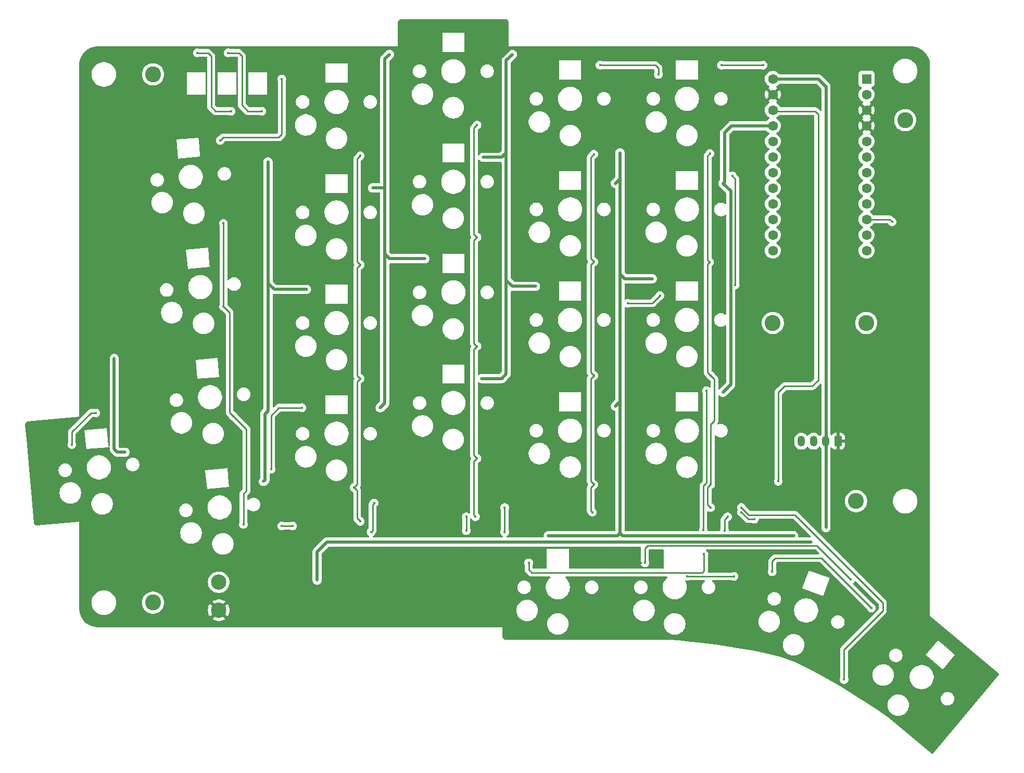
<source format=gtl>
G04 #@! TF.GenerationSoftware,KiCad,Pcbnew,8.0.5*
G04 #@! TF.CreationDate,2024-11-21T22:09:12+01:00*
G04 #@! TF.ProjectId,stellar,7374656c-6c61-4722-9e6b-696361645f70,rev?*
G04 #@! TF.SameCoordinates,Original*
G04 #@! TF.FileFunction,Copper,L1,Top*
G04 #@! TF.FilePolarity,Positive*
%FSLAX46Y46*%
G04 Gerber Fmt 4.6, Leading zero omitted, Abs format (unit mm)*
G04 Created by KiCad (PCBNEW 8.0.5) date 2024-11-21 22:09:12*
%MOMM*%
%LPD*%
G01*
G04 APERTURE LIST*
G04 Aperture macros list*
%AMRoundRect*
0 Rectangle with rounded corners*
0 $1 Rounding radius*
0 $2 $3 $4 $5 $6 $7 $8 $9 X,Y pos of 4 corners*
0 Add a 4 corners polygon primitive as box body*
4,1,4,$2,$3,$4,$5,$6,$7,$8,$9,$2,$3,0*
0 Add four circle primitives for the rounded corners*
1,1,$1+$1,$2,$3*
1,1,$1+$1,$4,$5*
1,1,$1+$1,$6,$7*
1,1,$1+$1,$8,$9*
0 Add four rect primitives between the rounded corners*
20,1,$1+$1,$2,$3,$4,$5,0*
20,1,$1+$1,$4,$5,$6,$7,0*
20,1,$1+$1,$6,$7,$8,$9,0*
20,1,$1+$1,$8,$9,$2,$3,0*%
G04 Aperture macros list end*
G04 #@! TA.AperFunction,ComponentPad*
%ADD10RoundRect,0.250000X0.350000X0.625000X-0.350000X0.625000X-0.350000X-0.625000X0.350000X-0.625000X0*%
G04 #@! TD*
G04 #@! TA.AperFunction,ComponentPad*
%ADD11O,1.200000X1.750000*%
G04 #@! TD*
G04 #@! TA.AperFunction,ComponentPad*
%ADD12C,2.500000*%
G04 #@! TD*
G04 #@! TA.AperFunction,ComponentPad*
%ADD13C,2.600000*%
G04 #@! TD*
G04 #@! TA.AperFunction,ComponentPad*
%ADD14R,1.600000X1.600000*%
G04 #@! TD*
G04 #@! TA.AperFunction,ComponentPad*
%ADD15C,1.600000*%
G04 #@! TD*
G04 #@! TA.AperFunction,ViaPad*
%ADD16C,0.400000*%
G04 #@! TD*
G04 #@! TA.AperFunction,ViaPad*
%ADD17C,0.500000*%
G04 #@! TD*
G04 #@! TA.AperFunction,Conductor*
%ADD18C,0.500000*%
G04 #@! TD*
G04 #@! TA.AperFunction,Conductor*
%ADD19C,0.250000*%
G04 #@! TD*
G04 APERTURE END LIST*
D10*
X200630000Y-102034193D03*
D11*
X198630000Y-102034193D03*
X196630000Y-102034193D03*
X194630000Y-102034193D03*
D12*
X99892802Y-129527605D03*
X99892802Y-124977605D03*
D13*
X190003100Y-82775693D03*
X89203100Y-128293600D03*
D14*
X205250000Y-43064193D03*
D15*
X205250000Y-45604193D03*
X205250000Y-48144193D03*
X205250000Y-50684193D03*
X205250000Y-53224193D03*
X205250000Y-55764193D03*
X205250000Y-58304193D03*
X205250000Y-60844193D03*
X205250000Y-63384193D03*
X205250000Y-65924193D03*
X205250000Y-68464193D03*
X205250000Y-71004193D03*
X190010000Y-71004193D03*
X190010000Y-68464193D03*
X190010000Y-65924193D03*
X190010000Y-63384193D03*
X190010000Y-60844193D03*
X190010000Y-58304193D03*
X190010000Y-55764193D03*
X190010000Y-53224193D03*
X190010000Y-50684193D03*
X190010000Y-48144193D03*
X190010000Y-45604193D03*
X190010000Y-43064193D03*
D13*
X205203100Y-82775693D03*
X203541800Y-111774900D03*
X211541800Y-49774900D03*
X89203100Y-42323600D03*
D16*
X165153100Y-117023600D03*
D17*
X151403100Y-76823600D03*
D16*
X181903100Y-94073600D03*
D17*
X107903100Y-73573600D03*
D16*
X165153100Y-55073600D03*
D17*
X164403100Y-60073600D03*
X142653100Y-91823600D03*
X181903100Y-60073600D03*
X170403100Y-75573600D03*
X84653100Y-103823600D03*
X133403100Y-72323600D03*
X126153100Y-96573600D03*
X114153100Y-77323600D03*
X164403100Y-96323600D03*
X124903100Y-60797840D03*
D16*
X193403100Y-117423600D03*
X127653100Y-39073600D03*
D17*
X153503100Y-117423600D03*
D16*
X147653100Y-39073600D03*
D17*
X142903100Y-55823600D03*
X107903100Y-56573600D03*
X107157675Y-108569025D03*
D16*
X82903100Y-88823600D03*
X158903100Y-67073600D03*
X160603100Y-121823600D03*
X132403100Y-107323600D03*
X207403100Y-107323600D03*
X110903100Y-59073600D03*
X218903100Y-141223600D03*
X170903100Y-58573600D03*
X106903100Y-39323600D03*
X200203100Y-128823600D03*
X212403100Y-77323600D03*
X149153100Y-94573600D03*
X179403100Y-46323600D03*
X193003100Y-45623600D03*
X207403100Y-117323600D03*
X168403100Y-58573600D03*
X177503100Y-43623600D03*
X202403100Y-87323600D03*
X212403100Y-82323600D03*
X182203100Y-43623600D03*
X212403100Y-67323600D03*
X153903100Y-113573600D03*
X202403100Y-82323600D03*
X162903100Y-57823600D03*
X137403100Y-107323600D03*
X217803100Y-140223600D03*
X196903100Y-45623600D03*
X167653100Y-78573600D03*
X85653100Y-52323600D03*
X207403100Y-97323600D03*
X85653100Y-71323600D03*
X201603100Y-127623600D03*
X168503100Y-121823600D03*
X172703100Y-46223600D03*
X146903100Y-93823600D03*
X220503100Y-140123600D03*
X212403100Y-107323600D03*
X132153100Y-53323600D03*
X85653100Y-57573600D03*
X163203100Y-119623600D03*
X207403100Y-77323600D03*
X147403100Y-117323600D03*
X207403100Y-57323600D03*
X207403100Y-102323600D03*
X212403100Y-117323600D03*
X207403100Y-87323600D03*
X212403100Y-62323600D03*
X166153100Y-77323600D03*
X147403100Y-119823600D03*
X207403100Y-122323600D03*
X143403100Y-57323600D03*
X207403100Y-112323600D03*
X203903100Y-128823600D03*
X148903100Y-60073600D03*
X159153100Y-84823600D03*
X108153100Y-41073600D03*
X212403100Y-57323600D03*
X152403100Y-58073600D03*
X202403100Y-92323600D03*
X130653100Y-54073600D03*
X132153100Y-54823600D03*
X146903100Y-95323600D03*
X85653100Y-76573600D03*
X202403100Y-77323600D03*
X149903100Y-117323600D03*
X185503100Y-49223600D03*
X152403100Y-117323600D03*
X149903100Y-119823600D03*
X212403100Y-72323600D03*
X182203100Y-49223600D03*
X118153100Y-115073600D03*
X112903100Y-59823600D03*
X185503100Y-43623600D03*
X212403100Y-127323600D03*
X185503100Y-46523600D03*
X207403100Y-92323600D03*
X112903100Y-58323600D03*
X85653100Y-88073600D03*
X118153100Y-112073600D03*
X212403100Y-122323600D03*
X188403100Y-40823600D03*
X181653100Y-40823600D03*
X198653100Y-116073600D03*
X115903100Y-124623600D03*
X196203100Y-118423600D03*
X190903100Y-108573600D03*
X161903100Y-40823600D03*
X171403100Y-42323600D03*
X110153100Y-43073600D03*
X100153100Y-53073600D03*
X183903100Y-76573600D03*
X183403100Y-58823600D03*
X166403100Y-79573600D03*
X171653100Y-78323600D03*
X76003100Y-102573600D03*
X79903100Y-97423600D03*
X113403100Y-96573600D03*
X108403100Y-106573600D03*
X178703100Y-116523600D03*
X179203100Y-93823600D03*
X150303100Y-121823600D03*
X178803100Y-120423600D03*
X169203100Y-121823600D03*
X202703100Y-124523600D03*
X101403100Y-38823600D03*
X106903100Y-48323600D03*
X101903100Y-48323600D03*
X96403100Y-38823600D03*
X209403100Y-66323600D03*
X206055949Y-129170751D03*
X125153100Y-112073600D03*
X183703100Y-124023600D03*
X146403100Y-112823600D03*
X146403100Y-116823600D03*
X189903100Y-123267112D03*
X124653100Y-116823600D03*
X176103100Y-124023600D03*
X102260945Y-97931445D03*
X103903100Y-115573600D03*
X111903100Y-115823600D03*
X100653100Y-80073600D03*
X100653100Y-66573600D03*
X110153100Y-115823600D03*
X122903100Y-73323600D03*
X140153100Y-114323600D03*
X121903100Y-109573600D03*
X122903100Y-91823600D03*
X122903100Y-55573600D03*
X122903100Y-115073600D03*
X140153100Y-116573600D03*
X141903100Y-50573600D03*
X141653100Y-114323600D03*
X182153100Y-116573600D03*
X182653100Y-114323600D03*
X141903100Y-104823600D03*
X141903100Y-68823600D03*
X141903100Y-86573600D03*
X160903100Y-72823600D03*
X160903100Y-109073600D03*
X184903100Y-113573600D03*
X187003100Y-114723600D03*
X160903100Y-91323600D03*
X160653100Y-113573600D03*
X160903100Y-55323600D03*
X179715600Y-72886100D03*
X179903100Y-112823600D03*
X184903100Y-112823600D03*
X179903100Y-91323600D03*
X201603100Y-140823600D03*
X179903100Y-109073600D03*
X179778100Y-55198600D03*
D18*
X182153100Y-51823600D02*
X182153100Y-59823600D01*
X107903100Y-56573600D02*
X107903100Y-73573600D01*
X190010000Y-50684193D02*
X183292507Y-50684193D01*
X126903100Y-60573600D02*
X126678860Y-60797840D01*
X165153100Y-59323600D02*
X164403100Y-60073600D01*
X165153100Y-117023600D02*
X165153100Y-95573600D01*
X146653100Y-55073600D02*
X146653100Y-75073600D01*
X182153100Y-59823600D02*
X181903100Y-60073600D01*
X146653100Y-55073600D02*
X145903100Y-55823600D01*
X181903100Y-94073600D02*
X183153100Y-92823600D01*
X107403100Y-108323600D02*
X107403100Y-97573600D01*
X107903100Y-73573600D02*
X107903100Y-75323600D01*
X146653100Y-40073600D02*
X146653100Y-55073600D01*
X146653100Y-75073600D02*
X146653100Y-91073600D01*
X153503100Y-117423600D02*
X164753100Y-117423600D01*
X165553100Y-117423600D02*
X193403100Y-117423600D01*
X147653100Y-76823600D02*
X146653100Y-75823600D01*
X183292507Y-50684193D02*
X182153100Y-51823600D01*
X170403100Y-75573600D02*
X165903100Y-75573600D01*
X164403100Y-96323600D02*
X165153100Y-95573600D01*
X145903100Y-55823600D02*
X142903100Y-55823600D01*
X147653100Y-39073600D02*
X146653100Y-40073600D01*
X126903100Y-70823600D02*
X126903100Y-95823600D01*
X107903100Y-76323600D02*
X108903100Y-77323600D01*
X146653100Y-75073600D02*
X146653100Y-75823600D01*
X108903100Y-77323600D02*
X114153100Y-77323600D01*
X127653100Y-72323600D02*
X133403100Y-72323600D01*
X126903100Y-60573600D02*
X126903100Y-70823600D01*
X126903100Y-39823600D02*
X126903100Y-60573600D01*
X126903100Y-70823600D02*
X126903100Y-71573600D01*
X165153100Y-95573600D02*
X165153100Y-59323600D01*
X107403100Y-97573600D02*
X107903100Y-97073600D01*
X165153100Y-117023600D02*
X165553100Y-117423600D01*
X165153100Y-55073600D02*
X165153100Y-59323600D01*
X164753100Y-117423600D02*
X165153100Y-117023600D01*
X82903100Y-103323600D02*
X82903100Y-88573600D01*
X165903100Y-75573600D02*
X165153100Y-74823600D01*
X84653100Y-103823600D02*
X83403100Y-103823600D01*
X126903100Y-71573600D02*
X127653100Y-72323600D01*
X107903100Y-97073600D02*
X107903100Y-75573600D01*
X107157675Y-108569025D02*
X107403100Y-108323600D01*
X146653100Y-91073600D02*
X145903100Y-91823600D01*
X151403100Y-76823600D02*
X147653100Y-76823600D01*
X107903100Y-75323600D02*
X107903100Y-75573600D01*
X83403100Y-103823600D02*
X82903100Y-103323600D01*
X107903100Y-75573600D02*
X107903100Y-76323600D01*
X183153100Y-61323600D02*
X181903100Y-60073600D01*
X126903100Y-95823600D02*
X126153100Y-96573600D01*
X126678860Y-60797840D02*
X124903100Y-60797840D01*
X183153100Y-92823600D02*
X183153100Y-61323600D01*
X145903100Y-91823600D02*
X142653100Y-91823600D01*
X127653100Y-39073600D02*
X126903100Y-39823600D01*
D19*
X181653100Y-40823600D02*
X188403100Y-40823600D01*
D18*
X198653100Y-44323600D02*
X197393693Y-43064193D01*
X198653100Y-102011093D02*
X198630000Y-102034193D01*
X115903100Y-120023600D02*
X115903100Y-124623600D01*
X198653100Y-116073600D02*
X198653100Y-102057293D01*
X197393693Y-43064193D02*
X190010000Y-43064193D01*
X196203100Y-118423600D02*
X117503100Y-118423600D01*
X198653100Y-44323600D02*
X198653100Y-102011093D01*
X117503100Y-118423600D02*
X115903100Y-120023600D01*
D19*
X190903100Y-94073600D02*
X190903100Y-108573600D01*
X196903100Y-48323600D02*
X197403100Y-48823600D01*
X190010000Y-48144193D02*
X190189407Y-48323600D01*
X196403100Y-93073600D02*
X197403100Y-92073600D01*
X191903100Y-93073600D02*
X190903100Y-94073600D01*
X196403100Y-93073600D02*
X191903100Y-93073600D01*
X190189407Y-48323600D02*
X196903100Y-48323600D01*
X197403100Y-48823600D02*
X197403100Y-92073600D01*
X171403100Y-41323600D02*
X171403100Y-42323600D01*
X161903100Y-40823600D02*
X170903100Y-40823600D01*
X170903100Y-40823600D02*
X171403100Y-41323600D01*
X110153100Y-52073600D02*
X109653100Y-52573600D01*
X100653100Y-52573600D02*
X100153100Y-53073600D01*
X109653100Y-52573600D02*
X100653100Y-52573600D01*
X110153100Y-43073600D02*
X110153100Y-52073600D01*
X183903100Y-59323600D02*
X183403100Y-58823600D01*
X183903100Y-76573600D02*
X183903100Y-59323600D01*
X170403100Y-79573600D02*
X166403100Y-79573600D01*
X171653100Y-78323600D02*
X170403100Y-79573600D01*
X76003100Y-100523600D02*
X76003100Y-102573600D01*
X79103100Y-97423600D02*
X76003100Y-100523600D01*
X79903100Y-97423600D02*
X79103100Y-97423600D01*
X108403100Y-97823600D02*
X109653100Y-96573600D01*
X109653100Y-96573600D02*
X113403100Y-96573600D01*
X108403100Y-106573600D02*
X108403100Y-97823600D01*
X178703100Y-109323600D02*
X178703100Y-116523600D01*
X179203100Y-93823600D02*
X179203100Y-108823600D01*
X179203100Y-108823600D02*
X178703100Y-109323600D01*
X150803100Y-123423600D02*
X178503100Y-123423600D01*
X178503100Y-123423600D02*
X178803100Y-123123600D01*
X150303100Y-122923600D02*
X150803100Y-123423600D01*
X178803100Y-123123600D02*
X178803100Y-120423600D01*
X150303100Y-121823600D02*
X150303100Y-122923600D01*
X169203100Y-119423600D02*
X169628100Y-118998600D01*
X169203100Y-121823600D02*
X169203100Y-119423600D01*
X169628100Y-118998600D02*
X197178100Y-118998600D01*
X197178100Y-118998600D02*
X202703100Y-124523600D01*
X103153100Y-38823600D02*
X103653100Y-39323600D01*
X101403100Y-38823600D02*
X103153100Y-38823600D01*
X103653100Y-47323600D02*
X104653100Y-48323600D01*
X103653100Y-39323600D02*
X103653100Y-47323600D01*
X104653100Y-48323600D02*
X106903100Y-48323600D01*
X98653100Y-39323600D02*
X98153100Y-38823600D01*
X98653100Y-47573600D02*
X98653100Y-39323600D01*
X98153100Y-38823600D02*
X96403100Y-38823600D01*
X99403100Y-48323600D02*
X98653100Y-47573600D01*
X101903100Y-48323600D02*
X99403100Y-48323600D01*
X209003693Y-65924193D02*
X205250000Y-65924193D01*
X209403100Y-66323600D02*
X209003693Y-65924193D01*
X197958798Y-121073600D02*
X190403100Y-121073600D01*
X189903100Y-121573600D02*
X189903100Y-123267112D01*
X190403100Y-121073600D02*
X189903100Y-121573600D01*
X124903100Y-112323600D02*
X125153100Y-112073600D01*
X124903100Y-116573600D02*
X124903100Y-112323600D01*
X206055949Y-129170751D02*
X197958798Y-121073600D01*
X124653100Y-116823600D02*
X124903100Y-116573600D01*
X183703100Y-124023600D02*
X176103100Y-124023600D01*
X146403100Y-112823600D02*
X146403100Y-116823600D01*
X103903100Y-110573600D02*
X104403100Y-110073600D01*
X111903100Y-115823600D02*
X110153100Y-115823600D01*
X101653100Y-97323600D02*
X101653100Y-81073600D01*
X102260945Y-97931445D02*
X101653100Y-97323600D01*
X103903100Y-115573600D02*
X103903100Y-110573600D01*
X104403100Y-110073600D02*
X104403100Y-100073600D01*
X104403100Y-100073600D02*
X102260945Y-97931445D01*
X101653100Y-81073600D02*
X100653100Y-80073600D01*
X100653100Y-66573600D02*
X100653100Y-80073600D01*
X140153100Y-116573600D02*
X140153100Y-114323600D01*
X122403100Y-72823600D02*
X122903100Y-73323600D01*
X121903100Y-109573600D02*
X122403100Y-110073600D01*
X122403100Y-114573600D02*
X122903100Y-115073600D01*
X122403100Y-92323600D02*
X122403100Y-109073600D01*
X122403100Y-109073600D02*
X121903100Y-109573600D01*
X122903100Y-55573600D02*
X122403100Y-56073600D01*
X122403100Y-73823600D02*
X122403100Y-91323600D01*
X122403100Y-56073600D02*
X122403100Y-72823600D01*
X122903100Y-73323600D02*
X122403100Y-73823600D01*
X122903100Y-91823600D02*
X122403100Y-92323600D01*
X122403100Y-110073600D02*
X122403100Y-114573600D01*
X122403100Y-91323600D02*
X122903100Y-91823600D01*
X141403100Y-69323600D02*
X141903100Y-68823600D01*
X141403100Y-87073600D02*
X141903100Y-86573600D01*
X141403100Y-68323600D02*
X141903100Y-68823600D01*
X141403100Y-114073600D02*
X141653100Y-114323600D01*
X141403100Y-104323600D02*
X141403100Y-87073600D01*
X141903100Y-50573600D02*
X141403100Y-51073600D01*
X182153100Y-114823600D02*
X182653100Y-114323600D01*
X141903100Y-86573600D02*
X141403100Y-86073600D01*
X141403100Y-51073600D02*
X141403100Y-68323600D01*
X141903100Y-104823600D02*
X141403100Y-105323600D01*
X141403100Y-105323600D02*
X141403100Y-114073600D01*
X141403100Y-86073600D02*
X141403100Y-69323600D01*
X141903100Y-104823600D02*
X141403100Y-104323600D01*
X182153100Y-116573600D02*
X182153100Y-114823600D01*
X160403100Y-72323600D02*
X160903100Y-72823600D01*
X186053100Y-114723600D02*
X184903100Y-113573600D01*
X160403100Y-55823600D02*
X160403100Y-72323600D01*
X160403100Y-73323600D02*
X160903100Y-72823600D01*
X160903100Y-109073600D02*
X160403100Y-108573600D01*
X160403100Y-90823600D02*
X160403100Y-73323600D01*
X160403100Y-108573600D02*
X160403100Y-91823600D01*
X160903100Y-109073600D02*
X160403100Y-109573600D01*
X187003100Y-114723600D02*
X186053100Y-114723600D01*
X160403100Y-109573600D02*
X160403100Y-113323600D01*
X160403100Y-113323600D02*
X160653100Y-113573600D01*
X160903100Y-91323600D02*
X160403100Y-90823600D01*
X160403100Y-91823600D02*
X160903100Y-91323600D01*
X160903100Y-55323600D02*
X160403100Y-55823600D01*
X180503100Y-98723600D02*
X179903100Y-99323600D01*
X179715600Y-72886100D02*
X179403100Y-72573600D01*
X179403100Y-90823600D02*
X179903100Y-91323600D01*
X179403100Y-55573600D02*
X179778100Y-55198600D01*
X179403100Y-109573600D02*
X179903100Y-109073600D01*
X179903100Y-112823600D02*
X179403100Y-112323600D01*
X179403100Y-112323600D02*
X179403100Y-109573600D01*
X201603100Y-140823600D02*
X201603100Y-135923600D01*
X179903100Y-99323600D02*
X179903100Y-109073600D01*
X207903100Y-129623600D02*
X207903100Y-128323600D01*
X179403100Y-72573600D02*
X179403100Y-55573600D01*
X179403100Y-73198600D02*
X179403100Y-90823600D01*
X186103100Y-114023600D02*
X184903100Y-112823600D01*
X201603100Y-135923600D02*
X207903100Y-129623600D01*
X180503100Y-91923600D02*
X180503100Y-98723600D01*
X179715600Y-72886100D02*
X179403100Y-73198600D01*
X193603100Y-114023600D02*
X186103100Y-114023600D01*
X207903100Y-128323600D02*
X193603100Y-114023600D01*
X179903100Y-91323600D02*
X180503100Y-91923600D01*
G04 #@! TA.AperFunction,Conductor*
G36*
X197098502Y-43834378D02*
G01*
X197119144Y-43851012D01*
X197866281Y-44598148D01*
X197899766Y-44659471D01*
X197902600Y-44685829D01*
X197902600Y-48139148D01*
X197882915Y-48206187D01*
X197830111Y-48251942D01*
X197760953Y-48261886D01*
X197697397Y-48232861D01*
X197690919Y-48226829D01*
X197393298Y-47929208D01*
X197393278Y-47929186D01*
X197301833Y-47837741D01*
X197250609Y-47803515D01*
X197231341Y-47790640D01*
X197199386Y-47769288D01*
X197199383Y-47769286D01*
X197199380Y-47769285D01*
X197118892Y-47735947D01*
X197085553Y-47722137D01*
X197075527Y-47720143D01*
X197025129Y-47710118D01*
X196964710Y-47698100D01*
X196964707Y-47698100D01*
X196964706Y-47698100D01*
X191315923Y-47698100D01*
X191248884Y-47678415D01*
X191203541Y-47626505D01*
X191140568Y-47491459D01*
X191010047Y-47305054D01*
X191010045Y-47305051D01*
X190849141Y-47144147D01*
X190735405Y-47064509D01*
X190662734Y-47013625D01*
X190604132Y-46986298D01*
X190551694Y-46940126D01*
X190532543Y-46872932D01*
X190552759Y-46806051D01*
X190604135Y-46761534D01*
X190662482Y-46734326D01*
X190735471Y-46683217D01*
X190180234Y-46127980D01*
X190222292Y-46116711D01*
X190347708Y-46044303D01*
X190450110Y-45941901D01*
X190522518Y-45816485D01*
X190533787Y-45774427D01*
X191089024Y-46329664D01*
X191140136Y-46256671D01*
X191236264Y-46050524D01*
X191236269Y-46050510D01*
X191295139Y-45830803D01*
X191295141Y-45830792D01*
X191314966Y-45604195D01*
X191314966Y-45604190D01*
X191295141Y-45377593D01*
X191295139Y-45377582D01*
X191236269Y-45157875D01*
X191236264Y-45157861D01*
X191140136Y-44951714D01*
X191140132Y-44951706D01*
X191089025Y-44878719D01*
X190533787Y-45433957D01*
X190522518Y-45391901D01*
X190450110Y-45266485D01*
X190347708Y-45164083D01*
X190222292Y-45091675D01*
X190180234Y-45080405D01*
X190735472Y-44525167D01*
X190662480Y-44474057D01*
X190604134Y-44446850D01*
X190551695Y-44400677D01*
X190532543Y-44333484D01*
X190552759Y-44266603D01*
X190604134Y-44222086D01*
X190662734Y-44194761D01*
X190849139Y-44064240D01*
X191010047Y-43903332D01*
X191035088Y-43867570D01*
X191089665Y-43823945D01*
X191136663Y-43814693D01*
X197031463Y-43814693D01*
X197098502Y-43834378D01*
G37*
G04 #@! TD.AperFunction*
G04 #@! TA.AperFunction,Conductor*
G36*
X142233803Y-56180742D02*
G01*
X142255704Y-56205567D01*
X142272270Y-56230361D01*
X142274154Y-56233269D01*
X142279456Y-56241706D01*
X142294815Y-56266150D01*
X142312623Y-56294490D01*
X142432210Y-56414077D01*
X142436743Y-56416925D01*
X142493438Y-56452549D01*
X142496347Y-56454434D01*
X142547605Y-56488684D01*
X142547748Y-56488743D01*
X142566262Y-56498308D01*
X142575410Y-56504056D01*
X142629432Y-56522958D01*
X142632079Y-56523885D01*
X142638577Y-56526366D01*
X142684187Y-56545258D01*
X142684195Y-56545260D01*
X142696432Y-56547694D01*
X142713201Y-56552271D01*
X142735038Y-56559912D01*
X142735041Y-56559913D01*
X142782498Y-56565259D01*
X142792789Y-56566860D01*
X142805026Y-56569294D01*
X142829181Y-56574100D01*
X142829182Y-56574100D01*
X142853990Y-56574100D01*
X142867874Y-56574880D01*
X142903098Y-56578849D01*
X142903100Y-56578849D01*
X142903102Y-56578849D01*
X142938326Y-56574880D01*
X142952210Y-56574100D01*
X145778600Y-56574100D01*
X145845639Y-56593785D01*
X145891394Y-56646589D01*
X145902600Y-56698100D01*
X145902600Y-90711370D01*
X145882915Y-90778409D01*
X145866281Y-90799051D01*
X145628551Y-91036781D01*
X145567228Y-91070266D01*
X145540870Y-91073100D01*
X142702210Y-91073100D01*
X142688326Y-91072320D01*
X142653102Y-91068351D01*
X142653098Y-91068351D01*
X142617874Y-91072320D01*
X142603990Y-91073100D01*
X142579182Y-91073100D01*
X142542785Y-91080339D01*
X142532482Y-91081941D01*
X142485040Y-91087287D01*
X142485039Y-91087287D01*
X142463197Y-91094930D01*
X142446441Y-91099503D01*
X142434197Y-91101939D01*
X142434188Y-91101941D01*
X142388566Y-91120837D01*
X142382074Y-91123315D01*
X142325414Y-91143142D01*
X142325409Y-91143144D01*
X142316247Y-91148900D01*
X142297757Y-91158452D01*
X142297613Y-91158511D01*
X142297599Y-91158518D01*
X142246354Y-91192759D01*
X142243441Y-91194647D01*
X142218576Y-91210272D01*
X142151340Y-91229275D01*
X142084504Y-91208910D01*
X142039288Y-91155644D01*
X142028600Y-91105281D01*
X142028600Y-87384052D01*
X142048285Y-87317013D01*
X142064914Y-87296375D01*
X142095140Y-87266148D01*
X142146698Y-87237072D01*
X142146311Y-87236050D01*
X142153028Y-87233502D01*
X142153152Y-87233432D01*
X142153325Y-87233390D01*
X142303952Y-87154334D01*
X142431283Y-87041529D01*
X142527918Y-86901530D01*
X142588240Y-86742472D01*
X142608745Y-86573600D01*
X142588240Y-86404728D01*
X142527918Y-86245670D01*
X142431283Y-86105671D01*
X142303952Y-85992866D01*
X142303949Y-85992863D01*
X142153328Y-85913811D01*
X142153325Y-85913810D01*
X142153138Y-85913764D01*
X142153003Y-85913687D01*
X142146316Y-85911152D01*
X142146702Y-85910133D01*
X142095140Y-85881050D01*
X142064919Y-85850829D01*
X142031434Y-85789506D01*
X142028600Y-85763148D01*
X142028600Y-77711152D01*
X142447234Y-77711152D01*
X142447234Y-77884527D01*
X142474354Y-78055753D01*
X142527924Y-78220628D01*
X142527925Y-78220631D01*
X142580391Y-78323600D01*
X142606632Y-78375100D01*
X142708533Y-78515354D01*
X142831120Y-78637941D01*
X142971374Y-78739842D01*
X143047136Y-78778444D01*
X143125842Y-78818548D01*
X143125845Y-78818549D01*
X143208282Y-78845334D01*
X143290722Y-78872120D01*
X143370025Y-78884680D01*
X143461947Y-78899240D01*
X143461952Y-78899240D01*
X143635321Y-78899240D01*
X143718329Y-78886092D01*
X143806546Y-78872120D01*
X143971425Y-78818548D01*
X144125894Y-78739842D01*
X144266148Y-78637941D01*
X144388735Y-78515354D01*
X144490636Y-78375100D01*
X144569342Y-78220631D01*
X144622914Y-78055752D01*
X144639263Y-77952527D01*
X144650034Y-77884527D01*
X144650034Y-77711152D01*
X144631578Y-77594633D01*
X144622914Y-77539928D01*
X144576629Y-77397475D01*
X144569343Y-77375051D01*
X144569342Y-77375048D01*
X144520553Y-77279295D01*
X144490636Y-77220580D01*
X144388735Y-77080326D01*
X144266148Y-76957739D01*
X144125894Y-76855838D01*
X144119753Y-76852709D01*
X143971425Y-76777131D01*
X143971422Y-76777130D01*
X143806547Y-76723560D01*
X143635321Y-76696440D01*
X143635316Y-76696440D01*
X143461952Y-76696440D01*
X143461947Y-76696440D01*
X143290720Y-76723560D01*
X143125845Y-76777130D01*
X143125842Y-76777131D01*
X142971373Y-76855838D01*
X142908483Y-76901531D01*
X142831120Y-76957739D01*
X142831118Y-76957741D01*
X142831117Y-76957741D01*
X142708535Y-77080323D01*
X142708535Y-77080324D01*
X142708533Y-77080326D01*
X142681937Y-77116932D01*
X142606632Y-77220579D01*
X142527925Y-77375048D01*
X142527924Y-77375051D01*
X142474354Y-77539926D01*
X142447234Y-77711152D01*
X142028600Y-77711152D01*
X142028600Y-69634052D01*
X142048285Y-69567013D01*
X142064914Y-69546375D01*
X142095140Y-69516148D01*
X142146698Y-69487072D01*
X142146311Y-69486050D01*
X142153028Y-69483502D01*
X142153152Y-69483432D01*
X142153325Y-69483390D01*
X142303952Y-69404334D01*
X142431283Y-69291529D01*
X142527918Y-69151530D01*
X142588240Y-68992472D01*
X142608745Y-68823600D01*
X142588240Y-68654728D01*
X142527918Y-68495670D01*
X142506189Y-68464191D01*
X142455034Y-68390080D01*
X142431283Y-68355671D01*
X142303952Y-68242866D01*
X142303949Y-68242863D01*
X142153328Y-68163811D01*
X142153325Y-68163810D01*
X142153138Y-68163764D01*
X142153003Y-68163687D01*
X142146316Y-68161152D01*
X142146702Y-68160133D01*
X142095140Y-68131050D01*
X142064919Y-68100829D01*
X142031434Y-68039506D01*
X142028600Y-68013148D01*
X142028600Y-59711152D01*
X142447234Y-59711152D01*
X142447234Y-59884527D01*
X142474354Y-60055753D01*
X142527924Y-60220628D01*
X142527925Y-60220631D01*
X142589426Y-60341332D01*
X142606632Y-60375100D01*
X142708533Y-60515354D01*
X142831120Y-60637941D01*
X142971374Y-60739842D01*
X143038189Y-60773886D01*
X143125842Y-60818548D01*
X143125845Y-60818549D01*
X143191826Y-60839987D01*
X143290722Y-60872120D01*
X143370025Y-60884680D01*
X143461947Y-60899240D01*
X143461952Y-60899240D01*
X143635321Y-60899240D01*
X143718329Y-60886092D01*
X143806546Y-60872120D01*
X143971425Y-60818548D01*
X144125894Y-60739842D01*
X144266148Y-60637941D01*
X144388735Y-60515354D01*
X144490636Y-60375100D01*
X144569342Y-60220631D01*
X144622914Y-60055752D01*
X144643052Y-59928608D01*
X144650034Y-59884527D01*
X144650034Y-59711152D01*
X144631666Y-59595186D01*
X144622914Y-59539928D01*
X144588744Y-59434763D01*
X144569343Y-59375051D01*
X144569342Y-59375048D01*
X144529238Y-59296342D01*
X144490636Y-59220580D01*
X144388735Y-59080326D01*
X144266148Y-58957739D01*
X144125894Y-58855838D01*
X144090373Y-58837739D01*
X143971425Y-58777131D01*
X143971422Y-58777130D01*
X143806547Y-58723560D01*
X143635321Y-58696440D01*
X143635316Y-58696440D01*
X143461952Y-58696440D01*
X143461947Y-58696440D01*
X143290720Y-58723560D01*
X143125845Y-58777130D01*
X143125842Y-58777131D01*
X142971373Y-58855838D01*
X142903129Y-58905421D01*
X142831120Y-58957739D01*
X142831118Y-58957741D01*
X142831117Y-58957741D01*
X142708535Y-59080323D01*
X142708535Y-59080324D01*
X142708533Y-59080326D01*
X142698563Y-59094049D01*
X142606632Y-59220579D01*
X142527925Y-59375048D01*
X142527924Y-59375051D01*
X142474354Y-59539926D01*
X142447234Y-59711152D01*
X142028600Y-59711152D01*
X142028600Y-56274455D01*
X142048285Y-56207416D01*
X142101089Y-56161661D01*
X142170247Y-56151717D01*
X142233803Y-56180742D01*
G37*
G04 #@! TD.AperFunction*
G04 #@! TA.AperFunction,Conductor*
G36*
X129590983Y-33326160D02*
G01*
X129602600Y-33327153D01*
X129602601Y-33327153D01*
X146547530Y-33327153D01*
X146551686Y-33327223D01*
X146554420Y-33327314D01*
X146608081Y-33329114D01*
X146640516Y-33334567D01*
X146750230Y-33368459D01*
X146783567Y-33384540D01*
X146876628Y-33448102D01*
X146903734Y-33473305D01*
X146973891Y-33561504D01*
X146992352Y-33593586D01*
X147034122Y-33700537D01*
X147041920Y-33732508D01*
X147047421Y-33784133D01*
X147048119Y-33797272D01*
X147048119Y-37775693D01*
X212607456Y-37775693D01*
X212612055Y-37775778D01*
X212781871Y-37782080D01*
X212794778Y-37783238D01*
X213067133Y-37822104D01*
X213134819Y-37831763D01*
X213149279Y-37834713D01*
X213480294Y-37923065D01*
X213494295Y-37927711D01*
X213812462Y-38054762D01*
X213825815Y-38061040D01*
X214126631Y-38224990D01*
X214139146Y-38232811D01*
X214418351Y-38431338D01*
X214429849Y-38440591D01*
X214683496Y-38670888D01*
X214693812Y-38681441D01*
X214918295Y-38940234D01*
X214927285Y-38951938D01*
X215119435Y-39235573D01*
X215126971Y-39248263D01*
X215284060Y-39552713D01*
X215290035Y-39566208D01*
X215409844Y-39887177D01*
X215414173Y-39901285D01*
X215494998Y-40234204D01*
X215497620Y-40248728D01*
X215538427Y-40589794D01*
X215539292Y-40602717D01*
X215541790Y-40774031D01*
X215541803Y-40775838D01*
X215541803Y-130462914D01*
X226765364Y-139843852D01*
X226804178Y-139901949D01*
X226805421Y-139971808D01*
X226780959Y-140018548D01*
X216032423Y-152870060D01*
X215974313Y-152908856D01*
X215904454Y-152910076D01*
X215857876Y-152885728D01*
X208751026Y-146957540D01*
X207037253Y-145787449D01*
X207037241Y-145787441D01*
X207037216Y-145787424D01*
X205632408Y-144859227D01*
X208636627Y-144859227D01*
X208636627Y-145088710D01*
X208661573Y-145278184D01*
X208666579Y-145316207D01*
X208666580Y-145316209D01*
X208725969Y-145537856D01*
X208813777Y-145749845D01*
X208813784Y-145749859D01*
X208928519Y-145948586D01*
X209068208Y-146130630D01*
X209068216Y-146130639D01*
X209230457Y-146292880D01*
X209230465Y-146292887D01*
X209412509Y-146432576D01*
X209412512Y-146432577D01*
X209412515Y-146432580D01*
X209611239Y-146547313D01*
X209611244Y-146547315D01*
X209611250Y-146547318D01*
X209702607Y-146585159D01*
X209823240Y-146635127D01*
X210044889Y-146694517D01*
X210272393Y-146724469D01*
X210272400Y-146724469D01*
X210501854Y-146724469D01*
X210501861Y-146724469D01*
X210729365Y-146694517D01*
X210951014Y-146635127D01*
X211163015Y-146547313D01*
X211361739Y-146432580D01*
X211543788Y-146292888D01*
X211543792Y-146292883D01*
X211543797Y-146292880D01*
X211706038Y-146130639D01*
X211706041Y-146130634D01*
X211706046Y-146130630D01*
X211845738Y-145948581D01*
X211960471Y-145749857D01*
X212048285Y-145537856D01*
X212107675Y-145316207D01*
X212137627Y-145088703D01*
X212137627Y-144859235D01*
X212107675Y-144631731D01*
X212048285Y-144410082D01*
X211998317Y-144289449D01*
X211960476Y-144198092D01*
X211960473Y-144198086D01*
X211960471Y-144198081D01*
X211845738Y-143999357D01*
X211845735Y-143999354D01*
X211845734Y-143999351D01*
X211742372Y-143864649D01*
X217323557Y-143864649D01*
X217323557Y-144038024D01*
X217350677Y-144209250D01*
X217404247Y-144374125D01*
X217404248Y-144374128D01*
X217482955Y-144528597D01*
X217584856Y-144668851D01*
X217707443Y-144791438D01*
X217847697Y-144893339D01*
X217923459Y-144931941D01*
X218002165Y-144972045D01*
X218002168Y-144972046D01*
X218084605Y-144998831D01*
X218167045Y-145025617D01*
X218246348Y-145038177D01*
X218338270Y-145052737D01*
X218338275Y-145052737D01*
X218511644Y-145052737D01*
X218594652Y-145039589D01*
X218682869Y-145025617D01*
X218847748Y-144972045D01*
X219002217Y-144893339D01*
X219142471Y-144791438D01*
X219265058Y-144668851D01*
X219366959Y-144528597D01*
X219445665Y-144374128D01*
X219499237Y-144209249D01*
X219513209Y-144121032D01*
X219526357Y-144038024D01*
X219526357Y-143864649D01*
X219510579Y-143765039D01*
X219499237Y-143693425D01*
X219445665Y-143528546D01*
X219445665Y-143528545D01*
X219366958Y-143374076D01*
X219322446Y-143312811D01*
X219265058Y-143233823D01*
X219142471Y-143111236D01*
X219002217Y-143009335D01*
X218847748Y-142930628D01*
X218847745Y-142930627D01*
X218682870Y-142877057D01*
X218511644Y-142849937D01*
X218511639Y-142849937D01*
X218338275Y-142849937D01*
X218338270Y-142849937D01*
X218167043Y-142877057D01*
X218002168Y-142930627D01*
X218002165Y-142930628D01*
X217847696Y-143009335D01*
X217774646Y-143062410D01*
X217707443Y-143111236D01*
X217707441Y-143111238D01*
X217707440Y-143111238D01*
X217584858Y-143233820D01*
X217584858Y-143233821D01*
X217584856Y-143233823D01*
X217541093Y-143294056D01*
X217482955Y-143374076D01*
X217404248Y-143528545D01*
X217404247Y-143528548D01*
X217350677Y-143693423D01*
X217323557Y-143864649D01*
X211742372Y-143864649D01*
X211706045Y-143817307D01*
X211706038Y-143817299D01*
X211543797Y-143655058D01*
X211543788Y-143655050D01*
X211361744Y-143515361D01*
X211163017Y-143400626D01*
X211163003Y-143400619D01*
X210951014Y-143312811D01*
X210729365Y-143253421D01*
X210691342Y-143248415D01*
X210501868Y-143223469D01*
X210501861Y-143223469D01*
X210272393Y-143223469D01*
X210272385Y-143223469D01*
X210055842Y-143251978D01*
X210044889Y-143253421D01*
X209951203Y-143278523D01*
X209823239Y-143312811D01*
X209611250Y-143400619D01*
X209611236Y-143400626D01*
X209412509Y-143515361D01*
X209230465Y-143655050D01*
X209068208Y-143817307D01*
X208928519Y-143999351D01*
X208813784Y-144198078D01*
X208813777Y-144198092D01*
X208725969Y-144410081D01*
X208725969Y-144410082D01*
X208689229Y-144547201D01*
X208666580Y-144631728D01*
X208666578Y-144631739D01*
X208636627Y-144859227D01*
X205632408Y-144859227D01*
X205160163Y-144547201D01*
X205160155Y-144547195D01*
X205160137Y-144547184D01*
X204016501Y-143817299D01*
X202833688Y-143062410D01*
X200975108Y-141930802D01*
X200231670Y-141478156D01*
X197528012Y-139939558D01*
X196361044Y-139321974D01*
X196192400Y-139232724D01*
X194896582Y-138591716D01*
X193662293Y-138034676D01*
X193662287Y-138034674D01*
X193662255Y-138034660D01*
X192511265Y-137579737D01*
X191298489Y-137182653D01*
X191298478Y-137182650D01*
X191298469Y-137182647D01*
X189952365Y-136811725D01*
X188502148Y-136466899D01*
X186977007Y-136148092D01*
X186605074Y-136078751D01*
X185406089Y-135855219D01*
X183818719Y-135588230D01*
X180711021Y-135131532D01*
X180000648Y-135042434D01*
X191633442Y-135042434D01*
X191633442Y-135271917D01*
X191658388Y-135461391D01*
X191663394Y-135499414D01*
X191722784Y-135721063D01*
X191810592Y-135933052D01*
X191810599Y-135933066D01*
X191925334Y-136131793D01*
X192065023Y-136313837D01*
X192065031Y-136313846D01*
X192227272Y-136476087D01*
X192227280Y-136476094D01*
X192409324Y-136615783D01*
X192409327Y-136615784D01*
X192409330Y-136615787D01*
X192608054Y-136730520D01*
X192608059Y-136730522D01*
X192608065Y-136730525D01*
X192699422Y-136768366D01*
X192820055Y-136818334D01*
X193041704Y-136877724D01*
X193269208Y-136907676D01*
X193269215Y-136907676D01*
X193498669Y-136907676D01*
X193498676Y-136907676D01*
X193726180Y-136877724D01*
X193947829Y-136818334D01*
X194159830Y-136730520D01*
X194358554Y-136615787D01*
X194540603Y-136476095D01*
X194540607Y-136476090D01*
X194540612Y-136476087D01*
X194702853Y-136313846D01*
X194702856Y-136313841D01*
X194702861Y-136313837D01*
X194842553Y-136131788D01*
X194957286Y-135933064D01*
X195045100Y-135721063D01*
X195104490Y-135499414D01*
X195134442Y-135271910D01*
X195134442Y-135042442D01*
X195104490Y-134814938D01*
X195045100Y-134593289D01*
X194957286Y-134381288D01*
X194842553Y-134182564D01*
X194842550Y-134182561D01*
X194842549Y-134182558D01*
X194702860Y-134000514D01*
X194702853Y-134000506D01*
X194540612Y-133838265D01*
X194540603Y-133838257D01*
X194358559Y-133698568D01*
X194159832Y-133583833D01*
X194159818Y-133583826D01*
X193947829Y-133496018D01*
X193726180Y-133436628D01*
X193688157Y-133431622D01*
X193498683Y-133406676D01*
X193498676Y-133406676D01*
X193269208Y-133406676D01*
X193269200Y-133406676D01*
X193052657Y-133435185D01*
X193041704Y-133436628D01*
X192948018Y-133461730D01*
X192820054Y-133496018D01*
X192608065Y-133583826D01*
X192608051Y-133583833D01*
X192409324Y-133698568D01*
X192227280Y-133838257D01*
X192065023Y-134000514D01*
X191925334Y-134182558D01*
X191810599Y-134381285D01*
X191810592Y-134381299D01*
X191722784Y-134593288D01*
X191663395Y-134814935D01*
X191663393Y-134814946D01*
X191633442Y-135042434D01*
X180000648Y-135042434D01*
X177887406Y-134777382D01*
X176010542Y-134572107D01*
X175581421Y-134525174D01*
X173456414Y-134324140D01*
X173456409Y-134324139D01*
X173456407Y-134324139D01*
X146555120Y-134323600D01*
X146551079Y-134323534D01*
X146545788Y-134323361D01*
X146501817Y-134321926D01*
X146473770Y-134317767D01*
X146376701Y-134291758D01*
X146346794Y-134279370D01*
X146261543Y-134230150D01*
X146235862Y-134210444D01*
X146166255Y-134140837D01*
X146146549Y-134115156D01*
X146097327Y-134029901D01*
X146084943Y-134000003D01*
X146058931Y-133902925D01*
X146054773Y-133874879D01*
X146053578Y-133838265D01*
X146053166Y-133825621D01*
X146053100Y-133821578D01*
X146053100Y-132296430D01*
X80257777Y-132296430D01*
X80250304Y-132294235D01*
X80040530Y-132291384D01*
X80028303Y-132290612D01*
X79706033Y-132254223D01*
X79692294Y-132251884D01*
X79376943Y-132179745D01*
X79363555Y-132175878D01*
X79058314Y-132068818D01*
X79045452Y-132063478D01*
X78797230Y-131943639D01*
X78754129Y-131922830D01*
X78741948Y-131916080D01*
X78468242Y-131743629D01*
X78456901Y-131735558D01*
X78439941Y-131721992D01*
X78328810Y-131633098D01*
X153298134Y-131633098D01*
X153298134Y-131862581D01*
X153319436Y-132024376D01*
X153328086Y-132090078D01*
X153351076Y-132175878D01*
X153387476Y-132311727D01*
X153475284Y-132523716D01*
X153475290Y-132523728D01*
X153576292Y-132698670D01*
X153590026Y-132722457D01*
X153729715Y-132904501D01*
X153729723Y-132904510D01*
X153891964Y-133066751D01*
X153891972Y-133066758D01*
X154074016Y-133206447D01*
X154074019Y-133206448D01*
X154074022Y-133206451D01*
X154272746Y-133321184D01*
X154272751Y-133321186D01*
X154272757Y-133321189D01*
X154364114Y-133359030D01*
X154484747Y-133408998D01*
X154706396Y-133468388D01*
X154933900Y-133498340D01*
X154933907Y-133498340D01*
X155163361Y-133498340D01*
X155163368Y-133498340D01*
X155390872Y-133468388D01*
X155612521Y-133408998D01*
X155824522Y-133321184D01*
X156023246Y-133206451D01*
X156205295Y-133066759D01*
X156205299Y-133066754D01*
X156205304Y-133066751D01*
X156367545Y-132904510D01*
X156367548Y-132904505D01*
X156367553Y-132904501D01*
X156507245Y-132722452D01*
X156621978Y-132523728D01*
X156709792Y-132311727D01*
X156769182Y-132090078D01*
X156799134Y-131862574D01*
X156799134Y-131633106D01*
X156799133Y-131633098D01*
X172298134Y-131633098D01*
X172298134Y-131862581D01*
X172319436Y-132024376D01*
X172328086Y-132090078D01*
X172351076Y-132175878D01*
X172387476Y-132311727D01*
X172475284Y-132523716D01*
X172475290Y-132523728D01*
X172576292Y-132698670D01*
X172590026Y-132722457D01*
X172729715Y-132904501D01*
X172729723Y-132904510D01*
X172891964Y-133066751D01*
X172891972Y-133066758D01*
X173074016Y-133206447D01*
X173074019Y-133206448D01*
X173074022Y-133206451D01*
X173272746Y-133321184D01*
X173272751Y-133321186D01*
X173272757Y-133321189D01*
X173364114Y-133359030D01*
X173484747Y-133408998D01*
X173706396Y-133468388D01*
X173933900Y-133498340D01*
X173933907Y-133498340D01*
X174163361Y-133498340D01*
X174163368Y-133498340D01*
X174390872Y-133468388D01*
X174612521Y-133408998D01*
X174824522Y-133321184D01*
X175023246Y-133206451D01*
X175205295Y-133066759D01*
X175205299Y-133066754D01*
X175205304Y-133066751D01*
X175367545Y-132904510D01*
X175367548Y-132904505D01*
X175367553Y-132904501D01*
X175507245Y-132722452D01*
X175621978Y-132523728D01*
X175709792Y-132311727D01*
X175769182Y-132090078D01*
X175799134Y-131862574D01*
X175799134Y-131633106D01*
X175769182Y-131405602D01*
X175731511Y-131265010D01*
X187687423Y-131265010D01*
X187687423Y-131494493D01*
X187692599Y-131533803D01*
X187717375Y-131721990D01*
X187755042Y-131862567D01*
X187776765Y-131943639D01*
X187864573Y-132155628D01*
X187864580Y-132155642D01*
X187979315Y-132354369D01*
X188119004Y-132536413D01*
X188119012Y-132536422D01*
X188281253Y-132698663D01*
X188281261Y-132698670D01*
X188463305Y-132838359D01*
X188463308Y-132838360D01*
X188463311Y-132838363D01*
X188662035Y-132953096D01*
X188662040Y-132953098D01*
X188662046Y-132953101D01*
X188753403Y-132990942D01*
X188874036Y-133040910D01*
X189095685Y-133100300D01*
X189323189Y-133130252D01*
X189323196Y-133130252D01*
X189552650Y-133130252D01*
X189552657Y-133130252D01*
X189780161Y-133100300D01*
X190001810Y-133040910D01*
X190213811Y-132953096D01*
X190412535Y-132838363D01*
X190594584Y-132698671D01*
X190594588Y-132698666D01*
X190594593Y-132698663D01*
X190756834Y-132536422D01*
X190756837Y-132536417D01*
X190756842Y-132536413D01*
X190896534Y-132354364D01*
X191011267Y-132155640D01*
X191099081Y-131943639D01*
X191158471Y-131721990D01*
X191188423Y-131494486D01*
X191188423Y-131265018D01*
X191158471Y-131037514D01*
X191099081Y-130815865D01*
X191049113Y-130695232D01*
X191011272Y-130603875D01*
X191011269Y-130603869D01*
X191011267Y-130603864D01*
X191011263Y-130603857D01*
X191011260Y-130603851D01*
X190954254Y-130505114D01*
X190896534Y-130405140D01*
X190896531Y-130405137D01*
X190896530Y-130405134D01*
X190756841Y-130223090D01*
X190756834Y-130223082D01*
X190594593Y-130060841D01*
X190594584Y-130060833D01*
X190412540Y-129921144D01*
X190358716Y-129890069D01*
X190213811Y-129806408D01*
X190213799Y-129806402D01*
X190001810Y-129718594D01*
X189913027Y-129694805D01*
X189780161Y-129659204D01*
X189742138Y-129654198D01*
X189552664Y-129629252D01*
X189552657Y-129629252D01*
X189323189Y-129629252D01*
X189323181Y-129629252D01*
X189106638Y-129657761D01*
X189095685Y-129659204D01*
X189083108Y-129662574D01*
X188874035Y-129718594D01*
X188662046Y-129806402D01*
X188662032Y-129806409D01*
X188463305Y-129921144D01*
X188281261Y-130060833D01*
X188119004Y-130223090D01*
X187979315Y-130405134D01*
X187864586Y-130603851D01*
X187864573Y-130603875D01*
X187776765Y-130815864D01*
X187762298Y-130869856D01*
X187720909Y-131024327D01*
X187717376Y-131037511D01*
X187717374Y-131037522D01*
X187687423Y-131265010D01*
X175731511Y-131265010D01*
X175709792Y-131183953D01*
X175652874Y-131046541D01*
X175621983Y-130971963D01*
X175621980Y-130971957D01*
X175621978Y-130971952D01*
X175507245Y-130773228D01*
X175507242Y-130773225D01*
X175507241Y-130773222D01*
X175377295Y-130603875D01*
X175367553Y-130591179D01*
X175367552Y-130591178D01*
X175367545Y-130591170D01*
X175205304Y-130428929D01*
X175205295Y-130428921D01*
X175023251Y-130289232D01*
X174972394Y-130259870D01*
X174866942Y-130198987D01*
X174824524Y-130174497D01*
X174824510Y-130174490D01*
X174612521Y-130086682D01*
X174390872Y-130027292D01*
X174352849Y-130022286D01*
X174163375Y-129997340D01*
X174163368Y-129997340D01*
X173933900Y-129997340D01*
X173933892Y-129997340D01*
X173717349Y-130025849D01*
X173706396Y-130027292D01*
X173640775Y-130044875D01*
X173484746Y-130086682D01*
X173272757Y-130174490D01*
X173272743Y-130174497D01*
X173074016Y-130289232D01*
X172891972Y-130428921D01*
X172729715Y-130591178D01*
X172590026Y-130773222D01*
X172475291Y-130971949D01*
X172475284Y-130971963D01*
X172387476Y-131183952D01*
X172328087Y-131405599D01*
X172328085Y-131405610D01*
X172298134Y-131633098D01*
X156799133Y-131633098D01*
X156769182Y-131405602D01*
X156709792Y-131183953D01*
X156652874Y-131046541D01*
X156621983Y-130971963D01*
X156621980Y-130971957D01*
X156621978Y-130971952D01*
X156507245Y-130773228D01*
X156507242Y-130773225D01*
X156507241Y-130773222D01*
X156377295Y-130603875D01*
X156367553Y-130591179D01*
X156367552Y-130591178D01*
X156367545Y-130591170D01*
X156205304Y-130428929D01*
X156205295Y-130428921D01*
X156023251Y-130289232D01*
X155972394Y-130259870D01*
X155866942Y-130198987D01*
X155824524Y-130174497D01*
X155824510Y-130174490D01*
X155612521Y-130086682D01*
X155390872Y-130027292D01*
X155352849Y-130022286D01*
X155163375Y-129997340D01*
X155163368Y-129997340D01*
X154933900Y-129997340D01*
X154933892Y-129997340D01*
X154717349Y-130025849D01*
X154706396Y-130027292D01*
X154640775Y-130044875D01*
X154484746Y-130086682D01*
X154272757Y-130174490D01*
X154272743Y-130174497D01*
X154074016Y-130289232D01*
X153891972Y-130428921D01*
X153729715Y-130591178D01*
X153590026Y-130773222D01*
X153475291Y-130971949D01*
X153475284Y-130971963D01*
X153387476Y-131183952D01*
X153328087Y-131405599D01*
X153328085Y-131405610D01*
X153298134Y-131633098D01*
X78328810Y-131633098D01*
X78204300Y-131533502D01*
X78193923Y-131524200D01*
X77965573Y-131295060D01*
X77956306Y-131284651D01*
X77755117Y-131031342D01*
X77747077Y-131019959D01*
X77575589Y-130745685D01*
X77568876Y-130733473D01*
X77533741Y-130660051D01*
X77429234Y-130441660D01*
X77423947Y-130428802D01*
X77317927Y-130123148D01*
X77314115Y-130109772D01*
X77243066Y-129794169D01*
X77240778Y-129780447D01*
X77205498Y-129458021D01*
X77204771Y-129445826D01*
X77203129Y-129283799D01*
X77203123Y-129282543D01*
X77203123Y-128162472D01*
X79202600Y-128162472D01*
X79202600Y-128424727D01*
X79224362Y-128590014D01*
X79236830Y-128684716D01*
X79279194Y-128842821D01*
X79304702Y-128938018D01*
X79304705Y-128938028D01*
X79405053Y-129180290D01*
X79405058Y-129180300D01*
X79536175Y-129407403D01*
X79695818Y-129615451D01*
X79695826Y-129615460D01*
X79881240Y-129800874D01*
X79881248Y-129800881D01*
X79881249Y-129800882D01*
X79888443Y-129806402D01*
X80089295Y-129960523D01*
X80316399Y-130091641D01*
X80316409Y-130091646D01*
X80558671Y-130191994D01*
X80558681Y-130191998D01*
X80811984Y-130259870D01*
X81071980Y-130294100D01*
X81071987Y-130294100D01*
X81334213Y-130294100D01*
X81334220Y-130294100D01*
X81594216Y-130259870D01*
X81847519Y-130191998D01*
X82046030Y-130109772D01*
X82089790Y-130091646D01*
X82089791Y-130091645D01*
X82089797Y-130091643D01*
X82316903Y-129960524D01*
X82316904Y-129960523D01*
X82316905Y-129960523D01*
X82433245Y-129871251D01*
X82524951Y-129800882D01*
X82524955Y-129800877D01*
X82524960Y-129800874D01*
X82710374Y-129615460D01*
X82710377Y-129615455D01*
X82710382Y-129615451D01*
X82870024Y-129407403D01*
X83001143Y-129180297D01*
X83101498Y-128938019D01*
X83169370Y-128684716D01*
X83203600Y-128424720D01*
X83203600Y-128293595D01*
X87397551Y-128293595D01*
X87397551Y-128293604D01*
X87417716Y-128562701D01*
X87477764Y-128825788D01*
X87477766Y-128825795D01*
X87546874Y-129001879D01*
X87576357Y-129076998D01*
X87711285Y-129310702D01*
X87847180Y-129481109D01*
X87879542Y-129521689D01*
X88027748Y-129659203D01*
X88077359Y-129705235D01*
X88300326Y-129857251D01*
X88543459Y-129974338D01*
X88801328Y-130053880D01*
X88801329Y-130053880D01*
X88801332Y-130053881D01*
X89068163Y-130094099D01*
X89068168Y-130094099D01*
X89068171Y-130094100D01*
X89068172Y-130094100D01*
X89338028Y-130094100D01*
X89338029Y-130094100D01*
X89338036Y-130094099D01*
X89604867Y-130053881D01*
X89604868Y-130053880D01*
X89604872Y-130053880D01*
X89862741Y-129974338D01*
X90105875Y-129857251D01*
X90328841Y-129705235D01*
X90482359Y-129562790D01*
X90520286Y-129527600D01*
X98137895Y-129527600D01*
X98137895Y-129527609D01*
X98157494Y-129789150D01*
X98157495Y-129789155D01*
X98215860Y-130044875D01*
X98311685Y-130289031D01*
X98311684Y-130289031D01*
X98442829Y-130516178D01*
X98490676Y-130576176D01*
X99328189Y-129738664D01*
X99333691Y-129759196D01*
X99412683Y-129896013D01*
X99524394Y-130007724D01*
X99661211Y-130086716D01*
X99681742Y-130092217D01*
X98843632Y-130930325D01*
X99015348Y-131047398D01*
X99015352Y-131047400D01*
X99251656Y-131161199D01*
X99251660Y-131161200D01*
X99502296Y-131238512D01*
X99502302Y-131238514D01*
X99761650Y-131277604D01*
X99761659Y-131277605D01*
X100023945Y-131277605D01*
X100023953Y-131277604D01*
X100283301Y-131238514D01*
X100283307Y-131238512D01*
X100533945Y-131161200D01*
X100770247Y-131047403D01*
X100770249Y-131047402D01*
X100941970Y-130930325D01*
X100103861Y-130092217D01*
X100124393Y-130086716D01*
X100261210Y-130007724D01*
X100372921Y-129896013D01*
X100451913Y-129759196D01*
X100457414Y-129738664D01*
X101294927Y-130576177D01*
X101342773Y-130516178D01*
X101473918Y-130289031D01*
X101569743Y-130044875D01*
X101628108Y-129789155D01*
X101628109Y-129789150D01*
X101647709Y-129527609D01*
X101647709Y-129527600D01*
X101640627Y-129433098D01*
X148298134Y-129433098D01*
X148298134Y-129662581D01*
X148320248Y-129830541D01*
X148328086Y-129890078D01*
X148373839Y-130060833D01*
X148387476Y-130111727D01*
X148475284Y-130323716D01*
X148475291Y-130323730D01*
X148590026Y-130522457D01*
X148729715Y-130704501D01*
X148729723Y-130704510D01*
X148891964Y-130866751D01*
X148891972Y-130866758D01*
X149074016Y-131006447D01*
X149074019Y-131006448D01*
X149074022Y-131006451D01*
X149272746Y-131121184D01*
X149272751Y-131121186D01*
X149272757Y-131121189D01*
X149364114Y-131159030D01*
X149484747Y-131208998D01*
X149706396Y-131268388D01*
X149933900Y-131298340D01*
X149933907Y-131298340D01*
X150163361Y-131298340D01*
X150163368Y-131298340D01*
X150390872Y-131268388D01*
X150612521Y-131208998D01*
X150824522Y-131121184D01*
X151023246Y-131006451D01*
X151205295Y-130866759D01*
X151205299Y-130866754D01*
X151205304Y-130866751D01*
X151367545Y-130704510D01*
X151367548Y-130704505D01*
X151367553Y-130704501D01*
X151507245Y-130522452D01*
X151621978Y-130323728D01*
X151709792Y-130111727D01*
X151769182Y-129890078D01*
X151799134Y-129662574D01*
X151799134Y-129433106D01*
X151799133Y-129433098D01*
X167298134Y-129433098D01*
X167298134Y-129662581D01*
X167320248Y-129830541D01*
X167328086Y-129890078D01*
X167373839Y-130060833D01*
X167387476Y-130111727D01*
X167475284Y-130323716D01*
X167475291Y-130323730D01*
X167590026Y-130522457D01*
X167729715Y-130704501D01*
X167729723Y-130704510D01*
X167891964Y-130866751D01*
X167891972Y-130866758D01*
X168074016Y-131006447D01*
X168074019Y-131006448D01*
X168074022Y-131006451D01*
X168272746Y-131121184D01*
X168272751Y-131121186D01*
X168272757Y-131121189D01*
X168364114Y-131159030D01*
X168484747Y-131208998D01*
X168706396Y-131268388D01*
X168933900Y-131298340D01*
X168933907Y-131298340D01*
X169163361Y-131298340D01*
X169163368Y-131298340D01*
X169390872Y-131268388D01*
X169612521Y-131208998D01*
X169824522Y-131121184D01*
X170023246Y-131006451D01*
X170205295Y-130866759D01*
X170205299Y-130866754D01*
X170205304Y-130866751D01*
X170367545Y-130704510D01*
X170367548Y-130704505D01*
X170367553Y-130704501D01*
X170507245Y-130522452D01*
X170621978Y-130323728D01*
X170709792Y-130111727D01*
X170769182Y-129890078D01*
X170799134Y-129662574D01*
X170799134Y-129437204D01*
X193453962Y-129437204D01*
X193453962Y-129694805D01*
X193480453Y-129896013D01*
X193487584Y-129950180D01*
X193503003Y-130007724D01*
X193554251Y-130198987D01*
X193652821Y-130436957D01*
X193652829Y-130436974D01*
X193781614Y-130660035D01*
X193781625Y-130660051D01*
X193938425Y-130864397D01*
X193938431Y-130864404D01*
X194120562Y-131046535D01*
X194120569Y-131046541D01*
X194217843Y-131121182D01*
X194324924Y-131203348D01*
X194324931Y-131203352D01*
X194547992Y-131332137D01*
X194547997Y-131332139D01*
X194548000Y-131332141D01*
X194548004Y-131332142D01*
X194548009Y-131332145D01*
X194616305Y-131360434D01*
X194785978Y-131430715D01*
X195034787Y-131497383D01*
X195290169Y-131531005D01*
X195290176Y-131531005D01*
X195547748Y-131531005D01*
X195547755Y-131531005D01*
X195803137Y-131497383D01*
X196051946Y-131430715D01*
X196221633Y-131360428D01*
X199485871Y-131360428D01*
X199485871Y-131533803D01*
X199512991Y-131705029D01*
X199566561Y-131869904D01*
X199566562Y-131869907D01*
X199604131Y-131943639D01*
X199645269Y-132024376D01*
X199747170Y-132164630D01*
X199869757Y-132287217D01*
X200010011Y-132389118D01*
X200085773Y-132427720D01*
X200164479Y-132467824D01*
X200164482Y-132467825D01*
X200246919Y-132494610D01*
X200329359Y-132521396D01*
X200408662Y-132533956D01*
X200500584Y-132548516D01*
X200500589Y-132548516D01*
X200673958Y-132548516D01*
X200756966Y-132535368D01*
X200845183Y-132521396D01*
X201010062Y-132467824D01*
X201164531Y-132389118D01*
X201304785Y-132287217D01*
X201427372Y-132164630D01*
X201529273Y-132024376D01*
X201607979Y-131869907D01*
X201661551Y-131705028D01*
X201675523Y-131616811D01*
X201688671Y-131533803D01*
X201688671Y-131360428D01*
X201669361Y-131238514D01*
X201661551Y-131189204D01*
X201634765Y-131106764D01*
X201607980Y-131024327D01*
X201607979Y-131024324D01*
X201567875Y-130945618D01*
X201529273Y-130869856D01*
X201427372Y-130729602D01*
X201304785Y-130607015D01*
X201164531Y-130505114D01*
X201010062Y-130426407D01*
X201010059Y-130426406D01*
X200845184Y-130372836D01*
X200673958Y-130345716D01*
X200673953Y-130345716D01*
X200500589Y-130345716D01*
X200500584Y-130345716D01*
X200329357Y-130372836D01*
X200164482Y-130426406D01*
X200164479Y-130426407D01*
X200010010Y-130505114D01*
X199929990Y-130563252D01*
X199869757Y-130607015D01*
X199869755Y-130607017D01*
X199869754Y-130607017D01*
X199747172Y-130729599D01*
X199747172Y-130729600D01*
X199747170Y-130729602D01*
X199744358Y-130733473D01*
X199645269Y-130869855D01*
X199566562Y-131024324D01*
X199566561Y-131024327D01*
X199512991Y-131189202D01*
X199485871Y-131360428D01*
X196221633Y-131360428D01*
X196289924Y-131332141D01*
X196513000Y-131203348D01*
X196717356Y-131046540D01*
X196899497Y-130864399D01*
X197056305Y-130660043D01*
X197177008Y-130450978D01*
X197185094Y-130436974D01*
X197185094Y-130436973D01*
X197185098Y-130436967D01*
X197283672Y-130198989D01*
X197350340Y-129950180D01*
X197383962Y-129694798D01*
X197383962Y-129437212D01*
X197350340Y-129181830D01*
X197283672Y-128933021D01*
X197185098Y-128695043D01*
X197185096Y-128695040D01*
X197185094Y-128695035D01*
X197056309Y-128471974D01*
X197056305Y-128471967D01*
X196899497Y-128267611D01*
X196899492Y-128267605D01*
X196717361Y-128085474D01*
X196717354Y-128085468D01*
X196513008Y-127928668D01*
X196513006Y-127928666D01*
X196513000Y-127928662D01*
X196512995Y-127928659D01*
X196512992Y-127928657D01*
X196289931Y-127799872D01*
X196289914Y-127799864D01*
X196051944Y-127701294D01*
X195857416Y-127649171D01*
X195803137Y-127634627D01*
X195771214Y-127630424D01*
X195547762Y-127601005D01*
X195547755Y-127601005D01*
X195290169Y-127601005D01*
X195290161Y-127601005D01*
X195034787Y-127634627D01*
X194785979Y-127701294D01*
X194548009Y-127799864D01*
X194547992Y-127799872D01*
X194324931Y-127928657D01*
X194324915Y-127928668D01*
X194120569Y-128085468D01*
X194120562Y-128085474D01*
X193938431Y-128267605D01*
X193938425Y-128267612D01*
X193781625Y-128471958D01*
X193781614Y-128471974D01*
X193652829Y-128695035D01*
X193652821Y-128695052D01*
X193554251Y-128933022D01*
X193487584Y-129181830D01*
X193453962Y-129437204D01*
X170799134Y-129437204D01*
X170799134Y-129433106D01*
X170769182Y-129205602D01*
X170709792Y-128983953D01*
X170621978Y-128771952D01*
X170507245Y-128573228D01*
X170507242Y-128573225D01*
X170507241Y-128573222D01*
X170367552Y-128391178D01*
X170367545Y-128391170D01*
X170205304Y-128228929D01*
X170205295Y-128228921D01*
X170023251Y-128089232D01*
X169824524Y-127974497D01*
X169824510Y-127974490D01*
X169612521Y-127886682D01*
X169390872Y-127827292D01*
X169352849Y-127822286D01*
X169163375Y-127797340D01*
X169163368Y-127797340D01*
X168933900Y-127797340D01*
X168933892Y-127797340D01*
X168717349Y-127825849D01*
X168706396Y-127827292D01*
X168679010Y-127834630D01*
X168484746Y-127886682D01*
X168272757Y-127974490D01*
X168272743Y-127974497D01*
X168074016Y-128089232D01*
X167891972Y-128228921D01*
X167729715Y-128391178D01*
X167590026Y-128573222D01*
X167475291Y-128771949D01*
X167475284Y-128771963D01*
X167387476Y-128983952D01*
X167362545Y-129076996D01*
X167334867Y-129180297D01*
X167328087Y-129205599D01*
X167328085Y-129205610D01*
X167298134Y-129433098D01*
X151799133Y-129433098D01*
X151769182Y-129205602D01*
X151709792Y-128983953D01*
X151621978Y-128771952D01*
X151507245Y-128573228D01*
X151507242Y-128573225D01*
X151507241Y-128573222D01*
X151367552Y-128391178D01*
X151367545Y-128391170D01*
X151205304Y-128228929D01*
X151205295Y-128228921D01*
X151023251Y-128089232D01*
X150824524Y-127974497D01*
X150824510Y-127974490D01*
X150612521Y-127886682D01*
X150390872Y-127827292D01*
X150352849Y-127822286D01*
X150163375Y-127797340D01*
X150163368Y-127797340D01*
X149933900Y-127797340D01*
X149933892Y-127797340D01*
X149717349Y-127825849D01*
X149706396Y-127827292D01*
X149679010Y-127834630D01*
X149484746Y-127886682D01*
X149272757Y-127974490D01*
X149272743Y-127974497D01*
X149074016Y-128089232D01*
X148891972Y-128228921D01*
X148729715Y-128391178D01*
X148590026Y-128573222D01*
X148475291Y-128771949D01*
X148475284Y-128771963D01*
X148387476Y-128983952D01*
X148362545Y-129076996D01*
X148334867Y-129180297D01*
X148328087Y-129205599D01*
X148328085Y-129205610D01*
X148298134Y-129433098D01*
X101640627Y-129433098D01*
X101628109Y-129266059D01*
X101628108Y-129266054D01*
X101569743Y-129010334D01*
X101473918Y-128766178D01*
X101473919Y-128766178D01*
X101342774Y-128539031D01*
X101294926Y-128479032D01*
X100457414Y-129316544D01*
X100451913Y-129296014D01*
X100372921Y-129159197D01*
X100261210Y-129047486D01*
X100124393Y-128968494D01*
X100103861Y-128962992D01*
X100941970Y-128124883D01*
X100770256Y-128007811D01*
X100770247Y-128007806D01*
X100533944Y-127894009D01*
X100533946Y-127894009D01*
X100283307Y-127816697D01*
X100283301Y-127816695D01*
X100023953Y-127777605D01*
X99761650Y-127777605D01*
X99502302Y-127816695D01*
X99502296Y-127816697D01*
X99251660Y-127894009D01*
X99251656Y-127894010D01*
X99015349Y-128007810D01*
X99015341Y-128007815D01*
X98843632Y-128124882D01*
X99681742Y-128962992D01*
X99661211Y-128968494D01*
X99524394Y-129047486D01*
X99412683Y-129159197D01*
X99333691Y-129296014D01*
X99328189Y-129316544D01*
X98490676Y-128479032D01*
X98442830Y-128539030D01*
X98311685Y-128766178D01*
X98215860Y-129010334D01*
X98157495Y-129266054D01*
X98157494Y-129266059D01*
X98137895Y-129527600D01*
X90520286Y-129527600D01*
X90526657Y-129521689D01*
X90526657Y-129521687D01*
X90526661Y-129521685D01*
X90694915Y-129310702D01*
X90829843Y-129076998D01*
X90928434Y-128825795D01*
X90988483Y-128562703D01*
X91008649Y-128293600D01*
X91006701Y-128267611D01*
X90991844Y-128069347D01*
X90988483Y-128024497D01*
X90928434Y-127761405D01*
X90829843Y-127510202D01*
X90694915Y-127276498D01*
X90526661Y-127065515D01*
X90526660Y-127065514D01*
X90526657Y-127065510D01*
X90328841Y-126881965D01*
X90314400Y-126872119D01*
X90105875Y-126729949D01*
X90105869Y-126729946D01*
X90105868Y-126729945D01*
X90105867Y-126729944D01*
X89862743Y-126612863D01*
X89862745Y-126612863D01*
X89604873Y-126533320D01*
X89604867Y-126533318D01*
X89338036Y-126493100D01*
X89338029Y-126493100D01*
X89068171Y-126493100D01*
X89068163Y-126493100D01*
X88801332Y-126533318D01*
X88801326Y-126533320D01*
X88543458Y-126612862D01*
X88300330Y-126729946D01*
X88077358Y-126881965D01*
X87879542Y-127065510D01*
X87711285Y-127276498D01*
X87576358Y-127510199D01*
X87576356Y-127510203D01*
X87477766Y-127761404D01*
X87477764Y-127761411D01*
X87417716Y-128024498D01*
X87397551Y-128293595D01*
X83203600Y-128293595D01*
X83203600Y-128162480D01*
X83169370Y-127902484D01*
X83101498Y-127649181D01*
X83080386Y-127598212D01*
X83001146Y-127406909D01*
X83001141Y-127406899D01*
X82870024Y-127179796D01*
X82710381Y-126971748D01*
X82710374Y-126971740D01*
X82524960Y-126786326D01*
X82524951Y-126786318D01*
X82316903Y-126626675D01*
X82089800Y-126495558D01*
X82089790Y-126495553D01*
X81847528Y-126395205D01*
X81847521Y-126395203D01*
X81847519Y-126395202D01*
X81594216Y-126327330D01*
X81536439Y-126319723D01*
X81334227Y-126293100D01*
X81334220Y-126293100D01*
X81071980Y-126293100D01*
X81071972Y-126293100D01*
X80840872Y-126323526D01*
X80811984Y-126327330D01*
X80633703Y-126375100D01*
X80558681Y-126395202D01*
X80558671Y-126395205D01*
X80316409Y-126495553D01*
X80316399Y-126495558D01*
X80089296Y-126626675D01*
X79881248Y-126786318D01*
X79695818Y-126971748D01*
X79536175Y-127179796D01*
X79405058Y-127406899D01*
X79405053Y-127406909D01*
X79304705Y-127649171D01*
X79304702Y-127649181D01*
X79254178Y-127837742D01*
X79236830Y-127902485D01*
X79202600Y-128162472D01*
X77203123Y-128162472D01*
X77203123Y-124977600D01*
X98137394Y-124977600D01*
X98137394Y-124977609D01*
X98156998Y-125239225D01*
X98156999Y-125239230D01*
X98215378Y-125495007D01*
X98215380Y-125495016D01*
X98215382Y-125495021D01*
X98311234Y-125739248D01*
X98442416Y-125966462D01*
X98574538Y-126132138D01*
X98606000Y-126171590D01*
X98787555Y-126340046D01*
X98798323Y-126350038D01*
X99015098Y-126497833D01*
X99015103Y-126497835D01*
X99015104Y-126497836D01*
X99015105Y-126497837D01*
X99140645Y-126558293D01*
X99251475Y-126611666D01*
X99251476Y-126611666D01*
X99251479Y-126611668D01*
X99502187Y-126689001D01*
X99761620Y-126728105D01*
X100023984Y-126728105D01*
X100283417Y-126689001D01*
X100534125Y-126611668D01*
X100770506Y-126497833D01*
X100987281Y-126350038D01*
X101179607Y-126171586D01*
X101343188Y-125966462D01*
X101474370Y-125739248D01*
X101485397Y-125711152D01*
X148447234Y-125711152D01*
X148447234Y-125884527D01*
X148474354Y-126055753D01*
X148527924Y-126220628D01*
X148527925Y-126220631D01*
X148582292Y-126327330D01*
X148606632Y-126375100D01*
X148708533Y-126515354D01*
X148831120Y-126637941D01*
X148971374Y-126739842D01*
X149047136Y-126778444D01*
X149125842Y-126818548D01*
X149125845Y-126818549D01*
X149206617Y-126844793D01*
X149290722Y-126872120D01*
X149370025Y-126884680D01*
X149461947Y-126899240D01*
X149461952Y-126899240D01*
X149635321Y-126899240D01*
X149718329Y-126886092D01*
X149806546Y-126872120D01*
X149971425Y-126818548D01*
X150125894Y-126739842D01*
X150266148Y-126637941D01*
X150388735Y-126515354D01*
X150490636Y-126375100D01*
X150569342Y-126220631D01*
X150622914Y-126055752D01*
X150637056Y-125966461D01*
X150650034Y-125884527D01*
X150650034Y-125711152D01*
X150634256Y-125611542D01*
X150622914Y-125539928D01*
X150569342Y-125375049D01*
X150569342Y-125375048D01*
X150525335Y-125288680D01*
X150490636Y-125220580D01*
X150388735Y-125080326D01*
X150266148Y-124957739D01*
X150125894Y-124855838D01*
X150099750Y-124842517D01*
X149971425Y-124777131D01*
X149971422Y-124777130D01*
X149806547Y-124723560D01*
X149635321Y-124696440D01*
X149635316Y-124696440D01*
X149461952Y-124696440D01*
X149461947Y-124696440D01*
X149290720Y-124723560D01*
X149125845Y-124777130D01*
X149125842Y-124777131D01*
X148971373Y-124855838D01*
X148947177Y-124873418D01*
X148831120Y-124957739D01*
X148831118Y-124957741D01*
X148831117Y-124957741D01*
X148708535Y-125080323D01*
X148708535Y-125080324D01*
X148708533Y-125080326D01*
X148692772Y-125102019D01*
X148606632Y-125220579D01*
X148527925Y-125375048D01*
X148527924Y-125375051D01*
X148474354Y-125539926D01*
X148447234Y-125711152D01*
X101485397Y-125711152D01*
X101570222Y-125495021D01*
X101628604Y-125239235D01*
X101630002Y-125220579D01*
X101648210Y-124977609D01*
X101648210Y-124977600D01*
X101628605Y-124715984D01*
X101628604Y-124715979D01*
X101628604Y-124715975D01*
X101624392Y-124697520D01*
X115152599Y-124697520D01*
X115181440Y-124842507D01*
X115181443Y-124842517D01*
X115238012Y-124979088D01*
X115238019Y-124979101D01*
X115320148Y-125102015D01*
X115320151Y-125102019D01*
X115424680Y-125206548D01*
X115424684Y-125206551D01*
X115547598Y-125288680D01*
X115547611Y-125288687D01*
X115684182Y-125345256D01*
X115684187Y-125345258D01*
X115684191Y-125345258D01*
X115684192Y-125345259D01*
X115829179Y-125374100D01*
X115829182Y-125374100D01*
X115977020Y-125374100D01*
X116074562Y-125354696D01*
X116122013Y-125345258D01*
X116258595Y-125288684D01*
X116381516Y-125206551D01*
X116486051Y-125102016D01*
X116568184Y-124979095D01*
X116624758Y-124842513D01*
X116643464Y-124748474D01*
X116653600Y-124697520D01*
X116653600Y-120385830D01*
X116673285Y-120318791D01*
X116689919Y-120298149D01*
X117777649Y-119210419D01*
X117838972Y-119176934D01*
X117865330Y-119174100D01*
X168463880Y-119174100D01*
X168530919Y-119193785D01*
X168576674Y-119246589D01*
X168586618Y-119315747D01*
X168585497Y-119322291D01*
X168577600Y-119361990D01*
X168577600Y-121474745D01*
X168569542Y-121518716D01*
X168517961Y-121654725D01*
X168517959Y-121654730D01*
X168497455Y-121823600D01*
X168517959Y-121992469D01*
X168517960Y-121992474D01*
X168578282Y-122151531D01*
X168640575Y-122241777D01*
X168674917Y-122291529D01*
X168780605Y-122385160D01*
X168802250Y-122404336D01*
X168952873Y-122483389D01*
X168952875Y-122483390D01*
X169118044Y-122524100D01*
X169288156Y-122524100D01*
X169453325Y-122483390D01*
X169532792Y-122441681D01*
X169603949Y-122404336D01*
X169603950Y-122404334D01*
X169603952Y-122404334D01*
X169731283Y-122291529D01*
X169827918Y-122151530D01*
X169888240Y-121992472D01*
X169908745Y-121823600D01*
X169888240Y-121654728D01*
X169836657Y-121518715D01*
X169828600Y-121474745D01*
X169828600Y-119748100D01*
X169848285Y-119681061D01*
X169901089Y-119635306D01*
X169952600Y-119624100D01*
X172124634Y-119624100D01*
X172191673Y-119643785D01*
X172237428Y-119696589D01*
X172248634Y-119748100D01*
X172248634Y-122674100D01*
X172228949Y-122741139D01*
X172176145Y-122786894D01*
X172124634Y-122798100D01*
X156972634Y-122798100D01*
X156905595Y-122778415D01*
X156859840Y-122725611D01*
X156848634Y-122674100D01*
X156848634Y-119547840D01*
X153248634Y-119547840D01*
X153248634Y-122674100D01*
X153228949Y-122741139D01*
X153176145Y-122786894D01*
X153124634Y-122798100D01*
X151113552Y-122798100D01*
X151046513Y-122778415D01*
X151025871Y-122761781D01*
X150964919Y-122700829D01*
X150931434Y-122639506D01*
X150928600Y-122613148D01*
X150928600Y-122172454D01*
X150936658Y-122128483D01*
X150988239Y-121992475D01*
X150988240Y-121992470D01*
X150988240Y-121992469D01*
X151008745Y-121823600D01*
X150988240Y-121654728D01*
X150927918Y-121495670D01*
X150913474Y-121474745D01*
X150893576Y-121445918D01*
X150831283Y-121355671D01*
X150703952Y-121242866D01*
X150703949Y-121242863D01*
X150553326Y-121163810D01*
X150388156Y-121123100D01*
X150218044Y-121123100D01*
X150052873Y-121163810D01*
X149902250Y-121242863D01*
X149785738Y-121346084D01*
X149774921Y-121355668D01*
X149774916Y-121355672D01*
X149678282Y-121495668D01*
X149617960Y-121654725D01*
X149617959Y-121654730D01*
X149597455Y-121823600D01*
X149617959Y-121992470D01*
X149617960Y-121992475D01*
X149669542Y-122128483D01*
X149677600Y-122172454D01*
X149677600Y-122985211D01*
X149701635Y-123106044D01*
X149701640Y-123106061D01*
X149748785Y-123219881D01*
X149748791Y-123219892D01*
X149779739Y-123266206D01*
X149779740Y-123266210D01*
X149779741Y-123266210D01*
X149817238Y-123322328D01*
X149817244Y-123322336D01*
X149908686Y-123413778D01*
X149908708Y-123413798D01*
X150314116Y-123819206D01*
X150314145Y-123819237D01*
X150404361Y-123909453D01*
X150404365Y-123909456D01*
X150404367Y-123909458D01*
X150427985Y-123925239D01*
X150430472Y-123926901D01*
X150439795Y-123933130D01*
X150506815Y-123977912D01*
X150573496Y-124005531D01*
X150573498Y-124005533D01*
X150613740Y-124022201D01*
X150620648Y-124025063D01*
X150654036Y-124031704D01*
X150741491Y-124049099D01*
X150741492Y-124049100D01*
X150741493Y-124049100D01*
X150741494Y-124049100D01*
X153734479Y-124049100D01*
X153801518Y-124068785D01*
X153847273Y-124121589D01*
X153857217Y-124190747D01*
X153828192Y-124254303D01*
X153809965Y-124271476D01*
X153750241Y-124317303D01*
X153750234Y-124317309D01*
X153568103Y-124499440D01*
X153568097Y-124499447D01*
X153411297Y-124703793D01*
X153411286Y-124703809D01*
X153282501Y-124926870D01*
X153282493Y-124926887D01*
X153183923Y-125164857D01*
X153117256Y-125413665D01*
X153083634Y-125669039D01*
X153083634Y-125926640D01*
X153117256Y-126182014D01*
X153183923Y-126430822D01*
X153282493Y-126668792D01*
X153282501Y-126668809D01*
X153411286Y-126891870D01*
X153411297Y-126891886D01*
X153568097Y-127096232D01*
X153568103Y-127096239D01*
X153750234Y-127278370D01*
X153750240Y-127278375D01*
X153954596Y-127435183D01*
X153954603Y-127435187D01*
X154177664Y-127563972D01*
X154177669Y-127563974D01*
X154177672Y-127563976D01*
X154177676Y-127563977D01*
X154177681Y-127563980D01*
X154260310Y-127598206D01*
X154415650Y-127662550D01*
X154664459Y-127729218D01*
X154919841Y-127762840D01*
X154919848Y-127762840D01*
X155177420Y-127762840D01*
X155177427Y-127762840D01*
X155432809Y-127729218D01*
X155681618Y-127662550D01*
X155919596Y-127563976D01*
X156142672Y-127435183D01*
X156347028Y-127278375D01*
X156529169Y-127096234D01*
X156685977Y-126891878D01*
X156814770Y-126668802D01*
X156913344Y-126430824D01*
X156980012Y-126182015D01*
X157013634Y-125926633D01*
X157013634Y-125711152D01*
X159447234Y-125711152D01*
X159447234Y-125884527D01*
X159474354Y-126055753D01*
X159527924Y-126220628D01*
X159527925Y-126220631D01*
X159582292Y-126327330D01*
X159606632Y-126375100D01*
X159708533Y-126515354D01*
X159831120Y-126637941D01*
X159971374Y-126739842D01*
X160047136Y-126778444D01*
X160125842Y-126818548D01*
X160125845Y-126818549D01*
X160206617Y-126844793D01*
X160290722Y-126872120D01*
X160370025Y-126884680D01*
X160461947Y-126899240D01*
X160461952Y-126899240D01*
X160635321Y-126899240D01*
X160718329Y-126886092D01*
X160806546Y-126872120D01*
X160971425Y-126818548D01*
X161125894Y-126739842D01*
X161266148Y-126637941D01*
X161388735Y-126515354D01*
X161490636Y-126375100D01*
X161569342Y-126220631D01*
X161622914Y-126055752D01*
X161637056Y-125966461D01*
X161650034Y-125884527D01*
X161650034Y-125711152D01*
X167447234Y-125711152D01*
X167447234Y-125884527D01*
X167474354Y-126055753D01*
X167527924Y-126220628D01*
X167527925Y-126220631D01*
X167582292Y-126327330D01*
X167606632Y-126375100D01*
X167708533Y-126515354D01*
X167831120Y-126637941D01*
X167971374Y-126739842D01*
X168047136Y-126778444D01*
X168125842Y-126818548D01*
X168125845Y-126818549D01*
X168206617Y-126844793D01*
X168290722Y-126872120D01*
X168370025Y-126884680D01*
X168461947Y-126899240D01*
X168461952Y-126899240D01*
X168635321Y-126899240D01*
X168718329Y-126886092D01*
X168806546Y-126872120D01*
X168971425Y-126818548D01*
X169125894Y-126739842D01*
X169266148Y-126637941D01*
X169388735Y-126515354D01*
X169490636Y-126375100D01*
X169569342Y-126220631D01*
X169622914Y-126055752D01*
X169637056Y-125966461D01*
X169650034Y-125884527D01*
X169650034Y-125711152D01*
X169634256Y-125611542D01*
X169622914Y-125539928D01*
X169569342Y-125375049D01*
X169569342Y-125375048D01*
X169525335Y-125288680D01*
X169490636Y-125220580D01*
X169388735Y-125080326D01*
X169266148Y-124957739D01*
X169125894Y-124855838D01*
X169099750Y-124842517D01*
X168971425Y-124777131D01*
X168971422Y-124777130D01*
X168806547Y-124723560D01*
X168635321Y-124696440D01*
X168635316Y-124696440D01*
X168461952Y-124696440D01*
X168461947Y-124696440D01*
X168290720Y-124723560D01*
X168125845Y-124777130D01*
X168125842Y-124777131D01*
X167971373Y-124855838D01*
X167947177Y-124873418D01*
X167831120Y-124957739D01*
X167831118Y-124957741D01*
X167831117Y-124957741D01*
X167708535Y-125080323D01*
X167708535Y-125080324D01*
X167708533Y-125080326D01*
X167692772Y-125102019D01*
X167606632Y-125220579D01*
X167527925Y-125375048D01*
X167527924Y-125375051D01*
X167474354Y-125539926D01*
X167447234Y-125711152D01*
X161650034Y-125711152D01*
X161634256Y-125611542D01*
X161622914Y-125539928D01*
X161569342Y-125375049D01*
X161569342Y-125375048D01*
X161525335Y-125288680D01*
X161490636Y-125220580D01*
X161388735Y-125080326D01*
X161266148Y-124957739D01*
X161125894Y-124855838D01*
X161099750Y-124842517D01*
X160971425Y-124777131D01*
X160971422Y-124777130D01*
X160806547Y-124723560D01*
X160635321Y-124696440D01*
X160635316Y-124696440D01*
X160461952Y-124696440D01*
X160461947Y-124696440D01*
X160290720Y-124723560D01*
X160125845Y-124777130D01*
X160125842Y-124777131D01*
X159971373Y-124855838D01*
X159947177Y-124873418D01*
X159831120Y-124957739D01*
X159831118Y-124957741D01*
X159831117Y-124957741D01*
X159708535Y-125080323D01*
X159708535Y-125080324D01*
X159708533Y-125080326D01*
X159692772Y-125102019D01*
X159606632Y-125220579D01*
X159527925Y-125375048D01*
X159527924Y-125375051D01*
X159474354Y-125539926D01*
X159447234Y-125711152D01*
X157013634Y-125711152D01*
X157013634Y-125669047D01*
X156980012Y-125413665D01*
X156913344Y-125164856D01*
X156814770Y-124926878D01*
X156814768Y-124926875D01*
X156814766Y-124926870D01*
X156685981Y-124703809D01*
X156685977Y-124703802D01*
X156609654Y-124604336D01*
X156529170Y-124499447D01*
X156529164Y-124499440D01*
X156347033Y-124317309D01*
X156347026Y-124317303D01*
X156287303Y-124271476D01*
X156246100Y-124215048D01*
X156241945Y-124145302D01*
X156276157Y-124084382D01*
X156337874Y-124051629D01*
X156362789Y-124049100D01*
X172734479Y-124049100D01*
X172801518Y-124068785D01*
X172847273Y-124121589D01*
X172857217Y-124190747D01*
X172828192Y-124254303D01*
X172809965Y-124271476D01*
X172750241Y-124317303D01*
X172750234Y-124317309D01*
X172568103Y-124499440D01*
X172568097Y-124499447D01*
X172411297Y-124703793D01*
X172411286Y-124703809D01*
X172282501Y-124926870D01*
X172282493Y-124926887D01*
X172183923Y-125164857D01*
X172117256Y-125413665D01*
X172083634Y-125669039D01*
X172083634Y-125926640D01*
X172117256Y-126182014D01*
X172183923Y-126430822D01*
X172282493Y-126668792D01*
X172282501Y-126668809D01*
X172411286Y-126891870D01*
X172411297Y-126891886D01*
X172568097Y-127096232D01*
X172568103Y-127096239D01*
X172750234Y-127278370D01*
X172750240Y-127278375D01*
X172954596Y-127435183D01*
X172954603Y-127435187D01*
X173177664Y-127563972D01*
X173177669Y-127563974D01*
X173177672Y-127563976D01*
X173177676Y-127563977D01*
X173177681Y-127563980D01*
X173260310Y-127598206D01*
X173415650Y-127662550D01*
X173664459Y-127729218D01*
X173919841Y-127762840D01*
X173919848Y-127762840D01*
X174177420Y-127762840D01*
X174177427Y-127762840D01*
X174432809Y-127729218D01*
X174681618Y-127662550D01*
X174836958Y-127598206D01*
X189149253Y-127598206D01*
X189149253Y-127771581D01*
X189176373Y-127942806D01*
X189229943Y-128107682D01*
X189229944Y-128107685D01*
X189291718Y-128228921D01*
X189308651Y-128262154D01*
X189410552Y-128402408D01*
X189533139Y-128524995D01*
X189673393Y-128626896D01*
X189749155Y-128665498D01*
X189827861Y-128705602D01*
X189827864Y-128705603D01*
X189910301Y-128732388D01*
X189992741Y-128759174D01*
X190072044Y-128771734D01*
X190163966Y-128786294D01*
X190163971Y-128786294D01*
X190337340Y-128786294D01*
X190420348Y-128773146D01*
X190508565Y-128759174D01*
X190673444Y-128705602D01*
X190827913Y-128626896D01*
X190968167Y-128524995D01*
X191090754Y-128402408D01*
X191192655Y-128262154D01*
X191271361Y-128107685D01*
X191324933Y-127942806D01*
X191331319Y-127902485D01*
X191352053Y-127771581D01*
X191352053Y-127598206D01*
X191336275Y-127498596D01*
X191324933Y-127426982D01*
X191298147Y-127344542D01*
X191271362Y-127262105D01*
X191271361Y-127262102D01*
X191192654Y-127107633D01*
X191184371Y-127096232D01*
X191090754Y-126967380D01*
X190968167Y-126844793D01*
X190827913Y-126742892D01*
X190798890Y-126728104D01*
X190673444Y-126664185D01*
X190673441Y-126664184D01*
X190508566Y-126610614D01*
X190337340Y-126583494D01*
X190337335Y-126583494D01*
X190163971Y-126583494D01*
X190163966Y-126583494D01*
X189992739Y-126610614D01*
X189827864Y-126664184D01*
X189827861Y-126664185D01*
X189673392Y-126742892D01*
X189593372Y-126801030D01*
X189533139Y-126844793D01*
X189533137Y-126844795D01*
X189533136Y-126844795D01*
X189410554Y-126967377D01*
X189410554Y-126967378D01*
X189410552Y-126967380D01*
X189407378Y-126971749D01*
X189308651Y-127107633D01*
X189229944Y-127262102D01*
X189229943Y-127262105D01*
X189176373Y-127426980D01*
X189149253Y-127598206D01*
X174836958Y-127598206D01*
X174919596Y-127563976D01*
X175142672Y-127435183D01*
X175347028Y-127278375D01*
X175529169Y-127096234D01*
X175685977Y-126891878D01*
X175814770Y-126668802D01*
X175913344Y-126430824D01*
X175980012Y-126182015D01*
X176013634Y-125926633D01*
X176013634Y-125669047D01*
X175980012Y-125413665D01*
X175913344Y-125164856D01*
X175814770Y-124926878D01*
X175814768Y-124926875D01*
X175814764Y-124926866D01*
X175790066Y-124884089D01*
X175773592Y-124816189D01*
X175796444Y-124750162D01*
X175851364Y-124706971D01*
X175920918Y-124700329D01*
X175927117Y-124701688D01*
X176018044Y-124724100D01*
X176188156Y-124724100D01*
X176353325Y-124683390D01*
X176391595Y-124663303D01*
X176449221Y-124649100D01*
X178874292Y-124649100D01*
X178941331Y-124668785D01*
X178987086Y-124721589D01*
X178997030Y-124790747D01*
X178968005Y-124854303D01*
X178947180Y-124873415D01*
X178831120Y-124957739D01*
X178831118Y-124957741D01*
X178831117Y-124957741D01*
X178708535Y-125080323D01*
X178708535Y-125080324D01*
X178708533Y-125080326D01*
X178692772Y-125102019D01*
X178606632Y-125220579D01*
X178527925Y-125375048D01*
X178527924Y-125375051D01*
X178474354Y-125539926D01*
X178447234Y-125711152D01*
X178447234Y-125884527D01*
X178474354Y-126055753D01*
X178527924Y-126220628D01*
X178527925Y-126220631D01*
X178582292Y-126327330D01*
X178606632Y-126375100D01*
X178708533Y-126515354D01*
X178831120Y-126637941D01*
X178971374Y-126739842D01*
X179047136Y-126778444D01*
X179125842Y-126818548D01*
X179125845Y-126818549D01*
X179206617Y-126844793D01*
X179290722Y-126872120D01*
X179370025Y-126884680D01*
X179461947Y-126899240D01*
X179461952Y-126899240D01*
X179635321Y-126899240D01*
X179718329Y-126886092D01*
X179806546Y-126872120D01*
X179971425Y-126818548D01*
X180125894Y-126739842D01*
X180266148Y-126637941D01*
X180388735Y-126515354D01*
X180490636Y-126375100D01*
X180569342Y-126220631D01*
X180622914Y-126055752D01*
X180633274Y-125990337D01*
X194804879Y-125990337D01*
X198187772Y-127221610D01*
X199248035Y-124308563D01*
X195865142Y-123077290D01*
X194828063Y-125926640D01*
X194804879Y-125990337D01*
X180633274Y-125990337D01*
X180637056Y-125966461D01*
X180650034Y-125884527D01*
X180650034Y-125711152D01*
X180634256Y-125611542D01*
X180622914Y-125539928D01*
X180569342Y-125375049D01*
X180569342Y-125375048D01*
X180525335Y-125288680D01*
X180490636Y-125220580D01*
X180388735Y-125080326D01*
X180266148Y-124957739D01*
X180150089Y-124873416D01*
X180107425Y-124818088D01*
X180101446Y-124748474D01*
X180134052Y-124686679D01*
X180194891Y-124652322D01*
X180222976Y-124649100D01*
X183356979Y-124649100D01*
X183414604Y-124663303D01*
X183452875Y-124683390D01*
X183618044Y-124724100D01*
X183788156Y-124724100D01*
X183953325Y-124683390D01*
X184032792Y-124641681D01*
X184103949Y-124604336D01*
X184103950Y-124604334D01*
X184103952Y-124604334D01*
X184231283Y-124491529D01*
X184327918Y-124351530D01*
X184388240Y-124192472D01*
X184408745Y-124023600D01*
X184388240Y-123854728D01*
X184374768Y-123819206D01*
X184342849Y-123735041D01*
X184327918Y-123695670D01*
X184231283Y-123555671D01*
X184103952Y-123442866D01*
X184103949Y-123442863D01*
X183953326Y-123363810D01*
X183788156Y-123323100D01*
X183618044Y-123323100D01*
X183452875Y-123363809D01*
X183427862Y-123376937D01*
X183414604Y-123383896D01*
X183356979Y-123398100D01*
X179537348Y-123398100D01*
X179470309Y-123378415D01*
X179424554Y-123325611D01*
X179414610Y-123256453D01*
X179415730Y-123249910D01*
X179428600Y-123185205D01*
X179428600Y-120772454D01*
X179436658Y-120728483D01*
X179488239Y-120592475D01*
X179488240Y-120592470D01*
X179488814Y-120587742D01*
X179508745Y-120423600D01*
X179488240Y-120254728D01*
X179427918Y-120095670D01*
X179331283Y-119955671D01*
X179203952Y-119842866D01*
X179203949Y-119842864D01*
X179201750Y-119840916D01*
X179164623Y-119781726D01*
X179165391Y-119711861D01*
X179203808Y-119653501D01*
X179267679Y-119625176D01*
X179283977Y-119624100D01*
X196867648Y-119624100D01*
X196934687Y-119643785D01*
X196955329Y-119660419D01*
X197531329Y-120236419D01*
X197564814Y-120297742D01*
X197559830Y-120367434D01*
X197517958Y-120423367D01*
X197452494Y-120447784D01*
X197443648Y-120448100D01*
X190341489Y-120448100D01*
X190281071Y-120460118D01*
X190220648Y-120472137D01*
X190220643Y-120472138D01*
X190186646Y-120486220D01*
X190173497Y-120491667D01*
X190151269Y-120500874D01*
X190106813Y-120519288D01*
X190096657Y-120526075D01*
X190096549Y-120526147D01*
X190004368Y-120587740D01*
X189960805Y-120631303D01*
X189917242Y-120674867D01*
X189917239Y-120674870D01*
X189504370Y-121087739D01*
X189504367Y-121087742D01*
X189469009Y-121123100D01*
X189417240Y-121174868D01*
X189393165Y-121210901D01*
X189393163Y-121210904D01*
X189375388Y-121237505D01*
X189348787Y-121277314D01*
X189348785Y-121277318D01*
X189316332Y-121355668D01*
X189316333Y-121355669D01*
X189301637Y-121391149D01*
X189301635Y-121391156D01*
X189277600Y-121511989D01*
X189277600Y-122918257D01*
X189269542Y-122962228D01*
X189217961Y-123098237D01*
X189217959Y-123098242D01*
X189197455Y-123267112D01*
X189217959Y-123435981D01*
X189217960Y-123435986D01*
X189278282Y-123595043D01*
X189285274Y-123605172D01*
X189374917Y-123735041D01*
X189469920Y-123819206D01*
X189502250Y-123847848D01*
X189652873Y-123926901D01*
X189652875Y-123926902D01*
X189818044Y-123967612D01*
X189988156Y-123967612D01*
X190153325Y-123926902D01*
X190290840Y-123854728D01*
X190303949Y-123847848D01*
X190303950Y-123847846D01*
X190303952Y-123847846D01*
X190431283Y-123735041D01*
X190527918Y-123595042D01*
X190588240Y-123435984D01*
X190608745Y-123267112D01*
X190588240Y-123098240D01*
X190536657Y-122962227D01*
X190528600Y-122918257D01*
X190528600Y-121884052D01*
X190548285Y-121817013D01*
X190564919Y-121796371D01*
X190625871Y-121735419D01*
X190687194Y-121701934D01*
X190713552Y-121699100D01*
X197648346Y-121699100D01*
X197715385Y-121718785D01*
X197736027Y-121735419D01*
X205370667Y-129370059D01*
X205398928Y-129413769D01*
X205431131Y-129498681D01*
X205431131Y-129498682D01*
X205493424Y-129588928D01*
X205527766Y-129638680D01*
X205617971Y-129718594D01*
X205655099Y-129751487D01*
X205805722Y-129830540D01*
X205805724Y-129830541D01*
X205970893Y-129871251D01*
X206141005Y-129871251D01*
X206306174Y-129830541D01*
X206401619Y-129780447D01*
X206456798Y-129751487D01*
X206456799Y-129751485D01*
X206456801Y-129751485D01*
X206584132Y-129638680D01*
X206680767Y-129498681D01*
X206741089Y-129339623D01*
X206761594Y-129170751D01*
X206741089Y-129001879D01*
X206680767Y-128842821D01*
X206584132Y-128702822D01*
X206456801Y-128590017D01*
X206456798Y-128590014D01*
X206306177Y-128510962D01*
X206306174Y-128510961D01*
X206305987Y-128510915D01*
X206305852Y-128510838D01*
X206299165Y-128508303D01*
X206299551Y-128507284D01*
X206247989Y-128478201D01*
X203072390Y-125302602D01*
X203038905Y-125241279D01*
X203043889Y-125171587D01*
X203085761Y-125115654D01*
X203102446Y-125105123D01*
X203103952Y-125104334D01*
X203231283Y-124991529D01*
X203327918Y-124851530D01*
X203327918Y-124851529D01*
X203332179Y-124845357D01*
X203334777Y-124847150D01*
X203373380Y-124807239D01*
X203441396Y-124791251D01*
X203507258Y-124814573D01*
X203522294Y-124827384D01*
X207241281Y-128546371D01*
X207274766Y-128607694D01*
X207277600Y-128634052D01*
X207277600Y-129313147D01*
X207257915Y-129380186D01*
X207241281Y-129400828D01*
X201117244Y-135524864D01*
X201117238Y-135524872D01*
X201048790Y-135627308D01*
X201048788Y-135627313D01*
X201001640Y-135741138D01*
X201001635Y-135741154D01*
X200978008Y-135859941D01*
X200978006Y-135859952D01*
X200977600Y-135861990D01*
X200977600Y-140474745D01*
X200969542Y-140518716D01*
X200917961Y-140654725D01*
X200917959Y-140654730D01*
X200897455Y-140823600D01*
X200917959Y-140992469D01*
X200917960Y-140992474D01*
X200978282Y-141151531D01*
X201033409Y-141231395D01*
X201074917Y-141291529D01*
X201180605Y-141385160D01*
X201202250Y-141404336D01*
X201352873Y-141483389D01*
X201352875Y-141483390D01*
X201518044Y-141524100D01*
X201688156Y-141524100D01*
X201853325Y-141483390D01*
X201932792Y-141441681D01*
X202003949Y-141404336D01*
X202003950Y-141404334D01*
X202003952Y-141404334D01*
X202131283Y-141291529D01*
X202227918Y-141151530D01*
X202288240Y-140992472D01*
X202308745Y-140823600D01*
X202288240Y-140654728D01*
X202236657Y-140518715D01*
X202228600Y-140474745D01*
X202228600Y-139959992D01*
X206220537Y-139959992D01*
X206220537Y-140189475D01*
X206233404Y-140287204D01*
X206250489Y-140416972D01*
X206309879Y-140638621D01*
X206397687Y-140850610D01*
X206397694Y-140850624D01*
X206512429Y-141049351D01*
X206652118Y-141231395D01*
X206652126Y-141231404D01*
X206814367Y-141393645D01*
X206814375Y-141393652D01*
X206996419Y-141533341D01*
X206996422Y-141533342D01*
X206996425Y-141533345D01*
X207195149Y-141648078D01*
X207195154Y-141648080D01*
X207195160Y-141648083D01*
X207286517Y-141685924D01*
X207407150Y-141735892D01*
X207628799Y-141795282D01*
X207856303Y-141825234D01*
X207856310Y-141825234D01*
X208085764Y-141825234D01*
X208085771Y-141825234D01*
X208313275Y-141795282D01*
X208534924Y-141735892D01*
X208746925Y-141648078D01*
X208945649Y-141533345D01*
X209127698Y-141393653D01*
X209127702Y-141393648D01*
X209127707Y-141393645D01*
X209289948Y-141231404D01*
X209289951Y-141231399D01*
X209289956Y-141231395D01*
X209429648Y-141049346D01*
X209544381Y-140850622D01*
X209632195Y-140638621D01*
X209691585Y-140416972D01*
X209708670Y-140287204D01*
X212246713Y-140287204D01*
X212246713Y-140544805D01*
X212276132Y-140768257D01*
X212280335Y-140800180D01*
X212304736Y-140891248D01*
X212347002Y-141048987D01*
X212445572Y-141286957D01*
X212445580Y-141286974D01*
X212574365Y-141510035D01*
X212574376Y-141510051D01*
X212731176Y-141714397D01*
X212731182Y-141714404D01*
X212913313Y-141896535D01*
X212913319Y-141896540D01*
X213117675Y-142053348D01*
X213117682Y-142053352D01*
X213340743Y-142182137D01*
X213340748Y-142182139D01*
X213340751Y-142182141D01*
X213340755Y-142182142D01*
X213340760Y-142182145D01*
X213435099Y-142221221D01*
X213578729Y-142280715D01*
X213827538Y-142347383D01*
X214082920Y-142381005D01*
X214082927Y-142381005D01*
X214340499Y-142381005D01*
X214340506Y-142381005D01*
X214595888Y-142347383D01*
X214844697Y-142280715D01*
X215082675Y-142182141D01*
X215305751Y-142053348D01*
X215510107Y-141896540D01*
X215692248Y-141714399D01*
X215849056Y-141510043D01*
X215977849Y-141286967D01*
X216076423Y-141048989D01*
X216143091Y-140800180D01*
X216176713Y-140544798D01*
X216176713Y-140287212D01*
X216143091Y-140031830D01*
X216076423Y-139783021D01*
X215977849Y-139545043D01*
X215977847Y-139545040D01*
X215977845Y-139545035D01*
X215849060Y-139321974D01*
X215849056Y-139321967D01*
X215724761Y-139159983D01*
X215692249Y-139117612D01*
X215692243Y-139117605D01*
X215510112Y-138935474D01*
X215510105Y-138935468D01*
X215305759Y-138778668D01*
X215305757Y-138778666D01*
X215305751Y-138778662D01*
X215305746Y-138778659D01*
X215305743Y-138778657D01*
X215082682Y-138649872D01*
X215082665Y-138649864D01*
X214844695Y-138551294D01*
X214658452Y-138501391D01*
X214595888Y-138484627D01*
X214563965Y-138480424D01*
X214340513Y-138451005D01*
X214340506Y-138451005D01*
X214082920Y-138451005D01*
X214082912Y-138451005D01*
X213827538Y-138484627D01*
X213578730Y-138551294D01*
X213340760Y-138649864D01*
X213340743Y-138649872D01*
X213117682Y-138778657D01*
X213117666Y-138778668D01*
X212913320Y-138935468D01*
X212913313Y-138935474D01*
X212731182Y-139117605D01*
X212731176Y-139117612D01*
X212574376Y-139321958D01*
X212574365Y-139321974D01*
X212445580Y-139545035D01*
X212445572Y-139545052D01*
X212347002Y-139783022D01*
X212280335Y-140031830D01*
X212246713Y-140287204D01*
X209708670Y-140287204D01*
X209721537Y-140189468D01*
X209721537Y-139960000D01*
X209691585Y-139732496D01*
X209632195Y-139510847D01*
X209553958Y-139321967D01*
X209544386Y-139298857D01*
X209544383Y-139298851D01*
X209544381Y-139298846D01*
X209429648Y-139100122D01*
X209429645Y-139100119D01*
X209429644Y-139100116D01*
X209289955Y-138918072D01*
X209289948Y-138918064D01*
X209127707Y-138755823D01*
X209127698Y-138755815D01*
X208945654Y-138616126D01*
X208746927Y-138501391D01*
X208746913Y-138501384D01*
X208534924Y-138413576D01*
X208313275Y-138354186D01*
X208275252Y-138349180D01*
X208085778Y-138324234D01*
X208085771Y-138324234D01*
X207856303Y-138324234D01*
X207856295Y-138324234D01*
X207639752Y-138352743D01*
X207628799Y-138354186D01*
X207535113Y-138379288D01*
X207407149Y-138413576D01*
X207195160Y-138501384D01*
X207195146Y-138501391D01*
X206996419Y-138616126D01*
X206814375Y-138755815D01*
X206652118Y-138918072D01*
X206512429Y-139100116D01*
X206397694Y-139298843D01*
X206397687Y-139298857D01*
X206309879Y-139510846D01*
X206250490Y-139732493D01*
X206250488Y-139732504D01*
X206220537Y-139959992D01*
X202228600Y-139959992D01*
X202228600Y-136793985D01*
X208897069Y-136793985D01*
X208897069Y-136967360D01*
X208924189Y-137138586D01*
X208977759Y-137303461D01*
X208977760Y-137303464D01*
X209056467Y-137457933D01*
X209158368Y-137598187D01*
X209280955Y-137720774D01*
X209421209Y-137822675D01*
X209496971Y-137861277D01*
X209575677Y-137901381D01*
X209575680Y-137901382D01*
X209658117Y-137928167D01*
X209740557Y-137954953D01*
X209819860Y-137967513D01*
X209911782Y-137982073D01*
X209911787Y-137982073D01*
X210085156Y-137982073D01*
X210168164Y-137968925D01*
X210256381Y-137954953D01*
X210421260Y-137901381D01*
X210575729Y-137822675D01*
X210715983Y-137720774D01*
X210838570Y-137598187D01*
X210940471Y-137457933D01*
X211019177Y-137303464D01*
X211072749Y-137138585D01*
X211086721Y-137050368D01*
X211099869Y-136967360D01*
X211099869Y-136845946D01*
X214857613Y-136845946D01*
X214857614Y-136845946D01*
X214857614Y-136845947D01*
X215258877Y-137182647D01*
X217615373Y-139159983D01*
X217615373Y-139159982D01*
X217615374Y-139159983D01*
X219608016Y-136785245D01*
X219239576Y-136476087D01*
X216850256Y-134471208D01*
X214857613Y-136845946D01*
X211099869Y-136845946D01*
X211099869Y-136793985D01*
X211084091Y-136694375D01*
X211072749Y-136622761D01*
X211025095Y-136476095D01*
X211019178Y-136457884D01*
X211019177Y-136457881D01*
X210979073Y-136379175D01*
X210940471Y-136303413D01*
X210838570Y-136163159D01*
X210715983Y-136040572D01*
X210575729Y-135938671D01*
X210564701Y-135933052D01*
X210421260Y-135859964D01*
X210421257Y-135859963D01*
X210256382Y-135806393D01*
X210085156Y-135779273D01*
X210085151Y-135779273D01*
X209911787Y-135779273D01*
X209911782Y-135779273D01*
X209740555Y-135806393D01*
X209575680Y-135859963D01*
X209575677Y-135859964D01*
X209421208Y-135938671D01*
X209341188Y-135996809D01*
X209280955Y-136040572D01*
X209280953Y-136040574D01*
X209280952Y-136040574D01*
X209158370Y-136163156D01*
X209158370Y-136163157D01*
X209158368Y-136163159D01*
X209155568Y-136167013D01*
X209056467Y-136303412D01*
X208977760Y-136457881D01*
X208977759Y-136457884D01*
X208924189Y-136622759D01*
X208897069Y-136793985D01*
X202228600Y-136793985D01*
X202228600Y-136234052D01*
X202248285Y-136167013D01*
X202264919Y-136146371D01*
X205310991Y-133100300D01*
X208388957Y-130022334D01*
X208430258Y-129960524D01*
X208457411Y-129919886D01*
X208504563Y-129806052D01*
X208528600Y-129685206D01*
X208528600Y-128261994D01*
X208504563Y-128141148D01*
X208481500Y-128085470D01*
X208481499Y-128085468D01*
X208457414Y-128027320D01*
X208457412Y-128027315D01*
X208400944Y-127942806D01*
X208388958Y-127924867D01*
X208301833Y-127837742D01*
X208301832Y-127837741D01*
X208298721Y-127834630D01*
X208298706Y-127834616D01*
X194093298Y-113629208D01*
X194093278Y-113629186D01*
X194001836Y-113537744D01*
X194001828Y-113537738D01*
X193920492Y-113483391D01*
X193920490Y-113483389D01*
X193920490Y-113483390D01*
X193899385Y-113469287D01*
X193852955Y-113450056D01*
X193806524Y-113430824D01*
X193806522Y-113430822D01*
X193785555Y-113422138D01*
X193785553Y-113422137D01*
X193785552Y-113422137D01*
X193725129Y-113410118D01*
X193717100Y-113408521D01*
X193664710Y-113398100D01*
X193664707Y-113398100D01*
X193664706Y-113398100D01*
X186413552Y-113398100D01*
X186346513Y-113378415D01*
X186325871Y-113361781D01*
X185588380Y-112624290D01*
X185560119Y-112580580D01*
X185527918Y-112495670D01*
X185431283Y-112355671D01*
X185303952Y-112242866D01*
X185303949Y-112242863D01*
X185153326Y-112163810D01*
X184988156Y-112123100D01*
X184818044Y-112123100D01*
X184652873Y-112163810D01*
X184502250Y-112242863D01*
X184374916Y-112355672D01*
X184278282Y-112495668D01*
X184217960Y-112654725D01*
X184217959Y-112654730D01*
X184197455Y-112823600D01*
X184217959Y-112992469D01*
X184217961Y-112992477D01*
X184279457Y-113154630D01*
X184284824Y-113224293D01*
X184279457Y-113242570D01*
X184217961Y-113404722D01*
X184217959Y-113404730D01*
X184197455Y-113573600D01*
X184217959Y-113742469D01*
X184217960Y-113742474D01*
X184278282Y-113901531D01*
X184320615Y-113962860D01*
X184374917Y-114041529D01*
X184502248Y-114154334D01*
X184652875Y-114233390D01*
X184653045Y-114233432D01*
X184653168Y-114233501D01*
X184659891Y-114236051D01*
X184659503Y-114237073D01*
X184711059Y-114266149D01*
X185654363Y-115209455D01*
X185654367Y-115209458D01*
X185756808Y-115277908D01*
X185756815Y-115277912D01*
X185820604Y-115304334D01*
X185870648Y-115325063D01*
X185890697Y-115329051D01*
X185924296Y-115335734D01*
X185991492Y-115349101D01*
X185991494Y-115349101D01*
X186120821Y-115349101D01*
X186120841Y-115349100D01*
X186656979Y-115349100D01*
X186714604Y-115363303D01*
X186752875Y-115383390D01*
X186918044Y-115424100D01*
X187088156Y-115424100D01*
X187253325Y-115383390D01*
X187364459Y-115325062D01*
X187403949Y-115304336D01*
X187403950Y-115304334D01*
X187403952Y-115304334D01*
X187531283Y-115191529D01*
X187627918Y-115051530D01*
X187688240Y-114892472D01*
X187704549Y-114758152D01*
X187732171Y-114693976D01*
X187790105Y-114654919D01*
X187827645Y-114649100D01*
X193292648Y-114649100D01*
X193359687Y-114668785D01*
X193380329Y-114685419D01*
X196156329Y-117461419D01*
X196189814Y-117522742D01*
X196184830Y-117592434D01*
X196142958Y-117648367D01*
X196077494Y-117672784D01*
X196068648Y-117673100D01*
X194269769Y-117673100D01*
X194202730Y-117653415D01*
X194156975Y-117600611D01*
X194147031Y-117531453D01*
X194148152Y-117524908D01*
X194153600Y-117497520D01*
X194153600Y-117349679D01*
X194124759Y-117204692D01*
X194124758Y-117204688D01*
X194124758Y-117204687D01*
X194103172Y-117152574D01*
X194068187Y-117068111D01*
X194068180Y-117068098D01*
X193986051Y-116945184D01*
X193986048Y-116945180D01*
X193881519Y-116840651D01*
X193881515Y-116840648D01*
X193758601Y-116758519D01*
X193758588Y-116758512D01*
X193622017Y-116701943D01*
X193622007Y-116701940D01*
X193477020Y-116673100D01*
X193477018Y-116673100D01*
X182980681Y-116673100D01*
X182913642Y-116653415D01*
X182867887Y-116600611D01*
X182857585Y-116564047D01*
X182853955Y-116534150D01*
X182838240Y-116404728D01*
X182786657Y-116268715D01*
X182778600Y-116224745D01*
X182778600Y-115134052D01*
X182798285Y-115067013D01*
X182814914Y-115046375D01*
X182845140Y-115016148D01*
X182896698Y-114987072D01*
X182896311Y-114986050D01*
X182903028Y-114983502D01*
X182903152Y-114983432D01*
X182903325Y-114983390D01*
X183053952Y-114904334D01*
X183181283Y-114791529D01*
X183277918Y-114651530D01*
X183338240Y-114492472D01*
X183358745Y-114323600D01*
X183338240Y-114154728D01*
X183277918Y-113995670D01*
X183277257Y-113994713D01*
X183212937Y-113901530D01*
X183181283Y-113855671D01*
X183072386Y-113759197D01*
X183053949Y-113742863D01*
X182903326Y-113663810D01*
X182738156Y-113623100D01*
X182568044Y-113623100D01*
X182402873Y-113663810D01*
X182252250Y-113742863D01*
X182124916Y-113855672D01*
X182028283Y-113995667D01*
X181996079Y-114080581D01*
X181967818Y-114124290D01*
X181858722Y-114233387D01*
X181754370Y-114337739D01*
X181754367Y-114337742D01*
X181716731Y-114375378D01*
X181667240Y-114424868D01*
X181643165Y-114460901D01*
X181643163Y-114460904D01*
X181625388Y-114487505D01*
X181598787Y-114527314D01*
X181598785Y-114527318D01*
X181566331Y-114605669D01*
X181566332Y-114605670D01*
X181554102Y-114635198D01*
X181554099Y-114635207D01*
X181551637Y-114641149D01*
X181551636Y-114641150D01*
X181541129Y-114693976D01*
X181528783Y-114756052D01*
X181528372Y-114758117D01*
X181528368Y-114758136D01*
X181527600Y-114761993D01*
X181527600Y-116224745D01*
X181519542Y-116268715D01*
X181489739Y-116347298D01*
X181467961Y-116404725D01*
X181467959Y-116404730D01*
X181448615Y-116564047D01*
X181420993Y-116628225D01*
X181363059Y-116667281D01*
X181325519Y-116673100D01*
X179530559Y-116673100D01*
X179463520Y-116653415D01*
X179417765Y-116600611D01*
X179407464Y-116534150D01*
X179408745Y-116523602D01*
X179408745Y-116523600D01*
X179399699Y-116449100D01*
X179388240Y-116354728D01*
X179336657Y-116218715D01*
X179328600Y-116174745D01*
X179328600Y-113518317D01*
X179348285Y-113451278D01*
X179401089Y-113405523D01*
X179470247Y-113395579D01*
X179510223Y-113408519D01*
X179652875Y-113483390D01*
X179818044Y-113524100D01*
X179988156Y-113524100D01*
X180153325Y-113483390D01*
X180270032Y-113422137D01*
X180303949Y-113404336D01*
X180303950Y-113404334D01*
X180303952Y-113404334D01*
X180431283Y-113291529D01*
X180527918Y-113151530D01*
X180588240Y-112992472D01*
X180608745Y-112823600D01*
X180588240Y-112654728D01*
X180527918Y-112495670D01*
X180431283Y-112355671D01*
X180303952Y-112242866D01*
X180303949Y-112242863D01*
X180153328Y-112163811D01*
X180153325Y-112163810D01*
X180153138Y-112163764D01*
X180153003Y-112163687D01*
X180146316Y-112161152D01*
X180146702Y-112160133D01*
X180095140Y-112131050D01*
X180064919Y-112100829D01*
X180031434Y-112039506D01*
X180028600Y-112013148D01*
X180028600Y-109884052D01*
X180048285Y-109817013D01*
X180064914Y-109796375D01*
X180095140Y-109766148D01*
X180146698Y-109737072D01*
X180146311Y-109736050D01*
X180153028Y-109733502D01*
X180153152Y-109733432D01*
X180153325Y-109733390D01*
X180303952Y-109654334D01*
X180431283Y-109541529D01*
X180527918Y-109401530D01*
X180588240Y-109242472D01*
X180608745Y-109073600D01*
X180588240Y-108904728D01*
X180536657Y-108768715D01*
X180528600Y-108724745D01*
X180528600Y-101134783D01*
X180548285Y-101067744D01*
X180601089Y-101021989D01*
X180670247Y-101012045D01*
X180733803Y-101041070D01*
X180740281Y-101047102D01*
X180831120Y-101137941D01*
X180971374Y-101239842D01*
X181027395Y-101268386D01*
X181125842Y-101318548D01*
X181125845Y-101318549D01*
X181181848Y-101336745D01*
X181290722Y-101372120D01*
X181370025Y-101384680D01*
X181461947Y-101399240D01*
X181461952Y-101399240D01*
X181635321Y-101399240D01*
X181718329Y-101386092D01*
X181806546Y-101372120D01*
X181971425Y-101318548D01*
X182125894Y-101239842D01*
X182266148Y-101137941D01*
X182388735Y-101015354D01*
X182490636Y-100875100D01*
X182569342Y-100720631D01*
X182622914Y-100555752D01*
X182639433Y-100451455D01*
X182650034Y-100384527D01*
X182650034Y-100211152D01*
X182629312Y-100080323D01*
X182622914Y-100039928D01*
X182578068Y-99901904D01*
X182569343Y-99875051D01*
X182569342Y-99875048D01*
X182490635Y-99720579D01*
X182457420Y-99674863D01*
X182388735Y-99580326D01*
X182266148Y-99457739D01*
X182125894Y-99355838D01*
X181971425Y-99277131D01*
X181971422Y-99277130D01*
X181806547Y-99223560D01*
X181635321Y-99196440D01*
X181635316Y-99196440D01*
X181461952Y-99196440D01*
X181461947Y-99196440D01*
X181290718Y-99223560D01*
X181158965Y-99266369D01*
X181089124Y-99268364D01*
X181029292Y-99232283D01*
X180998464Y-99169582D01*
X181006429Y-99100168D01*
X181017548Y-99079545D01*
X181021825Y-99073145D01*
X181041838Y-99043193D01*
X181057412Y-99019886D01*
X181093347Y-98933130D01*
X181104563Y-98906052D01*
X181128600Y-98785206D01*
X181128600Y-94659831D01*
X181148285Y-94592792D01*
X181201089Y-94547037D01*
X181270247Y-94537093D01*
X181333803Y-94566118D01*
X181340281Y-94572150D01*
X181424678Y-94656547D01*
X181424681Y-94656549D01*
X181424684Y-94656552D01*
X181547606Y-94738684D01*
X181684188Y-94795258D01*
X181684192Y-94795258D01*
X181684193Y-94795259D01*
X181829180Y-94824100D01*
X181829183Y-94824100D01*
X181977019Y-94824100D01*
X182074561Y-94804696D01*
X182122012Y-94795258D01*
X182258594Y-94738684D01*
X182381516Y-94656552D01*
X183736052Y-93302016D01*
X183805485Y-93198100D01*
X183818184Y-93179095D01*
X183874758Y-93042513D01*
X183903600Y-92897518D01*
X183903600Y-82775688D01*
X188197551Y-82775688D01*
X188197551Y-82775697D01*
X188217716Y-83044794D01*
X188277764Y-83307881D01*
X188277766Y-83307888D01*
X188326014Y-83430822D01*
X188376357Y-83559091D01*
X188511285Y-83792795D01*
X188624831Y-83935176D01*
X188679542Y-84003782D01*
X188779188Y-84096239D01*
X188877359Y-84187328D01*
X189100326Y-84339344D01*
X189343459Y-84456431D01*
X189601328Y-84535973D01*
X189601329Y-84535973D01*
X189601332Y-84535974D01*
X189868163Y-84576192D01*
X189868168Y-84576192D01*
X189868171Y-84576193D01*
X189868172Y-84576193D01*
X190138028Y-84576193D01*
X190138029Y-84576193D01*
X190138036Y-84576192D01*
X190404867Y-84535974D01*
X190404868Y-84535973D01*
X190404872Y-84535973D01*
X190662741Y-84456431D01*
X190905875Y-84339344D01*
X191128841Y-84187328D01*
X191310409Y-84018858D01*
X191326657Y-84003782D01*
X191326657Y-84003780D01*
X191326661Y-84003778D01*
X191494915Y-83792795D01*
X191629843Y-83559091D01*
X191728434Y-83307888D01*
X191788483Y-83044796D01*
X191808649Y-82775693D01*
X191808464Y-82773228D01*
X191788483Y-82506591D01*
X191770757Y-82428929D01*
X191728434Y-82243498D01*
X191629843Y-81992295D01*
X191494915Y-81758591D01*
X191326661Y-81547608D01*
X191326660Y-81547607D01*
X191326657Y-81547603D01*
X191128841Y-81364058D01*
X191119507Y-81357694D01*
X190905875Y-81212042D01*
X190905869Y-81212039D01*
X190905868Y-81212038D01*
X190905867Y-81212037D01*
X190662743Y-81094956D01*
X190662745Y-81094956D01*
X190404873Y-81015413D01*
X190404867Y-81015411D01*
X190138036Y-80975193D01*
X190138029Y-80975193D01*
X189868171Y-80975193D01*
X189868163Y-80975193D01*
X189601332Y-81015411D01*
X189601326Y-81015413D01*
X189343458Y-81094955D01*
X189100330Y-81212039D01*
X188877358Y-81364058D01*
X188679542Y-81547603D01*
X188511285Y-81758591D01*
X188376358Y-81992292D01*
X188376356Y-81992296D01*
X188277766Y-82243497D01*
X188277764Y-82243504D01*
X188217716Y-82506591D01*
X188197551Y-82775688D01*
X183903600Y-82775688D01*
X183903600Y-77392089D01*
X183923285Y-77325050D01*
X183976089Y-77279295D01*
X183997923Y-77271692D01*
X184153325Y-77233390D01*
X184256771Y-77179097D01*
X184303949Y-77154336D01*
X184303950Y-77154334D01*
X184303952Y-77154334D01*
X184431283Y-77041529D01*
X184527918Y-76901530D01*
X184588240Y-76742472D01*
X184608745Y-76573600D01*
X184588240Y-76404728D01*
X184536657Y-76268715D01*
X184528600Y-76224745D01*
X184528600Y-59261994D01*
X184527831Y-59258130D01*
X184509279Y-59164856D01*
X184504563Y-59141148D01*
X184499266Y-59128361D01*
X184485054Y-59094049D01*
X184485044Y-59094028D01*
X184485032Y-59093997D01*
X184457412Y-59027315D01*
X184437697Y-58997810D01*
X184417849Y-58968105D01*
X184417849Y-58968106D01*
X184388958Y-58924867D01*
X184388955Y-58924864D01*
X184388953Y-58924861D01*
X184298737Y-58834645D01*
X184298706Y-58834616D01*
X184088380Y-58624290D01*
X184060119Y-58580580D01*
X184027918Y-58495670D01*
X183931283Y-58355671D01*
X183803952Y-58242866D01*
X183803949Y-58242863D01*
X183653326Y-58163810D01*
X183488156Y-58123100D01*
X183318044Y-58123100D01*
X183152874Y-58163809D01*
X183085225Y-58199315D01*
X183016717Y-58213039D01*
X182951664Y-58187547D01*
X182910720Y-58130931D01*
X182903600Y-58089518D01*
X182903600Y-52185830D01*
X182923285Y-52118791D01*
X182939919Y-52098149D01*
X183567056Y-51471012D01*
X183628379Y-51437527D01*
X183654737Y-51434693D01*
X188883337Y-51434693D01*
X188950376Y-51454378D01*
X188984912Y-51487570D01*
X189009954Y-51523334D01*
X189170858Y-51684238D01*
X189170861Y-51684240D01*
X189357266Y-51814761D01*
X189414681Y-51841534D01*
X189415275Y-51841811D01*
X189467714Y-51887984D01*
X189486866Y-51955177D01*
X189466650Y-52022058D01*
X189415275Y-52066575D01*
X189357267Y-52093624D01*
X189357265Y-52093625D01*
X189170858Y-52224147D01*
X189009954Y-52385051D01*
X188879432Y-52571458D01*
X188879431Y-52571460D01*
X188783261Y-52777695D01*
X188783258Y-52777704D01*
X188724366Y-52997495D01*
X188724364Y-52997506D01*
X188704532Y-53224191D01*
X188704532Y-53224194D01*
X188724364Y-53450879D01*
X188724366Y-53450890D01*
X188783258Y-53670681D01*
X188783261Y-53670690D01*
X188879431Y-53876925D01*
X188879432Y-53876927D01*
X189009954Y-54063334D01*
X189170858Y-54224238D01*
X189170861Y-54224240D01*
X189357266Y-54354761D01*
X189415275Y-54381811D01*
X189467714Y-54427984D01*
X189486866Y-54495177D01*
X189466650Y-54562058D01*
X189415275Y-54606575D01*
X189357267Y-54633624D01*
X189357265Y-54633625D01*
X189170858Y-54764147D01*
X189009954Y-54925051D01*
X188879432Y-55111458D01*
X188879431Y-55111460D01*
X188783261Y-55317695D01*
X188783258Y-55317704D01*
X188724366Y-55537495D01*
X188724364Y-55537506D01*
X188704532Y-55764191D01*
X188704532Y-55764194D01*
X188724364Y-55990879D01*
X188724366Y-55990890D01*
X188783258Y-56210681D01*
X188783261Y-56210690D01*
X188879431Y-56416925D01*
X188879432Y-56416927D01*
X189009954Y-56603334D01*
X189170858Y-56764238D01*
X189170861Y-56764240D01*
X189357266Y-56894761D01*
X189415275Y-56921811D01*
X189467714Y-56967984D01*
X189486866Y-57035177D01*
X189466650Y-57102058D01*
X189415275Y-57146575D01*
X189357267Y-57173624D01*
X189357265Y-57173625D01*
X189170858Y-57304147D01*
X189009954Y-57465051D01*
X188879432Y-57651458D01*
X188879431Y-57651460D01*
X188783261Y-57857695D01*
X188783258Y-57857704D01*
X188724366Y-58077495D01*
X188724364Y-58077506D01*
X188704532Y-58304191D01*
X188704532Y-58304194D01*
X188724364Y-58530879D01*
X188724366Y-58530890D01*
X188783258Y-58750681D01*
X188783261Y-58750690D01*
X188879431Y-58956925D01*
X188879432Y-58956927D01*
X189009954Y-59143334D01*
X189170858Y-59304238D01*
X189170861Y-59304240D01*
X189357266Y-59434761D01*
X189414329Y-59461370D01*
X189415275Y-59461811D01*
X189467714Y-59507984D01*
X189486866Y-59575177D01*
X189466650Y-59642058D01*
X189415275Y-59686575D01*
X189357267Y-59713624D01*
X189357265Y-59713625D01*
X189170858Y-59844147D01*
X189009954Y-60005051D01*
X188879432Y-60191458D01*
X188879431Y-60191460D01*
X188783261Y-60397695D01*
X188783258Y-60397704D01*
X188724366Y-60617495D01*
X188724364Y-60617506D01*
X188704532Y-60844191D01*
X188704532Y-60844194D01*
X188724364Y-61070879D01*
X188724366Y-61070890D01*
X188783258Y-61290681D01*
X188783261Y-61290690D01*
X188879431Y-61496925D01*
X188879432Y-61496927D01*
X189009954Y-61683334D01*
X189170858Y-61844238D01*
X189170861Y-61844240D01*
X189357266Y-61974761D01*
X189415275Y-62001811D01*
X189467714Y-62047984D01*
X189486866Y-62115177D01*
X189466650Y-62182058D01*
X189415275Y-62226574D01*
X189398272Y-62234503D01*
X189357267Y-62253624D01*
X189357265Y-62253625D01*
X189170858Y-62384147D01*
X189009954Y-62545051D01*
X188879432Y-62731458D01*
X188879431Y-62731460D01*
X188783261Y-62937695D01*
X188783258Y-62937704D01*
X188724366Y-63157495D01*
X188724364Y-63157506D01*
X188704532Y-63384191D01*
X188704532Y-63384194D01*
X188724364Y-63610879D01*
X188724366Y-63610890D01*
X188783258Y-63830681D01*
X188783261Y-63830690D01*
X188879431Y-64036925D01*
X188879432Y-64036927D01*
X189009954Y-64223334D01*
X189170858Y-64384238D01*
X189170861Y-64384240D01*
X189357266Y-64514761D01*
X189415275Y-64541811D01*
X189467714Y-64587984D01*
X189486866Y-64655177D01*
X189466650Y-64722058D01*
X189415275Y-64766575D01*
X189357267Y-64793624D01*
X189357265Y-64793625D01*
X189170858Y-64924147D01*
X189009954Y-65085051D01*
X188879432Y-65271458D01*
X188879431Y-65271460D01*
X188783261Y-65477695D01*
X188783258Y-65477704D01*
X188724366Y-65697495D01*
X188724364Y-65697506D01*
X188704532Y-65924191D01*
X188704532Y-65924194D01*
X188724364Y-66150879D01*
X188724366Y-66150890D01*
X188783258Y-66370681D01*
X188783261Y-66370690D01*
X188879431Y-66576925D01*
X188879432Y-66576927D01*
X189009954Y-66763334D01*
X189170858Y-66924238D01*
X189170861Y-66924240D01*
X189357266Y-67054761D01*
X189415275Y-67081811D01*
X189467714Y-67127984D01*
X189486866Y-67195177D01*
X189466650Y-67262058D01*
X189415275Y-67306575D01*
X189357267Y-67333624D01*
X189357265Y-67333625D01*
X189170858Y-67464147D01*
X189009954Y-67625051D01*
X188879432Y-67811458D01*
X188879431Y-67811460D01*
X188783261Y-68017695D01*
X188783258Y-68017704D01*
X188724366Y-68237495D01*
X188724364Y-68237506D01*
X188704532Y-68464191D01*
X188704532Y-68464194D01*
X188724364Y-68690879D01*
X188724366Y-68690890D01*
X188783258Y-68910681D01*
X188783261Y-68910690D01*
X188879431Y-69116925D01*
X188879432Y-69116927D01*
X189009954Y-69303334D01*
X189170858Y-69464238D01*
X189170861Y-69464240D01*
X189357266Y-69594761D01*
X189413926Y-69621182D01*
X189415275Y-69621811D01*
X189467714Y-69667984D01*
X189486866Y-69735177D01*
X189466650Y-69802058D01*
X189415275Y-69846575D01*
X189357267Y-69873624D01*
X189357265Y-69873625D01*
X189170858Y-70004147D01*
X189009954Y-70165051D01*
X188879432Y-70351458D01*
X188879431Y-70351460D01*
X188783261Y-70557695D01*
X188783258Y-70557704D01*
X188724366Y-70777495D01*
X188724364Y-70777506D01*
X188704532Y-71004191D01*
X188704532Y-71004194D01*
X188724364Y-71230879D01*
X188724366Y-71230890D01*
X188783258Y-71450681D01*
X188783261Y-71450690D01*
X188879431Y-71656925D01*
X188879432Y-71656927D01*
X189009954Y-71843334D01*
X189170858Y-72004238D01*
X189170861Y-72004240D01*
X189357266Y-72134761D01*
X189563504Y-72230932D01*
X189563509Y-72230933D01*
X189563511Y-72230934D01*
X189616415Y-72245109D01*
X189783308Y-72289828D01*
X189945230Y-72303994D01*
X190009998Y-72309661D01*
X190010000Y-72309661D01*
X190010002Y-72309661D01*
X190066673Y-72304702D01*
X190236692Y-72289828D01*
X190456496Y-72230932D01*
X190662734Y-72134761D01*
X190849139Y-72004240D01*
X191010047Y-71843332D01*
X191140568Y-71656927D01*
X191236739Y-71450689D01*
X191295635Y-71230885D01*
X191315468Y-71004193D01*
X191295635Y-70777501D01*
X191236739Y-70557697D01*
X191140568Y-70351459D01*
X191010047Y-70165054D01*
X191010045Y-70165051D01*
X190849141Y-70004147D01*
X190662734Y-69873625D01*
X190662728Y-69873622D01*
X190604725Y-69846575D01*
X190552285Y-69800403D01*
X190533133Y-69733210D01*
X190553348Y-69666328D01*
X190604725Y-69621811D01*
X190606074Y-69621182D01*
X190662734Y-69594761D01*
X190849139Y-69464240D01*
X191010047Y-69303332D01*
X191140568Y-69116927D01*
X191236739Y-68910689D01*
X191295635Y-68690885D01*
X191315468Y-68464193D01*
X191295635Y-68237501D01*
X191236739Y-68017697D01*
X191140568Y-67811459D01*
X191010047Y-67625054D01*
X191010045Y-67625051D01*
X190849141Y-67464147D01*
X190662734Y-67333625D01*
X190662728Y-67333622D01*
X190604725Y-67306575D01*
X190552285Y-67260403D01*
X190533133Y-67193210D01*
X190553348Y-67126328D01*
X190604725Y-67081811D01*
X190662734Y-67054761D01*
X190849139Y-66924240D01*
X191010047Y-66763332D01*
X191140568Y-66576927D01*
X191236739Y-66370689D01*
X191295635Y-66150885D01*
X191314506Y-65935187D01*
X191315468Y-65924194D01*
X191315468Y-65924191D01*
X191306225Y-65818548D01*
X191295635Y-65697501D01*
X191236739Y-65477697D01*
X191140568Y-65271459D01*
X191010047Y-65085054D01*
X191010045Y-65085051D01*
X190849141Y-64924147D01*
X190662734Y-64793625D01*
X190662728Y-64793622D01*
X190604725Y-64766575D01*
X190552285Y-64720403D01*
X190533133Y-64653210D01*
X190553348Y-64586328D01*
X190604725Y-64541811D01*
X190662734Y-64514761D01*
X190849139Y-64384240D01*
X191010047Y-64223332D01*
X191140568Y-64036927D01*
X191236739Y-63830689D01*
X191295635Y-63610885D01*
X191315468Y-63384193D01*
X191315149Y-63380552D01*
X191299685Y-63203793D01*
X191295635Y-63157501D01*
X191236739Y-62937697D01*
X191140568Y-62731459D01*
X191042839Y-62591886D01*
X191010045Y-62545051D01*
X190849141Y-62384147D01*
X190662734Y-62253625D01*
X190662728Y-62253622D01*
X190635038Y-62240710D01*
X190604724Y-62226574D01*
X190552285Y-62180403D01*
X190533133Y-62113210D01*
X190553348Y-62046328D01*
X190604725Y-62001811D01*
X190662734Y-61974761D01*
X190849139Y-61844240D01*
X191010047Y-61683332D01*
X191140568Y-61496927D01*
X191236739Y-61290689D01*
X191295635Y-61070885D01*
X191315468Y-60844193D01*
X191313224Y-60818549D01*
X191306338Y-60739841D01*
X191295635Y-60617501D01*
X191236739Y-60397697D01*
X191140568Y-60191459D01*
X191010047Y-60005054D01*
X191010045Y-60005051D01*
X190849141Y-59844147D01*
X190662734Y-59713625D01*
X190662728Y-59713622D01*
X190604725Y-59686575D01*
X190552285Y-59640403D01*
X190533133Y-59573210D01*
X190553348Y-59506328D01*
X190604725Y-59461811D01*
X190605671Y-59461370D01*
X190662734Y-59434761D01*
X190849139Y-59304240D01*
X191010047Y-59143332D01*
X191140568Y-58956927D01*
X191236739Y-58750689D01*
X191295635Y-58530885D01*
X191313187Y-58330260D01*
X191315468Y-58304194D01*
X191315468Y-58304191D01*
X191302896Y-58160492D01*
X191295635Y-58077501D01*
X191236739Y-57857697D01*
X191140568Y-57651459D01*
X191036798Y-57503259D01*
X191010045Y-57465051D01*
X190849141Y-57304147D01*
X190662734Y-57173625D01*
X190662728Y-57173622D01*
X190604725Y-57146575D01*
X190552285Y-57100403D01*
X190533133Y-57033210D01*
X190553348Y-56966328D01*
X190604725Y-56921811D01*
X190662734Y-56894761D01*
X190849139Y-56764240D01*
X191010047Y-56603332D01*
X191140568Y-56416927D01*
X191236739Y-56210689D01*
X191295635Y-55990885D01*
X191315468Y-55764193D01*
X191314936Y-55758117D01*
X191301513Y-55604687D01*
X191295635Y-55537501D01*
X191236739Y-55317697D01*
X191140568Y-55111459D01*
X191010047Y-54925054D01*
X191010045Y-54925051D01*
X190849141Y-54764147D01*
X190662734Y-54633625D01*
X190662728Y-54633622D01*
X190628939Y-54617866D01*
X190604724Y-54606574D01*
X190552285Y-54560403D01*
X190533133Y-54493210D01*
X190553348Y-54426328D01*
X190604725Y-54381811D01*
X190662734Y-54354761D01*
X190849139Y-54224240D01*
X191010047Y-54063332D01*
X191140568Y-53876927D01*
X191236739Y-53670689D01*
X191295635Y-53450885D01*
X191315468Y-53224193D01*
X191295635Y-52997501D01*
X191236739Y-52777697D01*
X191140568Y-52571459D01*
X191010047Y-52385054D01*
X191010045Y-52385051D01*
X190849141Y-52224147D01*
X190662734Y-52093625D01*
X190662728Y-52093622D01*
X190604725Y-52066575D01*
X190552285Y-52020403D01*
X190533133Y-51953210D01*
X190553348Y-51886328D01*
X190604725Y-51841811D01*
X190605319Y-51841534D01*
X190662734Y-51814761D01*
X190849139Y-51684240D01*
X191010047Y-51523332D01*
X191140568Y-51336927D01*
X191236739Y-51130689D01*
X191295635Y-50910885D01*
X191315468Y-50684193D01*
X191315468Y-50684192D01*
X191315468Y-50684186D01*
X191299120Y-50497340D01*
X191295635Y-50457501D01*
X191236739Y-50237697D01*
X191140568Y-50031459D01*
X191010047Y-49845054D01*
X191010045Y-49845051D01*
X190849141Y-49684147D01*
X190662734Y-49553625D01*
X190662728Y-49553622D01*
X190604725Y-49526575D01*
X190552285Y-49480403D01*
X190533133Y-49413210D01*
X190553348Y-49346328D01*
X190604725Y-49301811D01*
X190662734Y-49274761D01*
X190849139Y-49144240D01*
X190926628Y-49066751D01*
X191007961Y-48985419D01*
X191069284Y-48951934D01*
X191095642Y-48949100D01*
X196592648Y-48949100D01*
X196659687Y-48968785D01*
X196680329Y-48985419D01*
X196741281Y-49046371D01*
X196774766Y-49107694D01*
X196777600Y-49134052D01*
X196777600Y-91763147D01*
X196757915Y-91830186D01*
X196741281Y-91850828D01*
X196180329Y-92411781D01*
X196119006Y-92445266D01*
X196092648Y-92448100D01*
X191970841Y-92448100D01*
X191970821Y-92448099D01*
X191964707Y-92448099D01*
X191841494Y-92448099D01*
X191841492Y-92448099D01*
X191740916Y-92468104D01*
X191740917Y-92468105D01*
X191720651Y-92472136D01*
X191720641Y-92472139D01*
X191688362Y-92485509D01*
X191673497Y-92491667D01*
X191606819Y-92519285D01*
X191606817Y-92519286D01*
X191504366Y-92587741D01*
X191504363Y-92587744D01*
X190736438Y-93355671D01*
X190504369Y-93587740D01*
X190504367Y-93587742D01*
X190465437Y-93626672D01*
X190417242Y-93674866D01*
X190388350Y-93718107D01*
X190388349Y-93718108D01*
X190348790Y-93777308D01*
X190348788Y-93777313D01*
X190325788Y-93832839D01*
X190325789Y-93832840D01*
X190301636Y-93891149D01*
X190301635Y-93891155D01*
X190277600Y-94011989D01*
X190277600Y-108224745D01*
X190269542Y-108268716D01*
X190217961Y-108404725D01*
X190217959Y-108404730D01*
X190197455Y-108573600D01*
X190217959Y-108742469D01*
X190217960Y-108742474D01*
X190278282Y-108901531D01*
X190294045Y-108924367D01*
X190374917Y-109041529D01*
X190447319Y-109105671D01*
X190502250Y-109154336D01*
X190631804Y-109222331D01*
X190652875Y-109233390D01*
X190818044Y-109274100D01*
X190988156Y-109274100D01*
X191153325Y-109233390D01*
X191290716Y-109161281D01*
X191303949Y-109154336D01*
X191303950Y-109154334D01*
X191303952Y-109154334D01*
X191431283Y-109041529D01*
X191527918Y-108901530D01*
X191588240Y-108742472D01*
X191608745Y-108573600D01*
X191588240Y-108404728D01*
X191536657Y-108268715D01*
X191528600Y-108224745D01*
X191528600Y-94384052D01*
X191548285Y-94317013D01*
X191564919Y-94296371D01*
X192125872Y-93735419D01*
X192187195Y-93701934D01*
X192213553Y-93699100D01*
X196464707Y-93699100D01*
X196525129Y-93687081D01*
X196585552Y-93675063D01*
X196634645Y-93654728D01*
X196699386Y-93627912D01*
X196759503Y-93587742D01*
X196801833Y-93559458D01*
X196888958Y-93472333D01*
X196888958Y-93472331D01*
X196899166Y-93462124D01*
X196899167Y-93462121D01*
X197469532Y-92891758D01*
X197690919Y-92670372D01*
X197752242Y-92636887D01*
X197821934Y-92641871D01*
X197877867Y-92683743D01*
X197902284Y-92749207D01*
X197902600Y-92758053D01*
X197902600Y-100878889D01*
X197882915Y-100945928D01*
X197866281Y-100966570D01*
X197790588Y-101042262D01*
X197790581Y-101042271D01*
X197730317Y-101125216D01*
X197674987Y-101167882D01*
X197605374Y-101173860D01*
X197543579Y-101141254D01*
X197529683Y-101125216D01*
X197469418Y-101042271D01*
X197469414Y-101042265D01*
X197346928Y-100919779D01*
X197206788Y-100817961D01*
X197089872Y-100758390D01*
X197052447Y-100739321D01*
X197052446Y-100739320D01*
X197052445Y-100739320D01*
X196887701Y-100685791D01*
X196887699Y-100685790D01*
X196887698Y-100685790D01*
X196756271Y-100664974D01*
X196716611Y-100658693D01*
X196543389Y-100658693D01*
X196503728Y-100664974D01*
X196372302Y-100685790D01*
X196207552Y-100739321D01*
X196053211Y-100817961D01*
X195974567Y-100875100D01*
X195913072Y-100919779D01*
X195913070Y-100919781D01*
X195913069Y-100919781D01*
X195790588Y-101042262D01*
X195790581Y-101042271D01*
X195730317Y-101125216D01*
X195674987Y-101167882D01*
X195605374Y-101173860D01*
X195543579Y-101141254D01*
X195529683Y-101125216D01*
X195469418Y-101042271D01*
X195469414Y-101042265D01*
X195346928Y-100919779D01*
X195206788Y-100817961D01*
X195089872Y-100758390D01*
X195052447Y-100739321D01*
X195052446Y-100739320D01*
X195052445Y-100739320D01*
X194887701Y-100685791D01*
X194887699Y-100685790D01*
X194887698Y-100685790D01*
X194756271Y-100664974D01*
X194716611Y-100658693D01*
X194543389Y-100658693D01*
X194503728Y-100664974D01*
X194372302Y-100685790D01*
X194207552Y-100739321D01*
X194053211Y-100817961D01*
X193974567Y-100875100D01*
X193913072Y-100919779D01*
X193913070Y-100919781D01*
X193913069Y-100919781D01*
X193790588Y-101042262D01*
X193790588Y-101042263D01*
X193790586Y-101042265D01*
X193755855Y-101090068D01*
X193688768Y-101182404D01*
X193610128Y-101336745D01*
X193556597Y-101501495D01*
X193531621Y-101659193D01*
X193529500Y-101672582D01*
X193529500Y-102395804D01*
X193530914Y-102404730D01*
X193556135Y-102563976D01*
X193556598Y-102566894D01*
X193610127Y-102731638D01*
X193688768Y-102885981D01*
X193790586Y-103026121D01*
X193913072Y-103148607D01*
X194053212Y-103250425D01*
X194207555Y-103329066D01*
X194372299Y-103382595D01*
X194543389Y-103409693D01*
X194543390Y-103409693D01*
X194716610Y-103409693D01*
X194716611Y-103409693D01*
X194887701Y-103382595D01*
X195052445Y-103329066D01*
X195206788Y-103250425D01*
X195346928Y-103148607D01*
X195469414Y-103026121D01*
X195529682Y-102943168D01*
X195585012Y-102900504D01*
X195654626Y-102894525D01*
X195716421Y-102927131D01*
X195730315Y-102943166D01*
X195790586Y-103026121D01*
X195913072Y-103148607D01*
X196053212Y-103250425D01*
X196207555Y-103329066D01*
X196372299Y-103382595D01*
X196543389Y-103409693D01*
X196543390Y-103409693D01*
X196716610Y-103409693D01*
X196716611Y-103409693D01*
X196887701Y-103382595D01*
X197052445Y-103329066D01*
X197206788Y-103250425D01*
X197346928Y-103148607D01*
X197469414Y-103026121D01*
X197529682Y-102943168D01*
X197585012Y-102900504D01*
X197654626Y-102894525D01*
X197716421Y-102927131D01*
X197730315Y-102943166D01*
X197790586Y-103026121D01*
X197790588Y-103026123D01*
X197866281Y-103101816D01*
X197899766Y-103163139D01*
X197902600Y-103189497D01*
X197902600Y-116147518D01*
X197902600Y-116147520D01*
X197902599Y-116147520D01*
X197931440Y-116292507D01*
X197931443Y-116292517D01*
X197988012Y-116429088D01*
X197988019Y-116429101D01*
X198070148Y-116552015D01*
X198070151Y-116552019D01*
X198174680Y-116656548D01*
X198174684Y-116656551D01*
X198297598Y-116738680D01*
X198297611Y-116738687D01*
X198428154Y-116792759D01*
X198434187Y-116795258D01*
X198434191Y-116795258D01*
X198434192Y-116795259D01*
X198579179Y-116824100D01*
X198579182Y-116824100D01*
X198727020Y-116824100D01*
X198824562Y-116804696D01*
X198872013Y-116795258D01*
X198997828Y-116743144D01*
X199008588Y-116738687D01*
X199008588Y-116738686D01*
X199008595Y-116738684D01*
X199131516Y-116656551D01*
X199236051Y-116552016D01*
X199318184Y-116429095D01*
X199328440Y-116404336D01*
X199374756Y-116292517D01*
X199374758Y-116292513D01*
X199388238Y-116224745D01*
X199403600Y-116147520D01*
X199403600Y-111774895D01*
X201736251Y-111774895D01*
X201736251Y-111774904D01*
X201756416Y-112044001D01*
X201816464Y-112307088D01*
X201816466Y-112307095D01*
X201915056Y-112558296D01*
X201915058Y-112558300D01*
X201925505Y-112576395D01*
X202049985Y-112792002D01*
X202157350Y-112926633D01*
X202218242Y-113002989D01*
X202385932Y-113158581D01*
X202416059Y-113186535D01*
X202639026Y-113338551D01*
X202882159Y-113455638D01*
X203140028Y-113535180D01*
X203140029Y-113535180D01*
X203140032Y-113535181D01*
X203406863Y-113575399D01*
X203406868Y-113575399D01*
X203406871Y-113575400D01*
X203406872Y-113575400D01*
X203676728Y-113575400D01*
X203676729Y-113575400D01*
X203676736Y-113575399D01*
X203943567Y-113535181D01*
X203943568Y-113535180D01*
X203943572Y-113535180D01*
X204201441Y-113455638D01*
X204444575Y-113338551D01*
X204667541Y-113186535D01*
X204829781Y-113035998D01*
X204865357Y-113002989D01*
X204865357Y-113002987D01*
X204865361Y-113002985D01*
X205033615Y-112792002D01*
X205168543Y-112558298D01*
X205267134Y-112307095D01*
X205327183Y-112044003D01*
X205340213Y-111870122D01*
X205347349Y-111774904D01*
X205347349Y-111774895D01*
X205337523Y-111643772D01*
X209541300Y-111643772D01*
X209541300Y-111906027D01*
X209562166Y-112064510D01*
X209575530Y-112166016D01*
X209639611Y-112405170D01*
X209643402Y-112419318D01*
X209643405Y-112419328D01*
X209743753Y-112661590D01*
X209743758Y-112661600D01*
X209874875Y-112888703D01*
X210034518Y-113096751D01*
X210034526Y-113096760D01*
X210219940Y-113282174D01*
X210219948Y-113282181D01*
X210427996Y-113441824D01*
X210655099Y-113572941D01*
X210655109Y-113572946D01*
X210891753Y-113670967D01*
X210897381Y-113673298D01*
X211150684Y-113741170D01*
X211410680Y-113775400D01*
X211410687Y-113775400D01*
X211672913Y-113775400D01*
X211672920Y-113775400D01*
X211932916Y-113741170D01*
X212186219Y-113673298D01*
X212363140Y-113600014D01*
X212428490Y-113572946D01*
X212428491Y-113572945D01*
X212428497Y-113572943D01*
X212655603Y-113441824D01*
X212863651Y-113282182D01*
X212863655Y-113282177D01*
X212863660Y-113282174D01*
X213049074Y-113096760D01*
X213049077Y-113096755D01*
X213049082Y-113096751D01*
X213208724Y-112888703D01*
X213339843Y-112661597D01*
X213342690Y-112654725D01*
X213384163Y-112554600D01*
X213440198Y-112419319D01*
X213508070Y-112166016D01*
X213542300Y-111906020D01*
X213542300Y-111643780D01*
X213508070Y-111383784D01*
X213440198Y-111130481D01*
X213409219Y-111055690D01*
X213339846Y-110888209D01*
X213339841Y-110888199D01*
X213208724Y-110661096D01*
X213049081Y-110453048D01*
X213049074Y-110453040D01*
X212863660Y-110267626D01*
X212863651Y-110267618D01*
X212655603Y-110107975D01*
X212428500Y-109976858D01*
X212428490Y-109976853D01*
X212186228Y-109876505D01*
X212186221Y-109876503D01*
X212186219Y-109876502D01*
X211932916Y-109808630D01*
X211875139Y-109801023D01*
X211672927Y-109774400D01*
X211672920Y-109774400D01*
X211410680Y-109774400D01*
X211410672Y-109774400D01*
X211179572Y-109804826D01*
X211150684Y-109808630D01*
X210897381Y-109876502D01*
X210897371Y-109876505D01*
X210655109Y-109976853D01*
X210655099Y-109976858D01*
X210427996Y-110107975D01*
X210219948Y-110267618D01*
X210034518Y-110453048D01*
X209874875Y-110661096D01*
X209743758Y-110888199D01*
X209743753Y-110888209D01*
X209643405Y-111130471D01*
X209643402Y-111130481D01*
X209593344Y-111317303D01*
X209575530Y-111383785D01*
X209541300Y-111643772D01*
X205337523Y-111643772D01*
X205327183Y-111505798D01*
X205327183Y-111505797D01*
X205267134Y-111242705D01*
X205265188Y-111237748D01*
X205223085Y-111130471D01*
X205168543Y-110991502D01*
X205033615Y-110757798D01*
X204865361Y-110546815D01*
X204865360Y-110546814D01*
X204865357Y-110546810D01*
X204667541Y-110363265D01*
X204622696Y-110332690D01*
X204444575Y-110211249D01*
X204444569Y-110211246D01*
X204444568Y-110211245D01*
X204444567Y-110211244D01*
X204201443Y-110094163D01*
X204201445Y-110094163D01*
X203943573Y-110014620D01*
X203943567Y-110014618D01*
X203676736Y-109974400D01*
X203676729Y-109974400D01*
X203406871Y-109974400D01*
X203406863Y-109974400D01*
X203140032Y-110014618D01*
X203140026Y-110014620D01*
X202882158Y-110094162D01*
X202639030Y-110211246D01*
X202416058Y-110363265D01*
X202218242Y-110546810D01*
X202049985Y-110757798D01*
X201915058Y-110991499D01*
X201915056Y-110991503D01*
X201816469Y-111242697D01*
X201816464Y-111242711D01*
X201756416Y-111505798D01*
X201736251Y-111774895D01*
X199403600Y-111774895D01*
X199403600Y-103143297D01*
X199423285Y-103076258D01*
X199439916Y-103055619D01*
X199442120Y-103053415D01*
X199454832Y-103040702D01*
X199516152Y-103007217D01*
X199585844Y-103012199D01*
X199641779Y-103054068D01*
X199648053Y-103063286D01*
X199687682Y-103127536D01*
X199811654Y-103251508D01*
X199960875Y-103343549D01*
X199960880Y-103343551D01*
X200127302Y-103398698D01*
X200127309Y-103398699D01*
X200230019Y-103409192D01*
X200379999Y-103409192D01*
X200380000Y-103409191D01*
X200380000Y-102314523D01*
X200399745Y-102334268D01*
X200485255Y-102383637D01*
X200580630Y-102409193D01*
X200679370Y-102409193D01*
X200774745Y-102383637D01*
X200860255Y-102334268D01*
X200880000Y-102314523D01*
X200880000Y-103409192D01*
X201029972Y-103409192D01*
X201029986Y-103409191D01*
X201132697Y-103398698D01*
X201299119Y-103343551D01*
X201299124Y-103343549D01*
X201448345Y-103251508D01*
X201572315Y-103127538D01*
X201664356Y-102978317D01*
X201664358Y-102978312D01*
X201719505Y-102811890D01*
X201719506Y-102811883D01*
X201729999Y-102709179D01*
X201730000Y-102709166D01*
X201730000Y-102284193D01*
X200910330Y-102284193D01*
X200930075Y-102264448D01*
X200979444Y-102178938D01*
X201005000Y-102083563D01*
X201005000Y-101984823D01*
X200979444Y-101889448D01*
X200930075Y-101803938D01*
X200910330Y-101784193D01*
X201729999Y-101784193D01*
X201729999Y-101359221D01*
X201729998Y-101359206D01*
X201719505Y-101256495D01*
X201664358Y-101090073D01*
X201664356Y-101090068D01*
X201572315Y-100940847D01*
X201448345Y-100816877D01*
X201299124Y-100724836D01*
X201299119Y-100724834D01*
X201132697Y-100669687D01*
X201132690Y-100669686D01*
X201029986Y-100659193D01*
X200880000Y-100659193D01*
X200880000Y-101753863D01*
X200860255Y-101734118D01*
X200774745Y-101684749D01*
X200679370Y-101659193D01*
X200580630Y-101659193D01*
X200485255Y-101684749D01*
X200399745Y-101734118D01*
X200380000Y-101753863D01*
X200380000Y-100659193D01*
X200230027Y-100659193D01*
X200230012Y-100659194D01*
X200127302Y-100669687D01*
X199960880Y-100724834D01*
X199960875Y-100724836D01*
X199811654Y-100816877D01*
X199687684Y-100940847D01*
X199648053Y-101005100D01*
X199596105Y-101051824D01*
X199527142Y-101063046D01*
X199463060Y-101035203D01*
X199454833Y-101027684D01*
X199439919Y-101012770D01*
X199406434Y-100951447D01*
X199403600Y-100925089D01*
X199403600Y-82775688D01*
X203397551Y-82775688D01*
X203397551Y-82775697D01*
X203417716Y-83044794D01*
X203477764Y-83307881D01*
X203477766Y-83307888D01*
X203526014Y-83430822D01*
X203576357Y-83559091D01*
X203711285Y-83792795D01*
X203824831Y-83935176D01*
X203879542Y-84003782D01*
X203979188Y-84096239D01*
X204077359Y-84187328D01*
X204300326Y-84339344D01*
X204543459Y-84456431D01*
X204801328Y-84535973D01*
X204801329Y-84535973D01*
X204801332Y-84535974D01*
X205068163Y-84576192D01*
X205068168Y-84576192D01*
X205068171Y-84576193D01*
X205068172Y-84576193D01*
X205338028Y-84576193D01*
X205338029Y-84576193D01*
X205338036Y-84576192D01*
X205604867Y-84535974D01*
X205604868Y-84535973D01*
X205604872Y-84535973D01*
X205862741Y-84456431D01*
X206105875Y-84339344D01*
X206328841Y-84187328D01*
X206510409Y-84018858D01*
X206526657Y-84003782D01*
X206526657Y-84003780D01*
X206526661Y-84003778D01*
X206694915Y-83792795D01*
X206829843Y-83559091D01*
X206928434Y-83307888D01*
X206988483Y-83044796D01*
X207008649Y-82775693D01*
X207008464Y-82773228D01*
X206988483Y-82506591D01*
X206970757Y-82428929D01*
X206928434Y-82243498D01*
X206829843Y-81992295D01*
X206694915Y-81758591D01*
X206526661Y-81547608D01*
X206526660Y-81547607D01*
X206526657Y-81547603D01*
X206328841Y-81364058D01*
X206319507Y-81357694D01*
X206105875Y-81212042D01*
X206105869Y-81212039D01*
X206105868Y-81212038D01*
X206105867Y-81212037D01*
X205862743Y-81094956D01*
X205862745Y-81094956D01*
X205604873Y-81015413D01*
X205604867Y-81015411D01*
X205338036Y-80975193D01*
X205338029Y-80975193D01*
X205068171Y-80975193D01*
X205068163Y-80975193D01*
X204801332Y-81015411D01*
X204801326Y-81015413D01*
X204543458Y-81094955D01*
X204300330Y-81212039D01*
X204077358Y-81364058D01*
X203879542Y-81547603D01*
X203711285Y-81758591D01*
X203576358Y-81992292D01*
X203576356Y-81992296D01*
X203477766Y-82243497D01*
X203477764Y-82243504D01*
X203417716Y-82506591D01*
X203397551Y-82775688D01*
X199403600Y-82775688D01*
X199403600Y-45604191D01*
X203944532Y-45604191D01*
X203944532Y-45604194D01*
X203964364Y-45830879D01*
X203964366Y-45830890D01*
X204023258Y-46050681D01*
X204023261Y-46050690D01*
X204119431Y-46256925D01*
X204119432Y-46256927D01*
X204249954Y-46443334D01*
X204410858Y-46604238D01*
X204410861Y-46604240D01*
X204597266Y-46734761D01*
X204655865Y-46762086D01*
X204708305Y-46808258D01*
X204727457Y-46875451D01*
X204707242Y-46942332D01*
X204655867Y-46986850D01*
X204597513Y-47014061D01*
X204597512Y-47014061D01*
X204524526Y-47065166D01*
X204524526Y-47065167D01*
X205079765Y-47620405D01*
X205037708Y-47631675D01*
X204912292Y-47704083D01*
X204809890Y-47806485D01*
X204737482Y-47931901D01*
X204726212Y-47973957D01*
X204170974Y-47418719D01*
X204170973Y-47418719D01*
X204119868Y-47491705D01*
X204119866Y-47491709D01*
X204023734Y-47697866D01*
X204023730Y-47697875D01*
X203964860Y-47917582D01*
X203964858Y-47917593D01*
X203945034Y-48144190D01*
X203945034Y-48144195D01*
X203964858Y-48370792D01*
X203964860Y-48370803D01*
X204023730Y-48590510D01*
X204023735Y-48590524D01*
X204119863Y-48796671D01*
X204170974Y-48869665D01*
X204726212Y-48314427D01*
X204737482Y-48356485D01*
X204809890Y-48481901D01*
X204912292Y-48584303D01*
X205037708Y-48656711D01*
X205079765Y-48667980D01*
X204524526Y-49223218D01*
X204597513Y-49274325D01*
X204597517Y-49274327D01*
X204656456Y-49301811D01*
X204708895Y-49347983D01*
X204728047Y-49415177D01*
X204707831Y-49482058D01*
X204656457Y-49526575D01*
X204597512Y-49554061D01*
X204524526Y-49605166D01*
X204524526Y-49605167D01*
X205079765Y-50160405D01*
X205037708Y-50171675D01*
X204912292Y-50244083D01*
X204809890Y-50346485D01*
X204737482Y-50471901D01*
X204726212Y-50513957D01*
X204170974Y-49958719D01*
X204170973Y-49958719D01*
X204119868Y-50031705D01*
X204119866Y-50031709D01*
X204023734Y-50237866D01*
X204023730Y-50237875D01*
X203964860Y-50457582D01*
X203964858Y-50457593D01*
X203945034Y-50684186D01*
X203945034Y-50684193D01*
X203964858Y-50910792D01*
X203964860Y-50910803D01*
X204023730Y-51130510D01*
X204023735Y-51130524D01*
X204119863Y-51336671D01*
X204170974Y-51409665D01*
X204726212Y-50854427D01*
X204737482Y-50896485D01*
X204809890Y-51021901D01*
X204912292Y-51124303D01*
X205037708Y-51196711D01*
X205079765Y-51207980D01*
X204524526Y-51763218D01*
X204597513Y-51814325D01*
X204597521Y-51814329D01*
X204655864Y-51841535D01*
X204708304Y-51887707D01*
X204727456Y-51954900D01*
X204707241Y-52021782D01*
X204655866Y-52066298D01*
X204597272Y-52093621D01*
X204597265Y-52093625D01*
X204410858Y-52224147D01*
X204249954Y-52385051D01*
X204119432Y-52571458D01*
X204119431Y-52571460D01*
X204023261Y-52777695D01*
X204023258Y-52777704D01*
X203964366Y-52997495D01*
X203964364Y-52997506D01*
X203944532Y-53224191D01*
X203944532Y-53224194D01*
X203964364Y-53450879D01*
X203964366Y-53450890D01*
X204023258Y-53670681D01*
X204023261Y-53670690D01*
X204119431Y-53876925D01*
X204119432Y-53876927D01*
X204249954Y-54063334D01*
X204410858Y-54224238D01*
X204410861Y-54224240D01*
X204597266Y-54354761D01*
X204655275Y-54381811D01*
X204707714Y-54427984D01*
X204726866Y-54495177D01*
X204706650Y-54562058D01*
X204655275Y-54606575D01*
X204597267Y-54633624D01*
X204597265Y-54633625D01*
X204410858Y-54764147D01*
X204249954Y-54925051D01*
X204119432Y-55111458D01*
X204119431Y-55111460D01*
X204023261Y-55317695D01*
X204023258Y-55317704D01*
X203964366Y-55537495D01*
X203964364Y-55537506D01*
X203944532Y-55764191D01*
X203944532Y-55764194D01*
X203964364Y-55990879D01*
X203964366Y-55990890D01*
X204023258Y-56210681D01*
X204023261Y-56210690D01*
X204119431Y-56416925D01*
X204119432Y-56416927D01*
X204249954Y-56603334D01*
X204410858Y-56764238D01*
X204410861Y-56764240D01*
X204597266Y-56894761D01*
X204655275Y-56921811D01*
X204707714Y-56967984D01*
X204726866Y-57035177D01*
X204706650Y-57102058D01*
X204655275Y-57146575D01*
X204597267Y-57173624D01*
X204597265Y-57173625D01*
X204410858Y-57304147D01*
X204249954Y-57465051D01*
X204119432Y-57651458D01*
X204119431Y-57651460D01*
X204023261Y-57857695D01*
X204023258Y-57857704D01*
X203964366Y-58077495D01*
X203964364Y-58077506D01*
X203944532Y-58304191D01*
X203944532Y-58304194D01*
X203964364Y-58530879D01*
X203964366Y-58530890D01*
X204023258Y-58750681D01*
X204023261Y-58750690D01*
X204119431Y-58956925D01*
X204119432Y-58956927D01*
X204249954Y-59143334D01*
X204410858Y-59304238D01*
X204410861Y-59304240D01*
X204597266Y-59434761D01*
X204654329Y-59461370D01*
X204655275Y-59461811D01*
X204707714Y-59507984D01*
X204726866Y-59575177D01*
X204706650Y-59642058D01*
X204655275Y-59686575D01*
X204597267Y-59713624D01*
X204597265Y-59713625D01*
X204410858Y-59844147D01*
X204249954Y-60005051D01*
X204119432Y-60191458D01*
X204119431Y-60191460D01*
X204023261Y-60397695D01*
X204023258Y-60397704D01*
X203964366Y-60617495D01*
X203964364Y-60617506D01*
X203944532Y-60844191D01*
X203944532Y-60844194D01*
X203964364Y-61070879D01*
X203964366Y-61070890D01*
X204023258Y-61290681D01*
X204023261Y-61290690D01*
X204119431Y-61496925D01*
X204119432Y-61496927D01*
X204249954Y-61683334D01*
X204410858Y-61844238D01*
X204410861Y-61844240D01*
X204597266Y-61974761D01*
X204655275Y-62001811D01*
X204707714Y-62047984D01*
X204726866Y-62115177D01*
X204706650Y-62182058D01*
X204655275Y-62226574D01*
X204638272Y-62234503D01*
X204597267Y-62253624D01*
X204597265Y-62253625D01*
X204410858Y-62384147D01*
X204249954Y-62545051D01*
X204119432Y-62731458D01*
X204119431Y-62731460D01*
X204023261Y-62937695D01*
X204023258Y-62937704D01*
X203964366Y-63157495D01*
X203964364Y-63157506D01*
X203944532Y-63384191D01*
X203944532Y-63384194D01*
X203964364Y-63610879D01*
X203964366Y-63610890D01*
X204023258Y-63830681D01*
X204023261Y-63830690D01*
X204119431Y-64036925D01*
X204119432Y-64036927D01*
X204249954Y-64223334D01*
X204410858Y-64384238D01*
X204410861Y-64384240D01*
X204597266Y-64514761D01*
X204655275Y-64541811D01*
X204707714Y-64587984D01*
X204726866Y-64655177D01*
X204706650Y-64722058D01*
X204655275Y-64766575D01*
X204597267Y-64793624D01*
X204597265Y-64793625D01*
X204410858Y-64924147D01*
X204249954Y-65085051D01*
X204119432Y-65271458D01*
X204119431Y-65271460D01*
X204023261Y-65477695D01*
X204023258Y-65477704D01*
X203964366Y-65697495D01*
X203964364Y-65697506D01*
X203944532Y-65924191D01*
X203944532Y-65924194D01*
X203964364Y-66150879D01*
X203964366Y-66150890D01*
X204023258Y-66370681D01*
X204023261Y-66370690D01*
X204119431Y-66576925D01*
X204119432Y-66576927D01*
X204249954Y-66763334D01*
X204410858Y-66924238D01*
X204410861Y-66924240D01*
X204597266Y-67054761D01*
X204655275Y-67081811D01*
X204707714Y-67127984D01*
X204726866Y-67195177D01*
X204706650Y-67262058D01*
X204655275Y-67306575D01*
X204597267Y-67333624D01*
X204597265Y-67333625D01*
X204410858Y-67464147D01*
X204249954Y-67625051D01*
X204119432Y-67811458D01*
X204119431Y-67811460D01*
X204023261Y-68017695D01*
X204023258Y-68017704D01*
X203964366Y-68237495D01*
X203964364Y-68237506D01*
X203944532Y-68464191D01*
X203944532Y-68464194D01*
X203964364Y-68690879D01*
X203964366Y-68690890D01*
X204023258Y-68910681D01*
X204023261Y-68910690D01*
X204119431Y-69116925D01*
X204119432Y-69116927D01*
X204249954Y-69303334D01*
X204410858Y-69464238D01*
X204410861Y-69464240D01*
X204597266Y-69594761D01*
X204653926Y-69621182D01*
X204655275Y-69621811D01*
X204707714Y-69667984D01*
X204726866Y-69735177D01*
X204706650Y-69802058D01*
X204655275Y-69846575D01*
X204597267Y-69873624D01*
X204597265Y-69873625D01*
X204410858Y-70004147D01*
X204249954Y-70165051D01*
X204119432Y-70351458D01*
X204119431Y-70351460D01*
X204023261Y-70557695D01*
X204023258Y-70557704D01*
X203964366Y-70777495D01*
X203964364Y-70777506D01*
X203944532Y-71004191D01*
X203944532Y-71004194D01*
X203964364Y-71230879D01*
X203964366Y-71230890D01*
X204023258Y-71450681D01*
X204023261Y-71450690D01*
X204119431Y-71656925D01*
X204119432Y-71656927D01*
X204249954Y-71843334D01*
X204410858Y-72004238D01*
X204410861Y-72004240D01*
X204597266Y-72134761D01*
X204803504Y-72230932D01*
X204803509Y-72230933D01*
X204803511Y-72230934D01*
X204856415Y-72245109D01*
X205023308Y-72289828D01*
X205185230Y-72303994D01*
X205249998Y-72309661D01*
X205250000Y-72309661D01*
X205250002Y-72309661D01*
X205306673Y-72304702D01*
X205476692Y-72289828D01*
X205696496Y-72230932D01*
X205902734Y-72134761D01*
X206089139Y-72004240D01*
X206250047Y-71843332D01*
X206380568Y-71656927D01*
X206476739Y-71450689D01*
X206535635Y-71230885D01*
X206555468Y-71004193D01*
X206535635Y-70777501D01*
X206476739Y-70557697D01*
X206380568Y-70351459D01*
X206250047Y-70165054D01*
X206250045Y-70165051D01*
X206089141Y-70004147D01*
X205902734Y-69873625D01*
X205902728Y-69873622D01*
X205844725Y-69846575D01*
X205792285Y-69800403D01*
X205773133Y-69733210D01*
X205793348Y-69666328D01*
X205844725Y-69621811D01*
X205846074Y-69621182D01*
X205902734Y-69594761D01*
X206089139Y-69464240D01*
X206250047Y-69303332D01*
X206380568Y-69116927D01*
X206476739Y-68910689D01*
X206535635Y-68690885D01*
X206555468Y-68464193D01*
X206535635Y-68237501D01*
X206476739Y-68017697D01*
X206380568Y-67811459D01*
X206250047Y-67625054D01*
X206250045Y-67625051D01*
X206089141Y-67464147D01*
X205902734Y-67333625D01*
X205902728Y-67333622D01*
X205844725Y-67306575D01*
X205792285Y-67260403D01*
X205773133Y-67193210D01*
X205793348Y-67126328D01*
X205844725Y-67081811D01*
X205902734Y-67054761D01*
X206089139Y-66924240D01*
X206250047Y-66763332D01*
X206343600Y-66629723D01*
X206362613Y-66602570D01*
X206417189Y-66558945D01*
X206464188Y-66549693D01*
X208654070Y-66549693D01*
X208721109Y-66569378D01*
X208766864Y-66622182D01*
X208770012Y-66629723D01*
X208778281Y-66651528D01*
X208778282Y-66651531D01*
X208840575Y-66741777D01*
X208874917Y-66791529D01*
X208973068Y-66878483D01*
X209002250Y-66904336D01*
X209135929Y-66974496D01*
X209152875Y-66983390D01*
X209318044Y-67024100D01*
X209488156Y-67024100D01*
X209653325Y-66983390D01*
X209803617Y-66904510D01*
X209803949Y-66904336D01*
X209803950Y-66904334D01*
X209803952Y-66904334D01*
X209931283Y-66791529D01*
X210027918Y-66651530D01*
X210088240Y-66492472D01*
X210108745Y-66323600D01*
X210088240Y-66154728D01*
X210086784Y-66150890D01*
X210027917Y-65995668D01*
X209986169Y-65935187D01*
X209931283Y-65855671D01*
X209803952Y-65742866D01*
X209803949Y-65742863D01*
X209653328Y-65663811D01*
X209653325Y-65663810D01*
X209653138Y-65663764D01*
X209653003Y-65663687D01*
X209646316Y-65661152D01*
X209646702Y-65660133D01*
X209595140Y-65631050D01*
X209493891Y-65529801D01*
X209493871Y-65529779D01*
X209402428Y-65438336D01*
X209353437Y-65405602D01*
X209343916Y-65399240D01*
X209299978Y-65369880D01*
X209259732Y-65353210D01*
X209219485Y-65336540D01*
X209186146Y-65322730D01*
X209176120Y-65320736D01*
X209125722Y-65310711D01*
X209065303Y-65298693D01*
X209065300Y-65298693D01*
X209065299Y-65298693D01*
X206464188Y-65298693D01*
X206397149Y-65279008D01*
X206362613Y-65245816D01*
X206250045Y-65085051D01*
X206089141Y-64924147D01*
X205902734Y-64793625D01*
X205902728Y-64793622D01*
X205844725Y-64766575D01*
X205792285Y-64720403D01*
X205773133Y-64653210D01*
X205793348Y-64586328D01*
X205844725Y-64541811D01*
X205902734Y-64514761D01*
X206089139Y-64384240D01*
X206250047Y-64223332D01*
X206380568Y-64036927D01*
X206476739Y-63830689D01*
X206535635Y-63610885D01*
X206555468Y-63384193D01*
X206555149Y-63380552D01*
X206539685Y-63203793D01*
X206535635Y-63157501D01*
X206476739Y-62937697D01*
X206380568Y-62731459D01*
X206282839Y-62591886D01*
X206250045Y-62545051D01*
X206089141Y-62384147D01*
X205902734Y-62253625D01*
X205902728Y-62253622D01*
X205875038Y-62240710D01*
X205844724Y-62226574D01*
X205792285Y-62180403D01*
X205773133Y-62113210D01*
X205793348Y-62046328D01*
X205844725Y-62001811D01*
X205902734Y-61974761D01*
X206089139Y-61844240D01*
X206250047Y-61683332D01*
X206380568Y-61496927D01*
X206476739Y-61290689D01*
X206535635Y-61070885D01*
X206555468Y-60844193D01*
X206553224Y-60818549D01*
X206546338Y-60739841D01*
X206535635Y-60617501D01*
X206476739Y-60397697D01*
X206380568Y-60191459D01*
X206250047Y-60005054D01*
X206250045Y-60005051D01*
X206089141Y-59844147D01*
X205902734Y-59713625D01*
X205902728Y-59713622D01*
X205844725Y-59686575D01*
X205792285Y-59640403D01*
X205773133Y-59573210D01*
X205793348Y-59506328D01*
X205844725Y-59461811D01*
X205845671Y-59461370D01*
X205902734Y-59434761D01*
X206089139Y-59304240D01*
X206250047Y-59143332D01*
X206380568Y-58956927D01*
X206476739Y-58750689D01*
X206535635Y-58530885D01*
X206553187Y-58330260D01*
X206555468Y-58304194D01*
X206555468Y-58304191D01*
X206542896Y-58160492D01*
X206535635Y-58077501D01*
X206476739Y-57857697D01*
X206380568Y-57651459D01*
X206276798Y-57503259D01*
X206250045Y-57465051D01*
X206089141Y-57304147D01*
X205902734Y-57173625D01*
X205902728Y-57173622D01*
X205844725Y-57146575D01*
X205792285Y-57100403D01*
X205773133Y-57033210D01*
X205793348Y-56966328D01*
X205844725Y-56921811D01*
X205902734Y-56894761D01*
X206089139Y-56764240D01*
X206250047Y-56603332D01*
X206380568Y-56416927D01*
X206476739Y-56210689D01*
X206535635Y-55990885D01*
X206555468Y-55764193D01*
X206554936Y-55758117D01*
X206541513Y-55604687D01*
X206535635Y-55537501D01*
X206476739Y-55317697D01*
X206380568Y-55111459D01*
X206250047Y-54925054D01*
X206250045Y-54925051D01*
X206089141Y-54764147D01*
X205902734Y-54633625D01*
X205902728Y-54633622D01*
X205868939Y-54617866D01*
X205844724Y-54606574D01*
X205792285Y-54560403D01*
X205773133Y-54493210D01*
X205793348Y-54426328D01*
X205844725Y-54381811D01*
X205902734Y-54354761D01*
X206089139Y-54224240D01*
X206250047Y-54063332D01*
X206380568Y-53876927D01*
X206476739Y-53670689D01*
X206535635Y-53450885D01*
X206555468Y-53224193D01*
X206535635Y-52997501D01*
X206476739Y-52777697D01*
X206380568Y-52571459D01*
X206250047Y-52385054D01*
X206250045Y-52385051D01*
X206089141Y-52224147D01*
X205982546Y-52149510D01*
X205902734Y-52093625D01*
X205844132Y-52066298D01*
X205791694Y-52020126D01*
X205772543Y-51952932D01*
X205792759Y-51886051D01*
X205844135Y-51841534D01*
X205902482Y-51814326D01*
X205975471Y-51763217D01*
X205420234Y-51207980D01*
X205462292Y-51196711D01*
X205587708Y-51124303D01*
X205690110Y-51021901D01*
X205762518Y-50896485D01*
X205773787Y-50854427D01*
X206329024Y-51409664D01*
X206380136Y-51336671D01*
X206476264Y-51130524D01*
X206476269Y-51130510D01*
X206535139Y-50910803D01*
X206535141Y-50910792D01*
X206554966Y-50684193D01*
X206554966Y-50684186D01*
X206535141Y-50457593D01*
X206535139Y-50457582D01*
X206476269Y-50237875D01*
X206476264Y-50237861D01*
X206380136Y-50031714D01*
X206380132Y-50031706D01*
X206329025Y-49958719D01*
X205773787Y-50513957D01*
X205762518Y-50471901D01*
X205690110Y-50346485D01*
X205587708Y-50244083D01*
X205462292Y-50171675D01*
X205420234Y-50160405D01*
X205805744Y-49774895D01*
X209736251Y-49774895D01*
X209736251Y-49774904D01*
X209756416Y-50044001D01*
X209816464Y-50307088D01*
X209816466Y-50307095D01*
X209915056Y-50558296D01*
X209915058Y-50558300D01*
X209931444Y-50586682D01*
X210049985Y-50792002D01*
X210159175Y-50928921D01*
X210218242Y-51002989D01*
X210403078Y-51174490D01*
X210416059Y-51186535D01*
X210639026Y-51338551D01*
X210639029Y-51338552D01*
X210639030Y-51338553D01*
X210669290Y-51353125D01*
X210882159Y-51455638D01*
X211140028Y-51535180D01*
X211140029Y-51535180D01*
X211140032Y-51535181D01*
X211406863Y-51575399D01*
X211406868Y-51575399D01*
X211406871Y-51575400D01*
X211406872Y-51575400D01*
X211676728Y-51575400D01*
X211676729Y-51575400D01*
X211676736Y-51575399D01*
X211943567Y-51535181D01*
X211943568Y-51535180D01*
X211943572Y-51535180D01*
X212201441Y-51455638D01*
X212393565Y-51363116D01*
X212444567Y-51338555D01*
X212444567Y-51338554D01*
X212444575Y-51338551D01*
X212667541Y-51186535D01*
X212844381Y-51022452D01*
X212865357Y-51002989D01*
X212865357Y-51002987D01*
X212865361Y-51002985D01*
X213033615Y-50792002D01*
X213168543Y-50558298D01*
X213267134Y-50307095D01*
X213327183Y-50044003D01*
X213347349Y-49774900D01*
X213334629Y-49605166D01*
X213327183Y-49505798D01*
X213318644Y-49468388D01*
X213267134Y-49242705D01*
X213168543Y-48991502D01*
X213033615Y-48757798D01*
X212865361Y-48546815D01*
X212865360Y-48546814D01*
X212865357Y-48546810D01*
X212667541Y-48363265D01*
X212609363Y-48323600D01*
X212444575Y-48211249D01*
X212444569Y-48211246D01*
X212444568Y-48211245D01*
X212444567Y-48211244D01*
X212201443Y-48094163D01*
X212201445Y-48094163D01*
X211943573Y-48014620D01*
X211943567Y-48014618D01*
X211676736Y-47974400D01*
X211676729Y-47974400D01*
X211406871Y-47974400D01*
X211406863Y-47974400D01*
X211140032Y-48014618D01*
X211140026Y-48014620D01*
X210882158Y-48094162D01*
X210639030Y-48211246D01*
X210416058Y-48363265D01*
X210218242Y-48546810D01*
X210049985Y-48757798D01*
X209915058Y-48991499D01*
X209915056Y-48991503D01*
X209816466Y-49242704D01*
X209816466Y-49242705D01*
X209809248Y-49274329D01*
X209756416Y-49505798D01*
X209736251Y-49774895D01*
X205805744Y-49774895D01*
X205975472Y-49605167D01*
X205902478Y-49554056D01*
X205843544Y-49526575D01*
X205791104Y-49480403D01*
X205771952Y-49413210D01*
X205792167Y-49346329D01*
X205843544Y-49301811D01*
X205902478Y-49274329D01*
X205975471Y-49223217D01*
X205420234Y-48667980D01*
X205462292Y-48656711D01*
X205587708Y-48584303D01*
X205690110Y-48481901D01*
X205762518Y-48356485D01*
X205773787Y-48314427D01*
X206329024Y-48869664D01*
X206380136Y-48796671D01*
X206476264Y-48590524D01*
X206476269Y-48590510D01*
X206535139Y-48370803D01*
X206535141Y-48370792D01*
X206554966Y-48144195D01*
X206554966Y-48144190D01*
X206535141Y-47917593D01*
X206535139Y-47917582D01*
X206476269Y-47697875D01*
X206476264Y-47697861D01*
X206380136Y-47491714D01*
X206380132Y-47491706D01*
X206329025Y-47418719D01*
X205773787Y-47973957D01*
X205762518Y-47931901D01*
X205690110Y-47806485D01*
X205587708Y-47704083D01*
X205462292Y-47631675D01*
X205420234Y-47620405D01*
X205975472Y-47065167D01*
X205902480Y-47014057D01*
X205844134Y-46986850D01*
X205791695Y-46940677D01*
X205772543Y-46873484D01*
X205792759Y-46806603D01*
X205844134Y-46762086D01*
X205902734Y-46734761D01*
X206089139Y-46604240D01*
X206250047Y-46443332D01*
X206380568Y-46256927D01*
X206476739Y-46050689D01*
X206535635Y-45830885D01*
X206555468Y-45604193D01*
X206535635Y-45377501D01*
X206476739Y-45157697D01*
X206380568Y-44951459D01*
X206250047Y-44765054D01*
X206250045Y-44765051D01*
X206089143Y-44604149D01*
X206064536Y-44586919D01*
X206020912Y-44532342D01*
X206013719Y-44462843D01*
X206045241Y-44400489D01*
X206105471Y-44365075D01*
X206122404Y-44362054D01*
X206157483Y-44358284D01*
X206292331Y-44307989D01*
X206407546Y-44221739D01*
X206493796Y-44106524D01*
X206544091Y-43971676D01*
X206550500Y-43912066D01*
X206550499Y-42216321D01*
X206544091Y-42156710D01*
X206509567Y-42064147D01*
X206493797Y-42021864D01*
X206493793Y-42021857D01*
X206407547Y-41906648D01*
X206407544Y-41906645D01*
X206292335Y-41820399D01*
X206292328Y-41820395D01*
X206157482Y-41770101D01*
X206157483Y-41770101D01*
X206097883Y-41763694D01*
X206097881Y-41763693D01*
X206097873Y-41763693D01*
X206097864Y-41763693D01*
X204402129Y-41763693D01*
X204402123Y-41763694D01*
X204342516Y-41770101D01*
X204207671Y-41820395D01*
X204207664Y-41820399D01*
X204092455Y-41906645D01*
X204092452Y-41906648D01*
X204006206Y-42021857D01*
X204006202Y-42021864D01*
X203955908Y-42156710D01*
X203949501Y-42216309D01*
X203949501Y-42216316D01*
X203949500Y-42216328D01*
X203949500Y-43912063D01*
X203949501Y-43912069D01*
X203955908Y-43971676D01*
X204006202Y-44106521D01*
X204006206Y-44106528D01*
X204092452Y-44221737D01*
X204092455Y-44221740D01*
X204207664Y-44307986D01*
X204207671Y-44307990D01*
X204250862Y-44324099D01*
X204342517Y-44358284D01*
X204377596Y-44362055D01*
X204442144Y-44388792D01*
X204481993Y-44446184D01*
X204484488Y-44516009D01*
X204448836Y-44576098D01*
X204435464Y-44586918D01*
X204410858Y-44604147D01*
X204249954Y-44765051D01*
X204119432Y-44951458D01*
X204119431Y-44951460D01*
X204023261Y-45157695D01*
X204023258Y-45157704D01*
X203964366Y-45377495D01*
X203964364Y-45377506D01*
X203944532Y-45604191D01*
X199403600Y-45604191D01*
X199403600Y-44249679D01*
X199374759Y-44104692D01*
X199374758Y-44104691D01*
X199374758Y-44104687D01*
X199366140Y-44083881D01*
X199318187Y-43968111D01*
X199318180Y-43968098D01*
X199236052Y-43845185D01*
X199188207Y-43797340D01*
X199131516Y-43740649D01*
X198826043Y-43435176D01*
X197872114Y-42481245D01*
X197872113Y-42481244D01*
X197832416Y-42454720D01*
X197779434Y-42419319D01*
X197749188Y-42399109D01*
X197749186Y-42399108D01*
X197749183Y-42399106D01*
X197612610Y-42342536D01*
X197612600Y-42342533D01*
X197467613Y-42313693D01*
X197467611Y-42313693D01*
X191136663Y-42313693D01*
X191069624Y-42294008D01*
X191035088Y-42260816D01*
X191010045Y-42225051D01*
X190849141Y-42064147D01*
X190662734Y-41933625D01*
X190662732Y-41933624D01*
X190456497Y-41837454D01*
X190456488Y-41837451D01*
X190236697Y-41778559D01*
X190236693Y-41778558D01*
X190236692Y-41778558D01*
X190236691Y-41778557D01*
X190236686Y-41778557D01*
X190010002Y-41758725D01*
X190009998Y-41758725D01*
X189783313Y-41778557D01*
X189783302Y-41778559D01*
X189563511Y-41837451D01*
X189563502Y-41837454D01*
X189357267Y-41933624D01*
X189357265Y-41933625D01*
X189170858Y-42064147D01*
X189009954Y-42225051D01*
X188879432Y-42411458D01*
X188879431Y-42411460D01*
X188783261Y-42617695D01*
X188783258Y-42617704D01*
X188724366Y-42837495D01*
X188724364Y-42837506D01*
X188704532Y-43064191D01*
X188704532Y-43064194D01*
X188724364Y-43290879D01*
X188724366Y-43290890D01*
X188783258Y-43510681D01*
X188783261Y-43510690D01*
X188879431Y-43716925D01*
X188879432Y-43716927D01*
X189009954Y-43903334D01*
X189170858Y-44064238D01*
X189206549Y-44089229D01*
X189357266Y-44194761D01*
X189415865Y-44222086D01*
X189468305Y-44268258D01*
X189487457Y-44335451D01*
X189467242Y-44402332D01*
X189415867Y-44446850D01*
X189357513Y-44474061D01*
X189357512Y-44474061D01*
X189284526Y-44525166D01*
X189284526Y-44525167D01*
X189839765Y-45080405D01*
X189797708Y-45091675D01*
X189672292Y-45164083D01*
X189569890Y-45266485D01*
X189497482Y-45391901D01*
X189486212Y-45433957D01*
X188930974Y-44878719D01*
X188930973Y-44878719D01*
X188879868Y-44951705D01*
X188879866Y-44951709D01*
X188783734Y-45157866D01*
X188783730Y-45157875D01*
X188724860Y-45377582D01*
X188724858Y-45377593D01*
X188705034Y-45604190D01*
X188705034Y-45604195D01*
X188724858Y-45830792D01*
X188724860Y-45830803D01*
X188783730Y-46050510D01*
X188783735Y-46050524D01*
X188879863Y-46256671D01*
X188930974Y-46329665D01*
X189486212Y-45774427D01*
X189497482Y-45816485D01*
X189569890Y-45941901D01*
X189672292Y-46044303D01*
X189797708Y-46116711D01*
X189839765Y-46127980D01*
X189284526Y-46683218D01*
X189357513Y-46734325D01*
X189357521Y-46734329D01*
X189415864Y-46761535D01*
X189468304Y-46807707D01*
X189487456Y-46874900D01*
X189467241Y-46941782D01*
X189415866Y-46986298D01*
X189357272Y-47013621D01*
X189357265Y-47013625D01*
X189170858Y-47144147D01*
X189009954Y-47305051D01*
X188879435Y-47491455D01*
X188879431Y-47491460D01*
X188783261Y-47697695D01*
X188783258Y-47697704D01*
X188724366Y-47917495D01*
X188724365Y-47917503D01*
X188704532Y-48144191D01*
X188704532Y-48144194D01*
X188724364Y-48370879D01*
X188724366Y-48370890D01*
X188783258Y-48590681D01*
X188783261Y-48590690D01*
X188879431Y-48796925D01*
X188879432Y-48796927D01*
X189009954Y-48983334D01*
X189170858Y-49144238D01*
X189170861Y-49144240D01*
X189357266Y-49274761D01*
X189415275Y-49301811D01*
X189467714Y-49347984D01*
X189486866Y-49415177D01*
X189466650Y-49482058D01*
X189415275Y-49526575D01*
X189357267Y-49553624D01*
X189357265Y-49553625D01*
X189170858Y-49684147D01*
X189009954Y-49845051D01*
X188984912Y-49880816D01*
X188930335Y-49924441D01*
X188883337Y-49933693D01*
X183218587Y-49933693D01*
X183073599Y-49962533D01*
X183073593Y-49962535D01*
X182937015Y-50019107D01*
X182937003Y-50019114D01*
X182887776Y-50052006D01*
X182814095Y-50101237D01*
X182814087Y-50101243D01*
X181570147Y-51345184D01*
X181560031Y-51360324D01*
X181549959Y-51375400D01*
X181527065Y-51409664D01*
X181488014Y-51468107D01*
X181431443Y-51604682D01*
X181431440Y-51604692D01*
X181402600Y-51749679D01*
X181402600Y-59461370D01*
X181382915Y-59528409D01*
X181366281Y-59549051D01*
X181320145Y-59595186D01*
X181320145Y-59595187D01*
X181312623Y-59602710D01*
X181312622Y-59602711D01*
X181274149Y-59663939D01*
X181272260Y-59666853D01*
X181238017Y-59718103D01*
X181238014Y-59718108D01*
X181237956Y-59718251D01*
X181228396Y-59736754D01*
X181222643Y-59745909D01*
X181202812Y-59802584D01*
X181200333Y-59809078D01*
X181181442Y-59854686D01*
X181181442Y-59854687D01*
X181179005Y-59866936D01*
X181174433Y-59883684D01*
X181166788Y-59905535D01*
X181166785Y-59905546D01*
X181161440Y-59952991D01*
X181159837Y-59963298D01*
X181152600Y-59999679D01*
X181152600Y-60024490D01*
X181151820Y-60038374D01*
X181149814Y-60056181D01*
X181147851Y-60073600D01*
X181150529Y-60097371D01*
X181151820Y-60108823D01*
X181152600Y-60122708D01*
X181152600Y-60147521D01*
X181159837Y-60183903D01*
X181161440Y-60194210D01*
X181166785Y-60241653D01*
X181166786Y-60241655D01*
X181174430Y-60263502D01*
X181179002Y-60280252D01*
X181181440Y-60292507D01*
X181181443Y-60292515D01*
X181200331Y-60338114D01*
X181202812Y-60344613D01*
X181222644Y-60401291D01*
X181228393Y-60410441D01*
X181237952Y-60428942D01*
X181238013Y-60429091D01*
X181272264Y-60480351D01*
X181274154Y-60483268D01*
X181312621Y-60544488D01*
X181317022Y-60548889D01*
X181317051Y-60548920D01*
X182366281Y-61598149D01*
X182399766Y-61659472D01*
X182402600Y-61685830D01*
X182402600Y-63313513D01*
X182382915Y-63380552D01*
X182330111Y-63426307D01*
X182260953Y-63436251D01*
X182205714Y-63413831D01*
X182125894Y-63355838D01*
X181971425Y-63277131D01*
X181971422Y-63277130D01*
X181806547Y-63223560D01*
X181635321Y-63196440D01*
X181635316Y-63196440D01*
X181461952Y-63196440D01*
X181461947Y-63196440D01*
X181290720Y-63223560D01*
X181125845Y-63277130D01*
X181125842Y-63277131D01*
X180971373Y-63355838D01*
X180891554Y-63413831D01*
X180831120Y-63457739D01*
X180831118Y-63457741D01*
X180831117Y-63457741D01*
X180708535Y-63580323D01*
X180708535Y-63580324D01*
X180708533Y-63580326D01*
X180686327Y-63610890D01*
X180606632Y-63720579D01*
X180527925Y-63875048D01*
X180527924Y-63875051D01*
X180474354Y-64039926D01*
X180447234Y-64211152D01*
X180447234Y-64384527D01*
X180474354Y-64555753D01*
X180527924Y-64720628D01*
X180527925Y-64720631D01*
X180602382Y-64866759D01*
X180606632Y-64875100D01*
X180708533Y-65015354D01*
X180831120Y-65137941D01*
X180971374Y-65239842D01*
X181036295Y-65272921D01*
X181125842Y-65318548D01*
X181125845Y-65318549D01*
X181181217Y-65336540D01*
X181290722Y-65372120D01*
X181370025Y-65384680D01*
X181461947Y-65399240D01*
X181461952Y-65399240D01*
X181635321Y-65399240D01*
X181718329Y-65386092D01*
X181806546Y-65372120D01*
X181971425Y-65318548D01*
X182125894Y-65239842D01*
X182205714Y-65181848D01*
X182271520Y-65158368D01*
X182339574Y-65174193D01*
X182388269Y-65224298D01*
X182402600Y-65282166D01*
X182402600Y-81313513D01*
X182382915Y-81380552D01*
X182330111Y-81426307D01*
X182260953Y-81436251D01*
X182205714Y-81413831D01*
X182125894Y-81355838D01*
X181971425Y-81277131D01*
X181971422Y-81277130D01*
X181806547Y-81223560D01*
X181635321Y-81196440D01*
X181635316Y-81196440D01*
X181461952Y-81196440D01*
X181461947Y-81196440D01*
X181290720Y-81223560D01*
X181125845Y-81277130D01*
X181125842Y-81277131D01*
X180971373Y-81355838D01*
X180905667Y-81403577D01*
X180831120Y-81457739D01*
X180831118Y-81457741D01*
X180831117Y-81457741D01*
X180708535Y-81580323D01*
X180708535Y-81580324D01*
X180708533Y-81580326D01*
X180664770Y-81640559D01*
X180606632Y-81720579D01*
X180527925Y-81875048D01*
X180527924Y-81875051D01*
X180474354Y-82039926D01*
X180447234Y-82211152D01*
X180447234Y-82384527D01*
X180474354Y-82555753D01*
X180527924Y-82720628D01*
X180527925Y-82720631D01*
X180602382Y-82866759D01*
X180606632Y-82875100D01*
X180708533Y-83015354D01*
X180831120Y-83137941D01*
X180971374Y-83239842D01*
X181027395Y-83268386D01*
X181125842Y-83318548D01*
X181125845Y-83318549D01*
X181208282Y-83345334D01*
X181290722Y-83372120D01*
X181370025Y-83384680D01*
X181461947Y-83399240D01*
X181461952Y-83399240D01*
X181635321Y-83399240D01*
X181718329Y-83386092D01*
X181806546Y-83372120D01*
X181971425Y-83318548D01*
X182125894Y-83239842D01*
X182205714Y-83181848D01*
X182271520Y-83158368D01*
X182339574Y-83174193D01*
X182388269Y-83224298D01*
X182402600Y-83282166D01*
X182402600Y-92461369D01*
X182382915Y-92528408D01*
X182366281Y-92549050D01*
X181340281Y-93575050D01*
X181278958Y-93608535D01*
X181209266Y-93603551D01*
X181153333Y-93561679D01*
X181128916Y-93496215D01*
X181128600Y-93487369D01*
X181128600Y-91861993D01*
X181128599Y-91861989D01*
X181123776Y-91837742D01*
X181104563Y-91741148D01*
X181077108Y-91674866D01*
X181069104Y-91655543D01*
X181057414Y-91627319D01*
X181057412Y-91627315D01*
X181057412Y-91627314D01*
X181007098Y-91552016D01*
X181007097Y-91552015D01*
X180988956Y-91524864D01*
X180898737Y-91434645D01*
X180898706Y-91434616D01*
X180588380Y-91124290D01*
X180560119Y-91080580D01*
X180527918Y-90995670D01*
X180431283Y-90855671D01*
X180303952Y-90742866D01*
X180303949Y-90742863D01*
X180153328Y-90663811D01*
X180153325Y-90663810D01*
X180153138Y-90663764D01*
X180153003Y-90663687D01*
X180146316Y-90661152D01*
X180146702Y-90660133D01*
X180095140Y-90631050D01*
X180064919Y-90600829D01*
X180031434Y-90539506D01*
X180028600Y-90513148D01*
X180028600Y-73587902D01*
X180048285Y-73520863D01*
X180094974Y-73478106D01*
X180116452Y-73466834D01*
X180243783Y-73354029D01*
X180340418Y-73214030D01*
X180400740Y-73054972D01*
X180421245Y-72886100D01*
X180400740Y-72717228D01*
X180382560Y-72669292D01*
X180363824Y-72619888D01*
X180340418Y-72558170D01*
X180243783Y-72418171D01*
X180116452Y-72305366D01*
X180116450Y-72305365D01*
X180116449Y-72305364D01*
X180116447Y-72305363D01*
X180094973Y-72294092D01*
X180044761Y-72245506D01*
X180028600Y-72184296D01*
X180028600Y-55933205D01*
X180048285Y-55866166D01*
X180094973Y-55823409D01*
X180178952Y-55779334D01*
X180306283Y-55666529D01*
X180402918Y-55526530D01*
X180463240Y-55367472D01*
X180483745Y-55198600D01*
X180463240Y-55029728D01*
X180402918Y-54870670D01*
X180306283Y-54730671D01*
X180178952Y-54617866D01*
X180178949Y-54617863D01*
X180028326Y-54538810D01*
X179863156Y-54498100D01*
X179693044Y-54498100D01*
X179527873Y-54538810D01*
X179377250Y-54617863D01*
X179249916Y-54730672D01*
X179153283Y-54870667D01*
X179121079Y-54955581D01*
X179092819Y-54999290D01*
X179004370Y-55087739D01*
X179004367Y-55087742D01*
X178980651Y-55111458D01*
X178917240Y-55174868D01*
X178893165Y-55210901D01*
X178893163Y-55210904D01*
X178848790Y-55277310D01*
X178848785Y-55277319D01*
X178820675Y-55345182D01*
X178820676Y-55345183D01*
X178805822Y-55381046D01*
X178805818Y-55381055D01*
X178801639Y-55391140D01*
X178801637Y-55391146D01*
X178798772Y-55405552D01*
X178781484Y-55492472D01*
X178778372Y-55508117D01*
X178778368Y-55508136D01*
X178777600Y-55511993D01*
X178777600Y-72635211D01*
X178801635Y-72756044D01*
X178801637Y-72756052D01*
X178835849Y-72838648D01*
X178843317Y-72908118D01*
X178835851Y-72933545D01*
X178829989Y-72947700D01*
X178829986Y-72947707D01*
X178801638Y-73016144D01*
X178801636Y-73016152D01*
X178799415Y-73027313D01*
X178799416Y-73027314D01*
X178779408Y-73127906D01*
X178777600Y-73136994D01*
X178777600Y-90885211D01*
X178801635Y-91006044D01*
X178801640Y-91006061D01*
X178848785Y-91119881D01*
X178848787Y-91119884D01*
X178848788Y-91119886D01*
X178871887Y-91154455D01*
X178874601Y-91158516D01*
X178874602Y-91158518D01*
X178917241Y-91222333D01*
X179008686Y-91313778D01*
X179008708Y-91313798D01*
X179217818Y-91522908D01*
X179246079Y-91566618D01*
X179278282Y-91651530D01*
X179278282Y-91651531D01*
X179327153Y-91722332D01*
X179374917Y-91791529D01*
X179502248Y-91904334D01*
X179652875Y-91983390D01*
X179653045Y-91983432D01*
X179653168Y-91983501D01*
X179659891Y-91986051D01*
X179659503Y-91987073D01*
X179711059Y-92016149D01*
X179841281Y-92146371D01*
X179874766Y-92207694D01*
X179877600Y-92234052D01*
X179877600Y-93209780D01*
X179857915Y-93276819D01*
X179805111Y-93322574D01*
X179735953Y-93332518D01*
X179672397Y-93303493D01*
X179671373Y-93302596D01*
X179670718Y-93302016D01*
X179603952Y-93242866D01*
X179603949Y-93242863D01*
X179453326Y-93163810D01*
X179288156Y-93123100D01*
X179118044Y-93123100D01*
X178952873Y-93163810D01*
X178802250Y-93242863D01*
X178674916Y-93355672D01*
X178578282Y-93495668D01*
X178517960Y-93654725D01*
X178517959Y-93654730D01*
X178497455Y-93823600D01*
X178517959Y-93992470D01*
X178517960Y-93992475D01*
X178569542Y-94128483D01*
X178577600Y-94172454D01*
X178577600Y-108513147D01*
X178557915Y-108580186D01*
X178541281Y-108600828D01*
X178436098Y-108706011D01*
X178304370Y-108837739D01*
X178304367Y-108837742D01*
X178272228Y-108869881D01*
X178217240Y-108924868D01*
X178193165Y-108960901D01*
X178193163Y-108960904D01*
X178148787Y-109027315D01*
X178148785Y-109027318D01*
X178123757Y-109087742D01*
X178123758Y-109087743D01*
X178104099Y-109135206D01*
X178101637Y-109141149D01*
X178083290Y-109233389D01*
X178083290Y-109233391D01*
X178083289Y-109233392D01*
X178077600Y-109261991D01*
X178077600Y-116174745D01*
X178069542Y-116218715D01*
X178065429Y-116229560D01*
X178017961Y-116354725D01*
X178017959Y-116354730D01*
X177997455Y-116523600D01*
X177997455Y-116523602D01*
X177998736Y-116534150D01*
X177987278Y-116603074D01*
X177940376Y-116654861D01*
X177875641Y-116673100D01*
X166027600Y-116673100D01*
X165960561Y-116653415D01*
X165914806Y-116600611D01*
X165903600Y-116549100D01*
X165903600Y-106133098D01*
X174298134Y-106133098D01*
X174298134Y-106362581D01*
X174319276Y-106523159D01*
X174328086Y-106590078D01*
X174368920Y-106742474D01*
X174387476Y-106811727D01*
X174475284Y-107023716D01*
X174475290Y-107023728D01*
X174569641Y-107187150D01*
X174590026Y-107222457D01*
X174729715Y-107404501D01*
X174729723Y-107404510D01*
X174891964Y-107566751D01*
X174891972Y-107566758D01*
X175074016Y-107706447D01*
X175074019Y-107706448D01*
X175074022Y-107706451D01*
X175272746Y-107821184D01*
X175272751Y-107821186D01*
X175272757Y-107821189D01*
X175364114Y-107859030D01*
X175484747Y-107908998D01*
X175706396Y-107968388D01*
X175933900Y-107998340D01*
X175933907Y-107998340D01*
X176163361Y-107998340D01*
X176163368Y-107998340D01*
X176390872Y-107968388D01*
X176612521Y-107908998D01*
X176824522Y-107821184D01*
X177023246Y-107706451D01*
X177205295Y-107566759D01*
X177205299Y-107566754D01*
X177205304Y-107566751D01*
X177367545Y-107404510D01*
X177367548Y-107404505D01*
X177367553Y-107404501D01*
X177507245Y-107222452D01*
X177621978Y-107023728D01*
X177709792Y-106811727D01*
X177769182Y-106590078D01*
X177799134Y-106362574D01*
X177799134Y-106133106D01*
X177769182Y-105905602D01*
X177709792Y-105683953D01*
X177642896Y-105522452D01*
X177621983Y-105471963D01*
X177621980Y-105471957D01*
X177621978Y-105471952D01*
X177507245Y-105273228D01*
X177507242Y-105273225D01*
X177507241Y-105273222D01*
X177367552Y-105091178D01*
X177367545Y-105091170D01*
X177205304Y-104928929D01*
X177205295Y-104928921D01*
X177023251Y-104789232D01*
X177015808Y-104784935D01*
X176824522Y-104674496D01*
X176824510Y-104674490D01*
X176612521Y-104586682D01*
X176390872Y-104527292D01*
X176352849Y-104522286D01*
X176163375Y-104497340D01*
X176163368Y-104497340D01*
X175933900Y-104497340D01*
X175933892Y-104497340D01*
X175717349Y-104525849D01*
X175706396Y-104527292D01*
X175630265Y-104547691D01*
X175484746Y-104586682D01*
X175272757Y-104674490D01*
X175272743Y-104674497D01*
X175074016Y-104789232D01*
X174891972Y-104928921D01*
X174729715Y-105091178D01*
X174590026Y-105273222D01*
X174475291Y-105471949D01*
X174475284Y-105471963D01*
X174387476Y-105683952D01*
X174364852Y-105768388D01*
X174329366Y-105900827D01*
X174328087Y-105905599D01*
X174328085Y-105905610D01*
X174298134Y-106133098D01*
X165903600Y-106133098D01*
X165903600Y-103933098D01*
X169298134Y-103933098D01*
X169298134Y-104162581D01*
X169311223Y-104261993D01*
X169328086Y-104390078D01*
X169380765Y-104586682D01*
X169387476Y-104611727D01*
X169475284Y-104823716D01*
X169475291Y-104823730D01*
X169590026Y-105022457D01*
X169729715Y-105204501D01*
X169729723Y-105204510D01*
X169891964Y-105366751D01*
X169891972Y-105366758D01*
X170074016Y-105506447D01*
X170074019Y-105506448D01*
X170074022Y-105506451D01*
X170272746Y-105621184D01*
X170272751Y-105621186D01*
X170272757Y-105621189D01*
X170347188Y-105652019D01*
X170484747Y-105708998D01*
X170706396Y-105768388D01*
X170933900Y-105798340D01*
X170933907Y-105798340D01*
X171163361Y-105798340D01*
X171163368Y-105798340D01*
X171390872Y-105768388D01*
X171612521Y-105708998D01*
X171824522Y-105621184D01*
X172023246Y-105506451D01*
X172205295Y-105366759D01*
X172205299Y-105366754D01*
X172205304Y-105366751D01*
X172367545Y-105204510D01*
X172367548Y-105204505D01*
X172367553Y-105204501D01*
X172507245Y-105022452D01*
X172621978Y-104823728D01*
X172709792Y-104611727D01*
X172769182Y-104390078D01*
X172799134Y-104162574D01*
X172799134Y-103933106D01*
X172769182Y-103705602D01*
X172709792Y-103483953D01*
X172651635Y-103343549D01*
X172621983Y-103271963D01*
X172621980Y-103271957D01*
X172621978Y-103271952D01*
X172507245Y-103073228D01*
X172507242Y-103073225D01*
X172507241Y-103073222D01*
X172375496Y-102901531D01*
X172367553Y-102891179D01*
X172367552Y-102891178D01*
X172367545Y-102891170D01*
X172205304Y-102728929D01*
X172205295Y-102728921D01*
X172023251Y-102589232D01*
X171984560Y-102566894D01*
X171824522Y-102474496D01*
X171824510Y-102474490D01*
X171612521Y-102386682D01*
X171601157Y-102383637D01*
X171390872Y-102327292D01*
X171352849Y-102322286D01*
X171163375Y-102297340D01*
X171163368Y-102297340D01*
X170933900Y-102297340D01*
X170933892Y-102297340D01*
X170717349Y-102325849D01*
X170706396Y-102327292D01*
X170680361Y-102334268D01*
X170484746Y-102386682D01*
X170272757Y-102474490D01*
X170272743Y-102474497D01*
X170074016Y-102589232D01*
X169891972Y-102728921D01*
X169729715Y-102891178D01*
X169590026Y-103073222D01*
X169475291Y-103271949D01*
X169475284Y-103271963D01*
X169394042Y-103468101D01*
X169387476Y-103483953D01*
X169335189Y-103679095D01*
X169328087Y-103705599D01*
X169328085Y-103705610D01*
X169298134Y-103933098D01*
X165903600Y-103933098D01*
X165903600Y-100211152D01*
X169447234Y-100211152D01*
X169447234Y-100384527D01*
X169474354Y-100555753D01*
X169527924Y-100720628D01*
X169527925Y-100720631D01*
X169602382Y-100866759D01*
X169606632Y-100875100D01*
X169708533Y-101015354D01*
X169831120Y-101137941D01*
X169971374Y-101239842D01*
X170027395Y-101268386D01*
X170125842Y-101318548D01*
X170125845Y-101318549D01*
X170181848Y-101336745D01*
X170290722Y-101372120D01*
X170370025Y-101384680D01*
X170461947Y-101399240D01*
X170461952Y-101399240D01*
X170635321Y-101399240D01*
X170718329Y-101386092D01*
X170806546Y-101372120D01*
X170971425Y-101318548D01*
X171125894Y-101239842D01*
X171266148Y-101137941D01*
X171388735Y-101015354D01*
X171490636Y-100875100D01*
X171569342Y-100720631D01*
X171622914Y-100555752D01*
X171639433Y-100451455D01*
X171650034Y-100384527D01*
X171650034Y-100211152D01*
X171643364Y-100169039D01*
X174083634Y-100169039D01*
X174083634Y-100426640D01*
X174100633Y-100555752D01*
X174117256Y-100682015D01*
X174121808Y-100699002D01*
X174183923Y-100930822D01*
X174282493Y-101168792D01*
X174282501Y-101168809D01*
X174411286Y-101391870D01*
X174411297Y-101391886D01*
X174568097Y-101596232D01*
X174568103Y-101596239D01*
X174750234Y-101778370D01*
X174750240Y-101778375D01*
X174954596Y-101935183D01*
X174954603Y-101935187D01*
X175177664Y-102063972D01*
X175177669Y-102063974D01*
X175177672Y-102063976D01*
X175177676Y-102063977D01*
X175177681Y-102063980D01*
X175272020Y-102103056D01*
X175415650Y-102162550D01*
X175664459Y-102229218D01*
X175919841Y-102262840D01*
X175919848Y-102262840D01*
X176177420Y-102262840D01*
X176177427Y-102262840D01*
X176432809Y-102229218D01*
X176681618Y-102162550D01*
X176919596Y-102063976D01*
X177142672Y-101935183D01*
X177347028Y-101778375D01*
X177529169Y-101596234D01*
X177685977Y-101391878D01*
X177814770Y-101168802D01*
X177913344Y-100930824D01*
X177980012Y-100682015D01*
X178013634Y-100426633D01*
X178013634Y-100169047D01*
X177980012Y-99913665D01*
X177913344Y-99664856D01*
X177817350Y-99433106D01*
X177814774Y-99426887D01*
X177814766Y-99426870D01*
X177685981Y-99203809D01*
X177685977Y-99203802D01*
X177585720Y-99073144D01*
X177529170Y-98999447D01*
X177529164Y-98999440D01*
X177347033Y-98817309D01*
X177347026Y-98817303D01*
X177142680Y-98660503D01*
X177142678Y-98660501D01*
X177142672Y-98660497D01*
X177142667Y-98660494D01*
X177142664Y-98660492D01*
X176919603Y-98531707D01*
X176919586Y-98531699D01*
X176681616Y-98433129D01*
X176523877Y-98390863D01*
X176432809Y-98366462D01*
X176400886Y-98362259D01*
X176177434Y-98332840D01*
X176177427Y-98332840D01*
X175919841Y-98332840D01*
X175919833Y-98332840D01*
X175664459Y-98366462D01*
X175415651Y-98433129D01*
X175177681Y-98531699D01*
X175177664Y-98531707D01*
X174954603Y-98660492D01*
X174954587Y-98660503D01*
X174750241Y-98817303D01*
X174750234Y-98817309D01*
X174568103Y-98999440D01*
X174568097Y-98999447D01*
X174411297Y-99203793D01*
X174411286Y-99203809D01*
X174282501Y-99426870D01*
X174282493Y-99426887D01*
X174183923Y-99664857D01*
X174117256Y-99913665D01*
X174083634Y-100169039D01*
X171643364Y-100169039D01*
X171629312Y-100080323D01*
X171622914Y-100039928D01*
X171578068Y-99901904D01*
X171569343Y-99875051D01*
X171569342Y-99875048D01*
X171490635Y-99720579D01*
X171457420Y-99674863D01*
X171388735Y-99580326D01*
X171266148Y-99457739D01*
X171125894Y-99355838D01*
X170971425Y-99277131D01*
X170971422Y-99277130D01*
X170806547Y-99223560D01*
X170635321Y-99196440D01*
X170635316Y-99196440D01*
X170461952Y-99196440D01*
X170461947Y-99196440D01*
X170290720Y-99223560D01*
X170125845Y-99277130D01*
X170125842Y-99277131D01*
X169971373Y-99355838D01*
X169938005Y-99380082D01*
X169831120Y-99457739D01*
X169831118Y-99457741D01*
X169831117Y-99457741D01*
X169708535Y-99580323D01*
X169708535Y-99580324D01*
X169708533Y-99580326D01*
X169664770Y-99640559D01*
X169606632Y-99720579D01*
X169527925Y-99875048D01*
X169527924Y-99875051D01*
X169474354Y-100039926D01*
X169447234Y-100211152D01*
X165903600Y-100211152D01*
X165903600Y-97147840D01*
X174248634Y-97147840D01*
X177848634Y-97147840D01*
X177848634Y-94047840D01*
X174248634Y-94047840D01*
X174248634Y-97147840D01*
X165903600Y-97147840D01*
X165903600Y-88133098D01*
X174298134Y-88133098D01*
X174298134Y-88362581D01*
X174316185Y-88499682D01*
X174328086Y-88590078D01*
X174339617Y-88633112D01*
X174387476Y-88811727D01*
X174475284Y-89023716D01*
X174475291Y-89023730D01*
X174590026Y-89222457D01*
X174729715Y-89404501D01*
X174729723Y-89404510D01*
X174891964Y-89566751D01*
X174891972Y-89566758D01*
X175074016Y-89706447D01*
X175074019Y-89706448D01*
X175074022Y-89706451D01*
X175272746Y-89821184D01*
X175272751Y-89821186D01*
X175272757Y-89821189D01*
X175364114Y-89859030D01*
X175484747Y-89908998D01*
X175706396Y-89968388D01*
X175933900Y-89998340D01*
X175933907Y-89998340D01*
X176163361Y-89998340D01*
X176163368Y-89998340D01*
X176390872Y-89968388D01*
X176612521Y-89908998D01*
X176824522Y-89821184D01*
X177023246Y-89706451D01*
X177205295Y-89566759D01*
X177205299Y-89566754D01*
X177205304Y-89566751D01*
X177367545Y-89404510D01*
X177367548Y-89404505D01*
X177367553Y-89404501D01*
X177507245Y-89222452D01*
X177621978Y-89023728D01*
X177709792Y-88811727D01*
X177769182Y-88590078D01*
X177799134Y-88362574D01*
X177799134Y-88133106D01*
X177769182Y-87905602D01*
X177709792Y-87683953D01*
X177636268Y-87506451D01*
X177621983Y-87471963D01*
X177621980Y-87471957D01*
X177621978Y-87471952D01*
X177507245Y-87273228D01*
X177507242Y-87273225D01*
X177507241Y-87273222D01*
X177367552Y-87091178D01*
X177367545Y-87091170D01*
X177205304Y-86928929D01*
X177205295Y-86928921D01*
X177023251Y-86789232D01*
X177002608Y-86777314D01*
X176913886Y-86726090D01*
X176824524Y-86674497D01*
X176824510Y-86674490D01*
X176612521Y-86586682D01*
X176390872Y-86527292D01*
X176352849Y-86522286D01*
X176163375Y-86497340D01*
X176163368Y-86497340D01*
X175933900Y-86497340D01*
X175933892Y-86497340D01*
X175717349Y-86525849D01*
X175706396Y-86527292D01*
X175631941Y-86547242D01*
X175484746Y-86586682D01*
X175272757Y-86674490D01*
X175272743Y-86674497D01*
X175074016Y-86789232D01*
X174891972Y-86928921D01*
X174729715Y-87091178D01*
X174590026Y-87273222D01*
X174475291Y-87471949D01*
X174475284Y-87471963D01*
X174387476Y-87683952D01*
X174328087Y-87905599D01*
X174328085Y-87905610D01*
X174298134Y-88133098D01*
X165903600Y-88133098D01*
X165903600Y-85933098D01*
X169298134Y-85933098D01*
X169298134Y-86162581D01*
X169310442Y-86256061D01*
X169328086Y-86390078D01*
X169373471Y-86559458D01*
X169387476Y-86611727D01*
X169475284Y-86823716D01*
X169475291Y-86823730D01*
X169590026Y-87022457D01*
X169729715Y-87204501D01*
X169729723Y-87204510D01*
X169891964Y-87366751D01*
X169891972Y-87366758D01*
X170074016Y-87506447D01*
X170074019Y-87506448D01*
X170074022Y-87506451D01*
X170272746Y-87621184D01*
X170272751Y-87621186D01*
X170272757Y-87621189D01*
X170364114Y-87659030D01*
X170484747Y-87708998D01*
X170706396Y-87768388D01*
X170933900Y-87798340D01*
X170933907Y-87798340D01*
X171163361Y-87798340D01*
X171163368Y-87798340D01*
X171390872Y-87768388D01*
X171612521Y-87708998D01*
X171824522Y-87621184D01*
X172023246Y-87506451D01*
X172205295Y-87366759D01*
X172205299Y-87366754D01*
X172205304Y-87366751D01*
X172367545Y-87204510D01*
X172367548Y-87204505D01*
X172367553Y-87204501D01*
X172507245Y-87022452D01*
X172621978Y-86823728D01*
X172709792Y-86611727D01*
X172769182Y-86390078D01*
X172799134Y-86162574D01*
X172799134Y-85933106D01*
X172769182Y-85705602D01*
X172709792Y-85483953D01*
X172621978Y-85271952D01*
X172507245Y-85073228D01*
X172507242Y-85073225D01*
X172507241Y-85073222D01*
X172367552Y-84891178D01*
X172367545Y-84891170D01*
X172205304Y-84728929D01*
X172205295Y-84728921D01*
X172023251Y-84589232D01*
X171824524Y-84474497D01*
X171824510Y-84474490D01*
X171612521Y-84386682D01*
X171390872Y-84327292D01*
X171341554Y-84320799D01*
X171163375Y-84297340D01*
X171163368Y-84297340D01*
X170933900Y-84297340D01*
X170933892Y-84297340D01*
X170717349Y-84325849D01*
X170706396Y-84327292D01*
X170661406Y-84339347D01*
X170484746Y-84386682D01*
X170272757Y-84474490D01*
X170272743Y-84474497D01*
X170074016Y-84589232D01*
X169891972Y-84728921D01*
X169729715Y-84891178D01*
X169590026Y-85073222D01*
X169475291Y-85271949D01*
X169475284Y-85271963D01*
X169387476Y-85483952D01*
X169328087Y-85705599D01*
X169328085Y-85705610D01*
X169298134Y-85933098D01*
X165903600Y-85933098D01*
X165903600Y-82211152D01*
X169447234Y-82211152D01*
X169447234Y-82384527D01*
X169474354Y-82555753D01*
X169527924Y-82720628D01*
X169527925Y-82720631D01*
X169602382Y-82866759D01*
X169606632Y-82875100D01*
X169708533Y-83015354D01*
X169831120Y-83137941D01*
X169971374Y-83239842D01*
X170027395Y-83268386D01*
X170125842Y-83318548D01*
X170125845Y-83318549D01*
X170208282Y-83345334D01*
X170290722Y-83372120D01*
X170370025Y-83384680D01*
X170461947Y-83399240D01*
X170461952Y-83399240D01*
X170635321Y-83399240D01*
X170718329Y-83386092D01*
X170806546Y-83372120D01*
X170971425Y-83318548D01*
X171125894Y-83239842D01*
X171266148Y-83137941D01*
X171388735Y-83015354D01*
X171490636Y-82875100D01*
X171569342Y-82720631D01*
X171622914Y-82555752D01*
X171643002Y-82428921D01*
X171650034Y-82384527D01*
X171650034Y-82211152D01*
X171643364Y-82169039D01*
X174083634Y-82169039D01*
X174083634Y-82426640D01*
X174117256Y-82682014D01*
X174183923Y-82930822D01*
X174282493Y-83168792D01*
X174282501Y-83168809D01*
X174411286Y-83391870D01*
X174411297Y-83391886D01*
X174568097Y-83596232D01*
X174568103Y-83596239D01*
X174750234Y-83778370D01*
X174750240Y-83778375D01*
X174954596Y-83935183D01*
X174954603Y-83935187D01*
X175177664Y-84063972D01*
X175177669Y-84063974D01*
X175177672Y-84063976D01*
X175177676Y-84063977D01*
X175177681Y-84063980D01*
X175272020Y-84103056D01*
X175415650Y-84162550D01*
X175664459Y-84229218D01*
X175919841Y-84262840D01*
X175919848Y-84262840D01*
X176177420Y-84262840D01*
X176177427Y-84262840D01*
X176432809Y-84229218D01*
X176681618Y-84162550D01*
X176919596Y-84063976D01*
X177142672Y-83935183D01*
X177347028Y-83778375D01*
X177529169Y-83596234D01*
X177685977Y-83391878D01*
X177814770Y-83168802D01*
X177913344Y-82930824D01*
X177980012Y-82682015D01*
X178013634Y-82426633D01*
X178013634Y-82169047D01*
X177980012Y-81913665D01*
X177913344Y-81664856D01*
X177823758Y-81448577D01*
X177814774Y-81426887D01*
X177814766Y-81426870D01*
X177685981Y-81203809D01*
X177685977Y-81203802D01*
X177615295Y-81111688D01*
X177529170Y-80999447D01*
X177529164Y-80999440D01*
X177347033Y-80817309D01*
X177347026Y-80817303D01*
X177142680Y-80660503D01*
X177142678Y-80660501D01*
X177142672Y-80660497D01*
X177142667Y-80660494D01*
X177142664Y-80660492D01*
X176919603Y-80531707D01*
X176919586Y-80531699D01*
X176681616Y-80433129D01*
X176523877Y-80390863D01*
X176432809Y-80366462D01*
X176400886Y-80362259D01*
X176177434Y-80332840D01*
X176177427Y-80332840D01*
X175919841Y-80332840D01*
X175919833Y-80332840D01*
X175664459Y-80366462D01*
X175415651Y-80433129D01*
X175177681Y-80531699D01*
X175177664Y-80531707D01*
X174954603Y-80660492D01*
X174954587Y-80660503D01*
X174750241Y-80817303D01*
X174750234Y-80817309D01*
X174568103Y-80999440D01*
X174568097Y-80999447D01*
X174411297Y-81203793D01*
X174411286Y-81203809D01*
X174282501Y-81426870D01*
X174282493Y-81426887D01*
X174183923Y-81664857D01*
X174117256Y-81913665D01*
X174083634Y-82169039D01*
X171643364Y-82169039D01*
X171630260Y-82086311D01*
X171622914Y-82039928D01*
X171574225Y-81890078D01*
X171569343Y-81875051D01*
X171569342Y-81875048D01*
X171519450Y-81777130D01*
X171490636Y-81720580D01*
X171388735Y-81580326D01*
X171266148Y-81457739D01*
X171125894Y-81355838D01*
X171080464Y-81332690D01*
X170971425Y-81277131D01*
X170971422Y-81277130D01*
X170806547Y-81223560D01*
X170635321Y-81196440D01*
X170635316Y-81196440D01*
X170461952Y-81196440D01*
X170461947Y-81196440D01*
X170290720Y-81223560D01*
X170125845Y-81277130D01*
X170125842Y-81277131D01*
X169971373Y-81355838D01*
X169905667Y-81403577D01*
X169831120Y-81457739D01*
X169831118Y-81457741D01*
X169831117Y-81457741D01*
X169708535Y-81580323D01*
X169708535Y-81580324D01*
X169708533Y-81580326D01*
X169664770Y-81640559D01*
X169606632Y-81720579D01*
X169527925Y-81875048D01*
X169527924Y-81875051D01*
X169474354Y-82039926D01*
X169447234Y-82211152D01*
X165903600Y-82211152D01*
X165903600Y-80307681D01*
X165923285Y-80240642D01*
X165976089Y-80194887D01*
X166045247Y-80184943D01*
X166085226Y-80197885D01*
X166144360Y-80228921D01*
X166152875Y-80233390D01*
X166318044Y-80274100D01*
X166488156Y-80274100D01*
X166653325Y-80233390D01*
X166691595Y-80213303D01*
X166749221Y-80199100D01*
X170464708Y-80199100D01*
X170464708Y-80199099D01*
X170529078Y-80186296D01*
X170529079Y-80186296D01*
X170543293Y-80183468D01*
X170585552Y-80175063D01*
X170635596Y-80154334D01*
X170699386Y-80127912D01*
X170750609Y-80093684D01*
X170801833Y-80059458D01*
X170888958Y-79972333D01*
X170888959Y-79972331D01*
X170896025Y-79965265D01*
X170896028Y-79965261D01*
X171713448Y-79147840D01*
X174248634Y-79147840D01*
X177848634Y-79147840D01*
X177848634Y-76047840D01*
X174248634Y-76047840D01*
X174248634Y-79147840D01*
X171713448Y-79147840D01*
X171845141Y-79016147D01*
X171896699Y-78987073D01*
X171896311Y-78986050D01*
X171903037Y-78983498D01*
X171903157Y-78983431D01*
X171903325Y-78983390D01*
X172053952Y-78904334D01*
X172181283Y-78791529D01*
X172277918Y-78651530D01*
X172338240Y-78492472D01*
X172358745Y-78323600D01*
X172338240Y-78154728D01*
X172329507Y-78131702D01*
X172305486Y-78068363D01*
X172277918Y-77995670D01*
X172275898Y-77992744D01*
X172201201Y-77884527D01*
X172181283Y-77855671D01*
X172053952Y-77742866D01*
X172053949Y-77742863D01*
X171903326Y-77663810D01*
X171738156Y-77623100D01*
X171568044Y-77623100D01*
X171402873Y-77663810D01*
X171252250Y-77742863D01*
X171124916Y-77855672D01*
X171028283Y-77995667D01*
X170996079Y-78080581D01*
X170967818Y-78124290D01*
X170180329Y-78911781D01*
X170119006Y-78945266D01*
X170092648Y-78948100D01*
X166749221Y-78948100D01*
X166691595Y-78933896D01*
X166671414Y-78923304D01*
X166653324Y-78913809D01*
X166488156Y-78873100D01*
X166318044Y-78873100D01*
X166152874Y-78913809D01*
X166085225Y-78949315D01*
X166016717Y-78963039D01*
X165951664Y-78937547D01*
X165910720Y-78880931D01*
X165903600Y-78839518D01*
X165903600Y-76448100D01*
X165923285Y-76381061D01*
X165976089Y-76335306D01*
X166027600Y-76324100D01*
X170353990Y-76324100D01*
X170367874Y-76324880D01*
X170403098Y-76328849D01*
X170403100Y-76328849D01*
X170403102Y-76328849D01*
X170438326Y-76324880D01*
X170452210Y-76324100D01*
X170477018Y-76324100D01*
X170513417Y-76316859D01*
X170523699Y-76315259D01*
X170571159Y-76309913D01*
X170593011Y-76302265D01*
X170609760Y-76297694D01*
X170622013Y-76295258D01*
X170667631Y-76276362D01*
X170674088Y-76273895D01*
X170730790Y-76254056D01*
X170739936Y-76248308D01*
X170758465Y-76238738D01*
X170758515Y-76238716D01*
X170758595Y-76238684D01*
X170809880Y-76204415D01*
X170812718Y-76202575D01*
X170873990Y-76164077D01*
X170993577Y-76044490D01*
X171032075Y-75983218D01*
X171033921Y-75980372D01*
X171046618Y-75961370D01*
X171068184Y-75929095D01*
X171068238Y-75928965D01*
X171077808Y-75910436D01*
X171083556Y-75901290D01*
X171103395Y-75844588D01*
X171105862Y-75838131D01*
X171124755Y-75792520D01*
X171124754Y-75792520D01*
X171124758Y-75792513D01*
X171127194Y-75780260D01*
X171131765Y-75763511D01*
X171139413Y-75741659D01*
X171144759Y-75694199D01*
X171146359Y-75683917D01*
X171153600Y-75647518D01*
X171153600Y-75622708D01*
X171154380Y-75608823D01*
X171158349Y-75573600D01*
X171158349Y-75573597D01*
X171154380Y-75538374D01*
X171153600Y-75524490D01*
X171153600Y-75499681D01*
X171146361Y-75463292D01*
X171144759Y-75452998D01*
X171139413Y-75405541D01*
X171139412Y-75405538D01*
X171131771Y-75383701D01*
X171127194Y-75366932D01*
X171124760Y-75354695D01*
X171124758Y-75354687D01*
X171105866Y-75309077D01*
X171103385Y-75302579D01*
X171101601Y-75297482D01*
X171083556Y-75245910D01*
X171077808Y-75236762D01*
X171068243Y-75218248D01*
X171068184Y-75218105D01*
X171033934Y-75166847D01*
X171032049Y-75163938D01*
X170993576Y-75102709D01*
X170873989Y-74983122D01*
X170812777Y-74944660D01*
X170809860Y-74942769D01*
X170758595Y-74908516D01*
X170758588Y-74908512D01*
X170758440Y-74908451D01*
X170739944Y-74898895D01*
X170730794Y-74893146D01*
X170730791Y-74893144D01*
X170730790Y-74893144D01*
X170674103Y-74873308D01*
X170667632Y-74870838D01*
X170622013Y-74851942D01*
X170622011Y-74851941D01*
X170622010Y-74851941D01*
X170615899Y-74850725D01*
X170609759Y-74849504D01*
X170593002Y-74844930D01*
X170571159Y-74837287D01*
X170571160Y-74837287D01*
X170539894Y-74833763D01*
X170523714Y-74831940D01*
X170513412Y-74830339D01*
X170477018Y-74823100D01*
X170477017Y-74823100D01*
X170452210Y-74823100D01*
X170438326Y-74822320D01*
X170403102Y-74818351D01*
X170403098Y-74818351D01*
X170367874Y-74822320D01*
X170353990Y-74823100D01*
X166265329Y-74823100D01*
X166198290Y-74803415D01*
X166177648Y-74786781D01*
X165939919Y-74549051D01*
X165906434Y-74487728D01*
X165903600Y-74461370D01*
X165903600Y-70133098D01*
X174298134Y-70133098D01*
X174298134Y-70362581D01*
X174323038Y-70551732D01*
X174328086Y-70590078D01*
X174339617Y-70633112D01*
X174387476Y-70811727D01*
X174475284Y-71023716D01*
X174475291Y-71023730D01*
X174590026Y-71222457D01*
X174729715Y-71404501D01*
X174729723Y-71404510D01*
X174891964Y-71566751D01*
X174891972Y-71566758D01*
X174891973Y-71566759D01*
X174928686Y-71594930D01*
X175074016Y-71706447D01*
X175074019Y-71706448D01*
X175074022Y-71706451D01*
X175272746Y-71821184D01*
X175272751Y-71821186D01*
X175272757Y-71821189D01*
X175348854Y-71852709D01*
X175484747Y-71908998D01*
X175706396Y-71968388D01*
X175933900Y-71998340D01*
X175933907Y-71998340D01*
X176163361Y-71998340D01*
X176163368Y-71998340D01*
X176390872Y-71968388D01*
X176612521Y-71908998D01*
X176824522Y-71821184D01*
X177023246Y-71706451D01*
X177205295Y-71566759D01*
X177205299Y-71566754D01*
X177205304Y-71566751D01*
X177367545Y-71404510D01*
X177367548Y-71404505D01*
X177367553Y-71404501D01*
X177507245Y-71222452D01*
X177621978Y-71023728D01*
X177709792Y-70811727D01*
X177769182Y-70590078D01*
X177799134Y-70362574D01*
X177799134Y-70133106D01*
X177769182Y-69905602D01*
X177709792Y-69683953D01*
X177642896Y-69522452D01*
X177621983Y-69471963D01*
X177621980Y-69471957D01*
X177621978Y-69471952D01*
X177507245Y-69273228D01*
X177507242Y-69273225D01*
X177507241Y-69273222D01*
X177367552Y-69091178D01*
X177367545Y-69091170D01*
X177205304Y-68928929D01*
X177205295Y-68928921D01*
X177023251Y-68789232D01*
X176824524Y-68674497D01*
X176824510Y-68674490D01*
X176612521Y-68586682D01*
X176390872Y-68527292D01*
X176352849Y-68522286D01*
X176163375Y-68497340D01*
X176163368Y-68497340D01*
X175933900Y-68497340D01*
X175933892Y-68497340D01*
X175717349Y-68525849D01*
X175706396Y-68527292D01*
X175612710Y-68552394D01*
X175484746Y-68586682D01*
X175272757Y-68674490D01*
X175272743Y-68674497D01*
X175074016Y-68789232D01*
X174891972Y-68928921D01*
X174729715Y-69091178D01*
X174590026Y-69273222D01*
X174475291Y-69471949D01*
X174475284Y-69471963D01*
X174387476Y-69683952D01*
X174364852Y-69768388D01*
X174336655Y-69873624D01*
X174328087Y-69905599D01*
X174328085Y-69905610D01*
X174298134Y-70133098D01*
X165903600Y-70133098D01*
X165903600Y-67933098D01*
X169298134Y-67933098D01*
X169298134Y-68162581D01*
X169311223Y-68261993D01*
X169328086Y-68390078D01*
X169359159Y-68506044D01*
X169387476Y-68611727D01*
X169475284Y-68823716D01*
X169475291Y-68823730D01*
X169590026Y-69022457D01*
X169729715Y-69204501D01*
X169729723Y-69204510D01*
X169891964Y-69366751D01*
X169891972Y-69366758D01*
X170074016Y-69506447D01*
X170074019Y-69506448D01*
X170074022Y-69506451D01*
X170272746Y-69621184D01*
X170272751Y-69621186D01*
X170272757Y-69621189D01*
X170364114Y-69659030D01*
X170484747Y-69708998D01*
X170706396Y-69768388D01*
X170933900Y-69798340D01*
X170933907Y-69798340D01*
X171163361Y-69798340D01*
X171163368Y-69798340D01*
X171390872Y-69768388D01*
X171612521Y-69708998D01*
X171824522Y-69621184D01*
X172023246Y-69506451D01*
X172205295Y-69366759D01*
X172205299Y-69366754D01*
X172205304Y-69366751D01*
X172367545Y-69204510D01*
X172367548Y-69204505D01*
X172367553Y-69204501D01*
X172507245Y-69022452D01*
X172621978Y-68823728D01*
X172709792Y-68611727D01*
X172769182Y-68390078D01*
X172799134Y-68162574D01*
X172799134Y-67933106D01*
X172769182Y-67705602D01*
X172709792Y-67483953D01*
X172647524Y-67333625D01*
X172621983Y-67271963D01*
X172621980Y-67271957D01*
X172621978Y-67271952D01*
X172507245Y-67073228D01*
X172507242Y-67073225D01*
X172507241Y-67073222D01*
X172367552Y-66891178D01*
X172367545Y-66891170D01*
X172205304Y-66728929D01*
X172205295Y-66728921D01*
X172023251Y-66589232D01*
X171824524Y-66474497D01*
X171824510Y-66474490D01*
X171612521Y-66386682D01*
X171552837Y-66370690D01*
X171390872Y-66327292D01*
X171352849Y-66322286D01*
X171163375Y-66297340D01*
X171163368Y-66297340D01*
X170933900Y-66297340D01*
X170933892Y-66297340D01*
X170717349Y-66325849D01*
X170706396Y-66327292D01*
X170612710Y-66352394D01*
X170484746Y-66386682D01*
X170272757Y-66474490D01*
X170272743Y-66474497D01*
X170074016Y-66589232D01*
X169891972Y-66728921D01*
X169729715Y-66891178D01*
X169590026Y-67073222D01*
X169475291Y-67271949D01*
X169475284Y-67271963D01*
X169387476Y-67483952D01*
X169328087Y-67705599D01*
X169328085Y-67705610D01*
X169298134Y-67933098D01*
X165903600Y-67933098D01*
X165903600Y-64211152D01*
X169447234Y-64211152D01*
X169447234Y-64384527D01*
X169474354Y-64555753D01*
X169527924Y-64720628D01*
X169527925Y-64720631D01*
X169602382Y-64866759D01*
X169606632Y-64875100D01*
X169708533Y-65015354D01*
X169831120Y-65137941D01*
X169971374Y-65239842D01*
X170036295Y-65272921D01*
X170125842Y-65318548D01*
X170125845Y-65318549D01*
X170181217Y-65336540D01*
X170290722Y-65372120D01*
X170370025Y-65384680D01*
X170461947Y-65399240D01*
X170461952Y-65399240D01*
X170635321Y-65399240D01*
X170718329Y-65386092D01*
X170806546Y-65372120D01*
X170971425Y-65318548D01*
X171125894Y-65239842D01*
X171266148Y-65137941D01*
X171388735Y-65015354D01*
X171490636Y-64875100D01*
X171569342Y-64720631D01*
X171622914Y-64555752D01*
X171643002Y-64428921D01*
X171650034Y-64384527D01*
X171650034Y-64211152D01*
X171643364Y-64169039D01*
X174083634Y-64169039D01*
X174083634Y-64426640D01*
X174110861Y-64633441D01*
X174117256Y-64682015D01*
X174134984Y-64748176D01*
X174183923Y-64930822D01*
X174282493Y-65168792D01*
X174282501Y-65168809D01*
X174411286Y-65391870D01*
X174411297Y-65391886D01*
X174568097Y-65596232D01*
X174568103Y-65596239D01*
X174750234Y-65778370D01*
X174750240Y-65778375D01*
X174954596Y-65935183D01*
X174954603Y-65935187D01*
X175177664Y-66063972D01*
X175177669Y-66063974D01*
X175177672Y-66063976D01*
X175177676Y-66063977D01*
X175177681Y-66063980D01*
X175272020Y-66103056D01*
X175415650Y-66162550D01*
X175664459Y-66229218D01*
X175919841Y-66262840D01*
X175919848Y-66262840D01*
X176177420Y-66262840D01*
X176177427Y-66262840D01*
X176432809Y-66229218D01*
X176681618Y-66162550D01*
X176919596Y-66063976D01*
X177142672Y-65935183D01*
X177347028Y-65778375D01*
X177529169Y-65596234D01*
X177685977Y-65391878D01*
X177814770Y-65168802D01*
X177913344Y-64930824D01*
X177980012Y-64682015D01*
X178013634Y-64426633D01*
X178013634Y-64169047D01*
X177980012Y-63913665D01*
X177913344Y-63664856D01*
X177827553Y-63457739D01*
X177814774Y-63426887D01*
X177814766Y-63426870D01*
X177685981Y-63203809D01*
X177685977Y-63203802D01*
X177575715Y-63060106D01*
X177529170Y-62999447D01*
X177529164Y-62999440D01*
X177347033Y-62817309D01*
X177347026Y-62817303D01*
X177142680Y-62660503D01*
X177142678Y-62660501D01*
X177142672Y-62660497D01*
X177142667Y-62660494D01*
X177142664Y-62660492D01*
X176919603Y-62531707D01*
X176919586Y-62531699D01*
X176681616Y-62433129D01*
X176498810Y-62384147D01*
X176432809Y-62366462D01*
X176400886Y-62362259D01*
X176177434Y-62332840D01*
X176177427Y-62332840D01*
X175919841Y-62332840D01*
X175919833Y-62332840D01*
X175664459Y-62366462D01*
X175415651Y-62433129D01*
X175177681Y-62531699D01*
X175177664Y-62531707D01*
X174954603Y-62660492D01*
X174954587Y-62660503D01*
X174750241Y-62817303D01*
X174750234Y-62817309D01*
X174568103Y-62999440D01*
X174568097Y-62999447D01*
X174411297Y-63203793D01*
X174411286Y-63203809D01*
X174282501Y-63426870D01*
X174282493Y-63426887D01*
X174183923Y-63664857D01*
X174117256Y-63913665D01*
X174083634Y-64169039D01*
X171643364Y-64169039D01*
X171629312Y-64080323D01*
X171622914Y-64039928D01*
X171574225Y-63890078D01*
X171569343Y-63875051D01*
X171569342Y-63875048D01*
X171517866Y-63774022D01*
X171490636Y-63720580D01*
X171388735Y-63580326D01*
X171266148Y-63457739D01*
X171125894Y-63355838D01*
X170971425Y-63277131D01*
X170971422Y-63277130D01*
X170806547Y-63223560D01*
X170635321Y-63196440D01*
X170635316Y-63196440D01*
X170461952Y-63196440D01*
X170461947Y-63196440D01*
X170290720Y-63223560D01*
X170125845Y-63277130D01*
X170125842Y-63277131D01*
X169971373Y-63355838D01*
X169891554Y-63413831D01*
X169831120Y-63457739D01*
X169831118Y-63457741D01*
X169831117Y-63457741D01*
X169708535Y-63580323D01*
X169708535Y-63580324D01*
X169708533Y-63580326D01*
X169686327Y-63610890D01*
X169606632Y-63720579D01*
X169527925Y-63875048D01*
X169527924Y-63875051D01*
X169474354Y-64039926D01*
X169447234Y-64211152D01*
X165903600Y-64211152D01*
X165903600Y-61147840D01*
X174248634Y-61147840D01*
X177848634Y-61147840D01*
X177848634Y-58047840D01*
X174248634Y-58047840D01*
X174248634Y-61147840D01*
X165903600Y-61147840D01*
X165903600Y-54999679D01*
X165874759Y-54854692D01*
X165874758Y-54854691D01*
X165874758Y-54854687D01*
X165843163Y-54778409D01*
X165818187Y-54718111D01*
X165818180Y-54718098D01*
X165736051Y-54595184D01*
X165736048Y-54595180D01*
X165631519Y-54490651D01*
X165631515Y-54490648D01*
X165508601Y-54408519D01*
X165508588Y-54408512D01*
X165372017Y-54351943D01*
X165372007Y-54351940D01*
X165227020Y-54323100D01*
X165227018Y-54323100D01*
X165079182Y-54323100D01*
X165079180Y-54323100D01*
X164934192Y-54351940D01*
X164934182Y-54351943D01*
X164797611Y-54408512D01*
X164797598Y-54408519D01*
X164674684Y-54490648D01*
X164674680Y-54490651D01*
X164570151Y-54595180D01*
X164570148Y-54595184D01*
X164488019Y-54718098D01*
X164488012Y-54718111D01*
X164431443Y-54854682D01*
X164431440Y-54854692D01*
X164402600Y-54999679D01*
X164402600Y-58961370D01*
X164382915Y-59028409D01*
X164366281Y-59049051D01*
X163820145Y-59595186D01*
X163820145Y-59595187D01*
X163812623Y-59602710D01*
X163812622Y-59602711D01*
X163774149Y-59663939D01*
X163772260Y-59666853D01*
X163738017Y-59718103D01*
X163738014Y-59718108D01*
X163737956Y-59718251D01*
X163728396Y-59736754D01*
X163722643Y-59745909D01*
X163702812Y-59802584D01*
X163700333Y-59809078D01*
X163681442Y-59854686D01*
X163681442Y-59854687D01*
X163679005Y-59866936D01*
X163674433Y-59883684D01*
X163666788Y-59905535D01*
X163666785Y-59905546D01*
X163661440Y-59952991D01*
X163659837Y-59963298D01*
X163652600Y-59999679D01*
X163652600Y-60024490D01*
X163651820Y-60038374D01*
X163649814Y-60056181D01*
X163647851Y-60073600D01*
X163650529Y-60097371D01*
X163651820Y-60108823D01*
X163652600Y-60122708D01*
X163652600Y-60147521D01*
X163659837Y-60183903D01*
X163661440Y-60194210D01*
X163666785Y-60241653D01*
X163666786Y-60241655D01*
X163674430Y-60263502D01*
X163679002Y-60280252D01*
X163681440Y-60292507D01*
X163681443Y-60292515D01*
X163700331Y-60338114D01*
X163702812Y-60344613D01*
X163722644Y-60401291D01*
X163728393Y-60410441D01*
X163737952Y-60428942D01*
X163738013Y-60429091D01*
X163772264Y-60480351D01*
X163774154Y-60483268D01*
X163812621Y-60544488D01*
X163817022Y-60548889D01*
X163817051Y-60548920D01*
X163929003Y-60660872D01*
X163929025Y-60660892D01*
X163932210Y-60664077D01*
X163969528Y-60687525D01*
X163993429Y-60702543D01*
X163996338Y-60704428D01*
X164047606Y-60738684D01*
X164047738Y-60738738D01*
X164066263Y-60748308D01*
X164075410Y-60754056D01*
X164132128Y-60773901D01*
X164138564Y-60776359D01*
X164184188Y-60795258D01*
X164192966Y-60797004D01*
X164196439Y-60797695D01*
X164213204Y-60802272D01*
X164235035Y-60809911D01*
X164235041Y-60809913D01*
X164282504Y-60815260D01*
X164292782Y-60816858D01*
X164302794Y-60818850D01*
X164364705Y-60851237D01*
X164399277Y-60911954D01*
X164402600Y-60940467D01*
X164402600Y-95211370D01*
X164382915Y-95278409D01*
X164366281Y-95299051D01*
X163820145Y-95845186D01*
X163820145Y-95845187D01*
X163812623Y-95852710D01*
X163812622Y-95852711D01*
X163774149Y-95913939D01*
X163772260Y-95916853D01*
X163738017Y-95968103D01*
X163738014Y-95968108D01*
X163737956Y-95968251D01*
X163728396Y-95986754D01*
X163722643Y-95995909D01*
X163702812Y-96052584D01*
X163700333Y-96059078D01*
X163681442Y-96104686D01*
X163681442Y-96104687D01*
X163679005Y-96116936D01*
X163674433Y-96133684D01*
X163666788Y-96155535D01*
X163666785Y-96155546D01*
X163661440Y-96202991D01*
X163659837Y-96213298D01*
X163652600Y-96249679D01*
X163652600Y-96274490D01*
X163651820Y-96288374D01*
X163650283Y-96302019D01*
X163647851Y-96323600D01*
X163650472Y-96346865D01*
X163651820Y-96358823D01*
X163652600Y-96372708D01*
X163652600Y-96397521D01*
X163659837Y-96433903D01*
X163661440Y-96444210D01*
X163666785Y-96491653D01*
X163666786Y-96491655D01*
X163666786Y-96491657D01*
X163666787Y-96491659D01*
X163670994Y-96503682D01*
X163674430Y-96513502D01*
X163679002Y-96530252D01*
X163681440Y-96542507D01*
X163681443Y-96542515D01*
X163700331Y-96588114D01*
X163702812Y-96594613D01*
X163722644Y-96651291D01*
X163728393Y-96660441D01*
X163737952Y-96678942D01*
X163738013Y-96679091D01*
X163772264Y-96730351D01*
X163774154Y-96733268D01*
X163812621Y-96794488D01*
X163817022Y-96798889D01*
X163817051Y-96798920D01*
X163929003Y-96910872D01*
X163929025Y-96910892D01*
X163932210Y-96914077D01*
X163955868Y-96928942D01*
X163993429Y-96952543D01*
X163996338Y-96954428D01*
X164047606Y-96988684D01*
X164047738Y-96988738D01*
X164066263Y-96998308D01*
X164075410Y-97004056D01*
X164132128Y-97023901D01*
X164138564Y-97026359D01*
X164184188Y-97045258D01*
X164192966Y-97047004D01*
X164196439Y-97047695D01*
X164213204Y-97052272D01*
X164235035Y-97059911D01*
X164235041Y-97059913D01*
X164282504Y-97065260D01*
X164292782Y-97066858D01*
X164302794Y-97068850D01*
X164364705Y-97101237D01*
X164399277Y-97161954D01*
X164402600Y-97190467D01*
X164402600Y-116549100D01*
X164382915Y-116616139D01*
X164330111Y-116661894D01*
X164278600Y-116673100D01*
X153552210Y-116673100D01*
X153538326Y-116672320D01*
X153503102Y-116668351D01*
X153503098Y-116668351D01*
X153467874Y-116672320D01*
X153453990Y-116673100D01*
X153429182Y-116673100D01*
X153392785Y-116680339D01*
X153382482Y-116681941D01*
X153335040Y-116687287D01*
X153335039Y-116687287D01*
X153313197Y-116694930D01*
X153296441Y-116699503D01*
X153284197Y-116701939D01*
X153284188Y-116701941D01*
X153238566Y-116720837D01*
X153232074Y-116723315D01*
X153175414Y-116743142D01*
X153175409Y-116743144D01*
X153166247Y-116748900D01*
X153147757Y-116758452D01*
X153147613Y-116758511D01*
X153147599Y-116758518D01*
X153096354Y-116792759D01*
X153093439Y-116794648D01*
X153032214Y-116833119D01*
X153032207Y-116833125D01*
X152912625Y-116952707D01*
X152912619Y-116952714D01*
X152874148Y-117013939D01*
X152872259Y-117016854D01*
X152838018Y-117068099D01*
X152838011Y-117068113D01*
X152837952Y-117068257D01*
X152828400Y-117086747D01*
X152822644Y-117095909D01*
X152822642Y-117095914D01*
X152802815Y-117152574D01*
X152800337Y-117159066D01*
X152781441Y-117204688D01*
X152781439Y-117204697D01*
X152779003Y-117216941D01*
X152774430Y-117233697D01*
X152766787Y-117255539D01*
X152766787Y-117255540D01*
X152761441Y-117302982D01*
X152759839Y-117313285D01*
X152752600Y-117349681D01*
X152752600Y-117374490D01*
X152751820Y-117388374D01*
X152749803Y-117406279D01*
X152747851Y-117423600D01*
X152749620Y-117439304D01*
X152751820Y-117458823D01*
X152752600Y-117472708D01*
X152752600Y-117497519D01*
X152758048Y-117524908D01*
X152751821Y-117594500D01*
X152708958Y-117649677D01*
X152643068Y-117672922D01*
X152636431Y-117673100D01*
X146794950Y-117673100D01*
X146727911Y-117653415D01*
X146682156Y-117600611D01*
X146672212Y-117531453D01*
X146701237Y-117467897D01*
X146737324Y-117439304D01*
X146803949Y-117404336D01*
X146803950Y-117404334D01*
X146803952Y-117404334D01*
X146931283Y-117291529D01*
X147027918Y-117151530D01*
X147088240Y-116992472D01*
X147108745Y-116823600D01*
X147088240Y-116654728D01*
X147036657Y-116518715D01*
X147028600Y-116474745D01*
X147028600Y-113172454D01*
X147036658Y-113128483D01*
X147045310Y-113105671D01*
X147082574Y-113007413D01*
X147088239Y-112992475D01*
X147088240Y-112992470D01*
X147088240Y-112992469D01*
X147108745Y-112823600D01*
X147088240Y-112654728D01*
X147027918Y-112495670D01*
X146931283Y-112355671D01*
X146803952Y-112242866D01*
X146803949Y-112242863D01*
X146653326Y-112163810D01*
X146488156Y-112123100D01*
X146318044Y-112123100D01*
X146152873Y-112163810D01*
X146002250Y-112242863D01*
X145874916Y-112355672D01*
X145778282Y-112495668D01*
X145717960Y-112654725D01*
X145717959Y-112654730D01*
X145697455Y-112823600D01*
X145717959Y-112992470D01*
X145717960Y-112992475D01*
X145769542Y-113128483D01*
X145777600Y-113172454D01*
X145777600Y-116474745D01*
X145769542Y-116518716D01*
X145717961Y-116654725D01*
X145717959Y-116654730D01*
X145697455Y-116823600D01*
X145717959Y-116992469D01*
X145717960Y-116992474D01*
X145778282Y-117151531D01*
X145814977Y-117204692D01*
X145874917Y-117291529D01*
X145980605Y-117385160D01*
X146002250Y-117404336D01*
X146068876Y-117439304D01*
X146119089Y-117487889D01*
X146135063Y-117555908D01*
X146111728Y-117621765D01*
X146056491Y-117664552D01*
X146011250Y-117673100D01*
X125044950Y-117673100D01*
X124977911Y-117653415D01*
X124932156Y-117600611D01*
X124922212Y-117531453D01*
X124951237Y-117467897D01*
X124987324Y-117439304D01*
X125053949Y-117404336D01*
X125053950Y-117404334D01*
X125053952Y-117404334D01*
X125181283Y-117291529D01*
X125277918Y-117151530D01*
X125310119Y-117066620D01*
X125338377Y-117022912D01*
X125388957Y-116972334D01*
X125402070Y-116952710D01*
X125457411Y-116869886D01*
X125504563Y-116756052D01*
X125528600Y-116635207D01*
X125528600Y-116511994D01*
X125528600Y-114323600D01*
X139447455Y-114323600D01*
X139467959Y-114492470D01*
X139467960Y-114492475D01*
X139519542Y-114628483D01*
X139527600Y-114672454D01*
X139527600Y-116224745D01*
X139519542Y-116268715D01*
X139489739Y-116347298D01*
X139467961Y-116404725D01*
X139467959Y-116404730D01*
X139447455Y-116573600D01*
X139467959Y-116742469D01*
X139467960Y-116742474D01*
X139528282Y-116901531D01*
X139590575Y-116991777D01*
X139624917Y-117041529D01*
X139730605Y-117135160D01*
X139752250Y-117154336D01*
X139871534Y-117216941D01*
X139902875Y-117233390D01*
X140068044Y-117274100D01*
X140238156Y-117274100D01*
X140403325Y-117233390D01*
X140482792Y-117191681D01*
X140553949Y-117154336D01*
X140553950Y-117154334D01*
X140553952Y-117154334D01*
X140681283Y-117041529D01*
X140777918Y-116901530D01*
X140838240Y-116742472D01*
X140858745Y-116573600D01*
X140838240Y-116404728D01*
X140786657Y-116268715D01*
X140778600Y-116224745D01*
X140778600Y-114672454D01*
X140786662Y-114628472D01*
X140787162Y-114627154D01*
X140829346Y-114571455D01*
X140894946Y-114547404D01*
X140963134Y-114562638D01*
X141012263Y-114612319D01*
X141019040Y-114627160D01*
X141028280Y-114651526D01*
X141028282Y-114651529D01*
X141028282Y-114651531D01*
X141090575Y-114741777D01*
X141124917Y-114791529D01*
X141213363Y-114869885D01*
X141252250Y-114904336D01*
X141402869Y-114983387D01*
X141402875Y-114983390D01*
X141568044Y-115024100D01*
X141738156Y-115024100D01*
X141903325Y-114983390D01*
X142050679Y-114906052D01*
X142053949Y-114904336D01*
X142053950Y-114904334D01*
X142053952Y-114904334D01*
X142181283Y-114791529D01*
X142277918Y-114651530D01*
X142338240Y-114492472D01*
X142358745Y-114323600D01*
X142338240Y-114154728D01*
X142277918Y-113995670D01*
X142277257Y-113994713D01*
X142212937Y-113901530D01*
X142181283Y-113855671D01*
X142179913Y-113854457D01*
X142070373Y-113757413D01*
X142033246Y-113698224D01*
X142028600Y-113664598D01*
X142028600Y-106133098D01*
X155298134Y-106133098D01*
X155298134Y-106362581D01*
X155319276Y-106523159D01*
X155328086Y-106590078D01*
X155368920Y-106742474D01*
X155387476Y-106811727D01*
X155475284Y-107023716D01*
X155475290Y-107023728D01*
X155569641Y-107187150D01*
X155590026Y-107222457D01*
X155729715Y-107404501D01*
X155729723Y-107404510D01*
X155891964Y-107566751D01*
X155891972Y-107566758D01*
X156074016Y-107706447D01*
X156074019Y-107706448D01*
X156074022Y-107706451D01*
X156272746Y-107821184D01*
X156272751Y-107821186D01*
X156272757Y-107821189D01*
X156364114Y-107859030D01*
X156484747Y-107908998D01*
X156706396Y-107968388D01*
X156933900Y-107998340D01*
X156933907Y-107998340D01*
X157163361Y-107998340D01*
X157163368Y-107998340D01*
X157390872Y-107968388D01*
X157612521Y-107908998D01*
X157824522Y-107821184D01*
X158023246Y-107706451D01*
X158205295Y-107566759D01*
X158205299Y-107566754D01*
X158205304Y-107566751D01*
X158367545Y-107404510D01*
X158367548Y-107404505D01*
X158367553Y-107404501D01*
X158507245Y-107222452D01*
X158621978Y-107023728D01*
X158709792Y-106811727D01*
X158769182Y-106590078D01*
X158799134Y-106362574D01*
X158799134Y-106133106D01*
X158769182Y-105905602D01*
X158709792Y-105683953D01*
X158642896Y-105522452D01*
X158621983Y-105471963D01*
X158621980Y-105471957D01*
X158621978Y-105471952D01*
X158507245Y-105273228D01*
X158507242Y-105273225D01*
X158507241Y-105273222D01*
X158367552Y-105091178D01*
X158367545Y-105091170D01*
X158205304Y-104928929D01*
X158205295Y-104928921D01*
X158023251Y-104789232D01*
X158015808Y-104784935D01*
X157824522Y-104674496D01*
X157824510Y-104674490D01*
X157612521Y-104586682D01*
X157390872Y-104527292D01*
X157352849Y-104522286D01*
X157163375Y-104497340D01*
X157163368Y-104497340D01*
X156933900Y-104497340D01*
X156933892Y-104497340D01*
X156717349Y-104525849D01*
X156706396Y-104527292D01*
X156630265Y-104547691D01*
X156484746Y-104586682D01*
X156272757Y-104674490D01*
X156272743Y-104674497D01*
X156074016Y-104789232D01*
X155891972Y-104928921D01*
X155729715Y-105091178D01*
X155590026Y-105273222D01*
X155475291Y-105471949D01*
X155475284Y-105471963D01*
X
... [258334 chars truncated]
</source>
